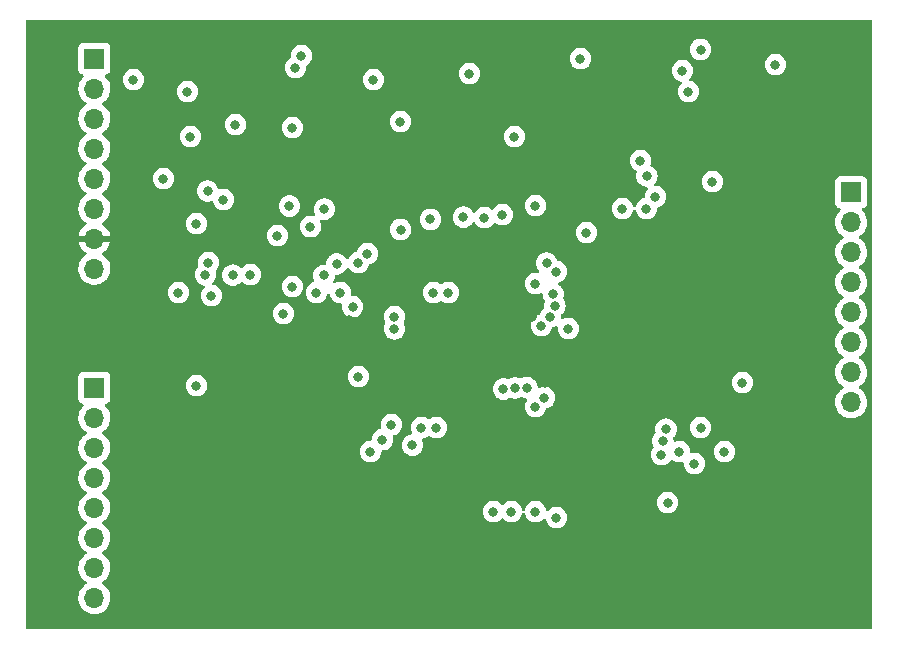
<source format=gbr>
%TF.GenerationSoftware,KiCad,Pcbnew,(6.0.0-0)*%
%TF.CreationDate,2022-10-19T23:32:26-04:00*%
%TF.ProjectId,new-interrupt-handler,6e65772d-696e-4746-9572-727570742d68,rev?*%
%TF.SameCoordinates,Original*%
%TF.FileFunction,Copper,L2,Inr*%
%TF.FilePolarity,Positive*%
%FSLAX46Y46*%
G04 Gerber Fmt 4.6, Leading zero omitted, Abs format (unit mm)*
G04 Created by KiCad (PCBNEW (6.0.0-0)) date 2022-10-19 23:32:26*
%MOMM*%
%LPD*%
G01*
G04 APERTURE LIST*
%TA.AperFunction,ComponentPad*%
%ADD10R,1.700000X1.700000*%
%TD*%
%TA.AperFunction,ComponentPad*%
%ADD11O,1.700000X1.700000*%
%TD*%
%TA.AperFunction,ViaPad*%
%ADD12C,0.800000*%
%TD*%
G04 APERTURE END LIST*
D10*
%TO.N,~{IRQ7}*%
%TO.C,J3*%
X152714000Y-91325000D03*
D11*
%TO.N,~{IRQ6}*%
X152714000Y-93865000D03*
%TO.N,~{IRQ5}*%
X152714000Y-96405000D03*
%TO.N,~{IRQ4}*%
X152714000Y-98945000D03*
%TO.N,~{IRQ3}*%
X152714000Y-101485000D03*
%TO.N,~{IRQ2}*%
X152714000Y-104025000D03*
%TO.N,~{IRQ1}*%
X152714000Y-106565000D03*
%TO.N,~{IRQ0}*%
X152714000Y-109105000D03*
%TD*%
D10*
%TO.N,~{IREQ}*%
%TO.C,J1*%
X88636000Y-80010000D03*
D11*
%TO.N,~{WRITE}*%
X88636000Y-82550000D03*
%TO.N,~{READ}*%
X88636000Y-85090000D03*
%TO.N,REG_SEL*%
X88636000Y-87630000D03*
%TO.N,~{EN}*%
X88636000Y-90170000D03*
%TO.N,CLOCK*%
X88636000Y-92710000D03*
%TO.N,GND*%
X88636000Y-95250000D03*
%TO.N,VCC*%
X88636000Y-97790000D03*
%TD*%
D10*
%TO.N,BUS7*%
%TO.C,J2*%
X88636000Y-107885000D03*
D11*
%TO.N,BUS6*%
X88636000Y-110425000D03*
%TO.N,BUS5*%
X88636000Y-112965000D03*
%TO.N,BUS4*%
X88636000Y-115505000D03*
%TO.N,BUS3*%
X88636000Y-118045000D03*
%TO.N,BUS2*%
X88636000Y-120585000D03*
%TO.N,BUS1*%
X88636000Y-123125000D03*
%TO.N,BUS0*%
X88636000Y-125665000D03*
%TD*%
D12*
%TO.N,~{READ}*%
X91948000Y-81788000D03*
%TO.N,CLOCK*%
X143510000Y-107442000D03*
%TO.N,GND*%
X143528020Y-103802955D03*
X125730000Y-101854000D03*
X116840000Y-81026000D03*
X99314000Y-81026000D03*
X108712000Y-114554000D03*
X119888000Y-125984000D03*
X93726000Y-107442000D03*
X130556000Y-116078000D03*
X110998000Y-87884000D03*
X127762000Y-86868000D03*
X126750299Y-107446299D03*
X122682000Y-116586000D03*
X130556000Y-102108000D03*
X95758000Y-117348000D03*
X118618000Y-87630000D03*
X110236000Y-102108000D03*
X120396000Y-99822000D03*
X120396000Y-79502000D03*
X144780000Y-116840000D03*
X101597851Y-101348149D03*
X139192000Y-125984000D03*
X149098000Y-88138000D03*
X106934000Y-87122000D03*
X116332000Y-86614000D03*
X132842000Y-86868000D03*
%TO.N,VCC*%
X97282000Y-93980000D03*
X104140000Y-94996000D03*
X137164299Y-117606299D03*
X120396000Y-81280000D03*
X126746000Y-108712000D03*
X115570000Y-112738500D03*
X97282000Y-107696000D03*
X130302000Y-94742000D03*
X114558299Y-94483701D03*
X94488000Y-90170000D03*
X96520000Y-82804000D03*
X112268000Y-81788000D03*
%TO.N,/~{EN_IRQ0}*%
X123190000Y-93218000D03*
X98217577Y-91227068D03*
%TO.N,/~{EN_IRQ1}*%
X121666000Y-93472000D03*
X99568000Y-91948000D03*
%TO.N,/~{EN_IRQ2}*%
X119888000Y-93434500D03*
X108114358Y-92756660D03*
%TO.N,/~{EN_IRQ3}*%
X105156000Y-92493500D03*
X117094000Y-93630011D03*
%TO.N,/IRQMASK3*%
X98044000Y-98298000D03*
X100367524Y-98344123D03*
%TO.N,BUS2*%
X113030000Y-112268000D03*
X125259500Y-107869667D03*
%TO.N,BUS1*%
X124260145Y-107886800D03*
X113792000Y-110998000D03*
%TO.N,BUS0*%
X123265720Y-107987413D03*
X117602000Y-111252000D03*
%TO.N,BUS3*%
X125984000Y-109474000D03*
X112014000Y-113284000D03*
%TO.N,~{IRQ7}*%
X106934002Y-94234000D03*
X126930364Y-97319500D03*
%TO.N,~{IRQ6}*%
X109157245Y-97404046D03*
X127762000Y-98044000D03*
%TO.N,~{IRQ5}*%
X125984000Y-99060000D03*
X107442001Y-99822001D03*
%TO.N,~{IRQ4}*%
X104648000Y-101600000D03*
X127490766Y-99934758D03*
%TO.N,~{IRQ3}*%
X98298000Y-97282000D03*
X127623694Y-100925382D03*
%TO.N,~{IRQ2}*%
X101854000Y-98298000D03*
X127254000Y-101854000D03*
%TO.N,~{IRQ1}*%
X126492000Y-102616000D03*
X98552000Y-100076000D03*
%TO.N,~{IRQ0}*%
X95758000Y-99822000D03*
X128778000Y-102870000D03*
%TO.N,/IRQMASK6*%
X110500588Y-101017000D03*
X108077000Y-98372999D03*
%TO.N,/~{EN_IRQ4}*%
X114046000Y-101854000D03*
X105410000Y-99314000D03*
%TO.N,/~{EN_IRQ5}*%
X109474000Y-99822000D03*
X114046000Y-102887457D03*
%TO.N,/~{EN_IRQ6}*%
X110998000Y-97282000D03*
X117348000Y-99822000D03*
%TO.N,/~{EN_IRQ7}*%
X111760000Y-96520000D03*
X118618000Y-99822000D03*
%TO.N,/AI2*%
X134874000Y-88646000D03*
X136652000Y-113538000D03*
%TO.N,/AI1*%
X136774700Y-112390700D03*
X135419429Y-89948725D03*
%TO.N,Net-(U2-Pad3)*%
X114554000Y-85344000D03*
X105410000Y-85852000D03*
%TO.N,/P3*%
X138938000Y-82804000D03*
X124206000Y-86614000D03*
%TO.N,/P2*%
X129794000Y-80010000D03*
X138430000Y-81026000D03*
%TO.N,/P0*%
X133350000Y-92710000D03*
X146304000Y-80518000D03*
X135382000Y-92710000D03*
X139958299Y-79243701D03*
%TO.N,/IP7*%
X141986000Y-113284000D03*
X122428000Y-118364000D03*
%TO.N,/IP6*%
X139446000Y-114300000D03*
X123946637Y-118369363D03*
%TO.N,/IP5*%
X139958299Y-111256299D03*
X125984000Y-118364000D03*
%TO.N,/IP4*%
X138176000Y-113284000D03*
X127757701Y-118876299D03*
%TO.N,/AI0*%
X136144000Y-91694000D03*
X125984000Y-92456000D03*
X137037299Y-111383299D03*
%TO.N,REG_SEL*%
X105664000Y-80772000D03*
%TO.N,~{EN}*%
X100584000Y-85598000D03*
X96774000Y-86614000D03*
%TO.N,~{READ_PORT_ADDR}*%
X116332000Y-111252000D03*
X110998000Y-106934000D03*
%TO.N,~{WRITE_PRIORITY}*%
X140970000Y-90424000D03*
X106172000Y-79756000D03*
%TD*%
%TA.AperFunction,Conductor*%
%TO.N,GND*%
G36*
X154458121Y-76734002D02*
G01*
X154504614Y-76787658D01*
X154516000Y-76840000D01*
X154516000Y-128164000D01*
X154495998Y-128232121D01*
X154442342Y-128278614D01*
X154390000Y-128290000D01*
X82986000Y-128290000D01*
X82917879Y-128269998D01*
X82871386Y-128216342D01*
X82860000Y-128164000D01*
X82860000Y-125631695D01*
X87273251Y-125631695D01*
X87273548Y-125636848D01*
X87273548Y-125636851D01*
X87279011Y-125731590D01*
X87286110Y-125854715D01*
X87287247Y-125859761D01*
X87287248Y-125859767D01*
X87307119Y-125947939D01*
X87335222Y-126072639D01*
X87419266Y-126279616D01*
X87535987Y-126470088D01*
X87682250Y-126638938D01*
X87854126Y-126781632D01*
X88047000Y-126894338D01*
X88255692Y-126974030D01*
X88260760Y-126975061D01*
X88260763Y-126975062D01*
X88368017Y-126996883D01*
X88474597Y-127018567D01*
X88479772Y-127018757D01*
X88479774Y-127018757D01*
X88692673Y-127026564D01*
X88692677Y-127026564D01*
X88697837Y-127026753D01*
X88702957Y-127026097D01*
X88702959Y-127026097D01*
X88914288Y-126999025D01*
X88914289Y-126999025D01*
X88919416Y-126998368D01*
X88924366Y-126996883D01*
X89128429Y-126935661D01*
X89128434Y-126935659D01*
X89133384Y-126934174D01*
X89333994Y-126835896D01*
X89515860Y-126706173D01*
X89674096Y-126548489D01*
X89733594Y-126465689D01*
X89801435Y-126371277D01*
X89804453Y-126367077D01*
X89903430Y-126166811D01*
X89968370Y-125953069D01*
X89997529Y-125731590D01*
X89999156Y-125665000D01*
X89980852Y-125442361D01*
X89926431Y-125225702D01*
X89837354Y-125020840D01*
X89716014Y-124833277D01*
X89565670Y-124668051D01*
X89561619Y-124664852D01*
X89561615Y-124664848D01*
X89394414Y-124532800D01*
X89394410Y-124532798D01*
X89390359Y-124529598D01*
X89349053Y-124506796D01*
X89299084Y-124456364D01*
X89284312Y-124386921D01*
X89309428Y-124320516D01*
X89336780Y-124293909D01*
X89380603Y-124262650D01*
X89515860Y-124166173D01*
X89674096Y-124008489D01*
X89733594Y-123925689D01*
X89801435Y-123831277D01*
X89804453Y-123827077D01*
X89903430Y-123626811D01*
X89968370Y-123413069D01*
X89997529Y-123191590D01*
X89999156Y-123125000D01*
X89980852Y-122902361D01*
X89926431Y-122685702D01*
X89837354Y-122480840D01*
X89716014Y-122293277D01*
X89565670Y-122128051D01*
X89561619Y-122124852D01*
X89561615Y-122124848D01*
X89394414Y-121992800D01*
X89394410Y-121992798D01*
X89390359Y-121989598D01*
X89349053Y-121966796D01*
X89299084Y-121916364D01*
X89284312Y-121846921D01*
X89309428Y-121780516D01*
X89336780Y-121753909D01*
X89380603Y-121722650D01*
X89515860Y-121626173D01*
X89674096Y-121468489D01*
X89733594Y-121385689D01*
X89801435Y-121291277D01*
X89804453Y-121287077D01*
X89903430Y-121086811D01*
X89968370Y-120873069D01*
X89997529Y-120651590D01*
X89999156Y-120585000D01*
X89980852Y-120362361D01*
X89926431Y-120145702D01*
X89837354Y-119940840D01*
X89716014Y-119753277D01*
X89565670Y-119588051D01*
X89561619Y-119584852D01*
X89561615Y-119584848D01*
X89394414Y-119452800D01*
X89394410Y-119452798D01*
X89390359Y-119449598D01*
X89349053Y-119426796D01*
X89299084Y-119376364D01*
X89284312Y-119306921D01*
X89309428Y-119240516D01*
X89336780Y-119213909D01*
X89380603Y-119182650D01*
X89515860Y-119086173D01*
X89548950Y-119053199D01*
X89617290Y-118985097D01*
X89674096Y-118928489D01*
X89733594Y-118845689D01*
X89801435Y-118751277D01*
X89804453Y-118747077D01*
X89807497Y-118740919D01*
X89901136Y-118551453D01*
X89901137Y-118551451D01*
X89903430Y-118546811D01*
X89957343Y-118369363D01*
X89958972Y-118364000D01*
X121514496Y-118364000D01*
X121515186Y-118370565D01*
X121529289Y-118504743D01*
X121534458Y-118553928D01*
X121593473Y-118735556D01*
X121596776Y-118741278D01*
X121596777Y-118741279D01*
X121630686Y-118800010D01*
X121688960Y-118900944D01*
X121693378Y-118905851D01*
X121693379Y-118905852D01*
X121767512Y-118988185D01*
X121816747Y-119042866D01*
X121971248Y-119155118D01*
X121977276Y-119157802D01*
X121977278Y-119157803D01*
X122082108Y-119204476D01*
X122145712Y-119232794D01*
X122239112Y-119252647D01*
X122326056Y-119271128D01*
X122326061Y-119271128D01*
X122332513Y-119272500D01*
X122523487Y-119272500D01*
X122529939Y-119271128D01*
X122529944Y-119271128D01*
X122616888Y-119252647D01*
X122710288Y-119232794D01*
X122773892Y-119204476D01*
X122878722Y-119157803D01*
X122878724Y-119157802D01*
X122884752Y-119155118D01*
X123039253Y-119042866D01*
X123091270Y-118985095D01*
X123151713Y-118947857D01*
X123222697Y-118949208D01*
X123278539Y-118985097D01*
X123335384Y-119048229D01*
X123489885Y-119160481D01*
X123495913Y-119163165D01*
X123495915Y-119163166D01*
X123652303Y-119232794D01*
X123664349Y-119238157D01*
X123736899Y-119253578D01*
X123844693Y-119276491D01*
X123844698Y-119276491D01*
X123851150Y-119277863D01*
X124042124Y-119277863D01*
X124048576Y-119276491D01*
X124048581Y-119276491D01*
X124156375Y-119253578D01*
X124228925Y-119238157D01*
X124240971Y-119232794D01*
X124397359Y-119163166D01*
X124397361Y-119163165D01*
X124403389Y-119160481D01*
X124557890Y-119048229D01*
X124614734Y-118985097D01*
X124681258Y-118911215D01*
X124681259Y-118911214D01*
X124685677Y-118906307D01*
X124781164Y-118740919D01*
X124840179Y-118559291D01*
X124840869Y-118552727D01*
X124842243Y-118546263D01*
X124844568Y-118546757D01*
X124867446Y-118491132D01*
X124925662Y-118450494D01*
X124996607Y-118447782D01*
X125057756Y-118483856D01*
X125088999Y-118543746D01*
X125089768Y-118547363D01*
X125090458Y-118553928D01*
X125149473Y-118735556D01*
X125152776Y-118741278D01*
X125152777Y-118741279D01*
X125186686Y-118800010D01*
X125244960Y-118900944D01*
X125249378Y-118905851D01*
X125249379Y-118905852D01*
X125323512Y-118988185D01*
X125372747Y-119042866D01*
X125527248Y-119155118D01*
X125533276Y-119157802D01*
X125533278Y-119157803D01*
X125638108Y-119204476D01*
X125701712Y-119232794D01*
X125795112Y-119252647D01*
X125882056Y-119271128D01*
X125882061Y-119271128D01*
X125888513Y-119272500D01*
X126079487Y-119272500D01*
X126085939Y-119271128D01*
X126085944Y-119271128D01*
X126172888Y-119252647D01*
X126266288Y-119232794D01*
X126329892Y-119204476D01*
X126434722Y-119157803D01*
X126434724Y-119157802D01*
X126440752Y-119155118D01*
X126595253Y-119042866D01*
X126644488Y-118988185D01*
X126704934Y-118950945D01*
X126775918Y-118952297D01*
X126834902Y-118991810D01*
X126860947Y-119053443D01*
X126862095Y-119053199D01*
X126863362Y-119059159D01*
X126863434Y-119059330D01*
X126864159Y-119066227D01*
X126923174Y-119247855D01*
X127018661Y-119413243D01*
X127023079Y-119418150D01*
X127023080Y-119418151D01*
X127051395Y-119449598D01*
X127146448Y-119555165D01*
X127300949Y-119667417D01*
X127306977Y-119670101D01*
X127306979Y-119670102D01*
X127469382Y-119742408D01*
X127475413Y-119745093D01*
X127568814Y-119764946D01*
X127655757Y-119783427D01*
X127655762Y-119783427D01*
X127662214Y-119784799D01*
X127853188Y-119784799D01*
X127859640Y-119783427D01*
X127859645Y-119783427D01*
X127946588Y-119764946D01*
X128039989Y-119745093D01*
X128046020Y-119742408D01*
X128208423Y-119670102D01*
X128208425Y-119670101D01*
X128214453Y-119667417D01*
X128368954Y-119555165D01*
X128464007Y-119449598D01*
X128492322Y-119418151D01*
X128492323Y-119418150D01*
X128496741Y-119413243D01*
X128592228Y-119247855D01*
X128651243Y-119066227D01*
X128653699Y-119042866D01*
X128670515Y-118882864D01*
X128671205Y-118876299D01*
X128658065Y-118751277D01*
X128651933Y-118692934D01*
X128651933Y-118692932D01*
X128651243Y-118686371D01*
X128592228Y-118504743D01*
X128559342Y-118447782D01*
X128510970Y-118364000D01*
X128496741Y-118339355D01*
X128451445Y-118289048D01*
X128373376Y-118202344D01*
X128373375Y-118202343D01*
X128368954Y-118197433D01*
X128214453Y-118085181D01*
X128208425Y-118082497D01*
X128208423Y-118082496D01*
X128046020Y-118010190D01*
X128046019Y-118010190D01*
X128039989Y-118007505D01*
X127927422Y-117983578D01*
X127859645Y-117969171D01*
X127859640Y-117969171D01*
X127853188Y-117967799D01*
X127662214Y-117967799D01*
X127655762Y-117969171D01*
X127655757Y-117969171D01*
X127587980Y-117983578D01*
X127475413Y-118007505D01*
X127469383Y-118010190D01*
X127469382Y-118010190D01*
X127306979Y-118082496D01*
X127306977Y-118082497D01*
X127300949Y-118085181D01*
X127146448Y-118197433D01*
X127142027Y-118202343D01*
X127142026Y-118202344D01*
X127097213Y-118252114D01*
X127036767Y-118289354D01*
X126965783Y-118288002D01*
X126906799Y-118248489D01*
X126880754Y-118186856D01*
X126879606Y-118187100D01*
X126878339Y-118181140D01*
X126878267Y-118180969D01*
X126877542Y-118174072D01*
X126818527Y-117992444D01*
X126806476Y-117971570D01*
X126744867Y-117864861D01*
X126723040Y-117827056D01*
X126714294Y-117817342D01*
X126599675Y-117690045D01*
X126599674Y-117690044D01*
X126595253Y-117685134D01*
X126486747Y-117606299D01*
X136250795Y-117606299D01*
X136270757Y-117796227D01*
X136329772Y-117977855D01*
X136333075Y-117983577D01*
X136333076Y-117983578D01*
X136352286Y-118016851D01*
X136425259Y-118143243D01*
X136429677Y-118148150D01*
X136429678Y-118148151D01*
X136514388Y-118242231D01*
X136553046Y-118285165D01*
X136558812Y-118289354D01*
X136670589Y-118370565D01*
X136707547Y-118397417D01*
X136713575Y-118400101D01*
X136713577Y-118400102D01*
X136875980Y-118472408D01*
X136882011Y-118475093D01*
X136975411Y-118494946D01*
X137062355Y-118513427D01*
X137062360Y-118513427D01*
X137068812Y-118514799D01*
X137259786Y-118514799D01*
X137266238Y-118513427D01*
X137266243Y-118513427D01*
X137353187Y-118494946D01*
X137446587Y-118475093D01*
X137452618Y-118472408D01*
X137615021Y-118400102D01*
X137615023Y-118400101D01*
X137621051Y-118397417D01*
X137658010Y-118370565D01*
X137769786Y-118289354D01*
X137775552Y-118285165D01*
X137814210Y-118242231D01*
X137898920Y-118148151D01*
X137898921Y-118148150D01*
X137903339Y-118143243D01*
X137976312Y-118016851D01*
X137995522Y-117983578D01*
X137995523Y-117983577D01*
X137998826Y-117977855D01*
X138057841Y-117796227D01*
X138077803Y-117606299D01*
X138066973Y-117503254D01*
X138058531Y-117422934D01*
X138058531Y-117422932D01*
X138057841Y-117416371D01*
X137998826Y-117234743D01*
X137903339Y-117069355D01*
X137887596Y-117051870D01*
X137779974Y-116932344D01*
X137779973Y-116932343D01*
X137775552Y-116927433D01*
X137621051Y-116815181D01*
X137615023Y-116812497D01*
X137615021Y-116812496D01*
X137452618Y-116740190D01*
X137452617Y-116740190D01*
X137446587Y-116737505D01*
X137345951Y-116716114D01*
X137266243Y-116699171D01*
X137266238Y-116699171D01*
X137259786Y-116697799D01*
X137068812Y-116697799D01*
X137062360Y-116699171D01*
X137062355Y-116699171D01*
X136982647Y-116716114D01*
X136882011Y-116737505D01*
X136875981Y-116740190D01*
X136875980Y-116740190D01*
X136713577Y-116812496D01*
X136713575Y-116812497D01*
X136707547Y-116815181D01*
X136553046Y-116927433D01*
X136548625Y-116932343D01*
X136548624Y-116932344D01*
X136441003Y-117051870D01*
X136425259Y-117069355D01*
X136329772Y-117234743D01*
X136270757Y-117416371D01*
X136270067Y-117422932D01*
X136270067Y-117422934D01*
X136261625Y-117503254D01*
X136250795Y-117606299D01*
X126486747Y-117606299D01*
X126479390Y-117600954D01*
X126446094Y-117576763D01*
X126446093Y-117576762D01*
X126440752Y-117572882D01*
X126434724Y-117570198D01*
X126434722Y-117570197D01*
X126272319Y-117497891D01*
X126272318Y-117497891D01*
X126266288Y-117495206D01*
X126172887Y-117475353D01*
X126085944Y-117456872D01*
X126085939Y-117456872D01*
X126079487Y-117455500D01*
X125888513Y-117455500D01*
X125882061Y-117456872D01*
X125882056Y-117456872D01*
X125795113Y-117475353D01*
X125701712Y-117495206D01*
X125695682Y-117497891D01*
X125695681Y-117497891D01*
X125533278Y-117570197D01*
X125533276Y-117570198D01*
X125527248Y-117572882D01*
X125521907Y-117576762D01*
X125521906Y-117576763D01*
X125488610Y-117600954D01*
X125372747Y-117685134D01*
X125368326Y-117690044D01*
X125368325Y-117690045D01*
X125253707Y-117817342D01*
X125244960Y-117827056D01*
X125223133Y-117864861D01*
X125161525Y-117971570D01*
X125149473Y-117992444D01*
X125090458Y-118174072D01*
X125089768Y-118180635D01*
X125088394Y-118187100D01*
X125086069Y-118186606D01*
X125063191Y-118242231D01*
X125004975Y-118282869D01*
X124934030Y-118285581D01*
X124872881Y-118249507D01*
X124841638Y-118189617D01*
X124840869Y-118186000D01*
X124840179Y-118179435D01*
X124781164Y-117997807D01*
X124774764Y-117986721D01*
X124688978Y-117838137D01*
X124685677Y-117832419D01*
X124658743Y-117802505D01*
X124562312Y-117695408D01*
X124562311Y-117695407D01*
X124557890Y-117690497D01*
X124403389Y-117578245D01*
X124397361Y-117575561D01*
X124397359Y-117575560D01*
X124234956Y-117503254D01*
X124234955Y-117503254D01*
X124228925Y-117500569D01*
X124135524Y-117480716D01*
X124048581Y-117462235D01*
X124048576Y-117462235D01*
X124042124Y-117460863D01*
X123851150Y-117460863D01*
X123844698Y-117462235D01*
X123844693Y-117462235D01*
X123757750Y-117480716D01*
X123664349Y-117500569D01*
X123658319Y-117503254D01*
X123658318Y-117503254D01*
X123495915Y-117575560D01*
X123495913Y-117575561D01*
X123489885Y-117578245D01*
X123335384Y-117690497D01*
X123283367Y-117748268D01*
X123222924Y-117785506D01*
X123151940Y-117784155D01*
X123096097Y-117748266D01*
X123043675Y-117690045D01*
X123043674Y-117690044D01*
X123039253Y-117685134D01*
X122923390Y-117600954D01*
X122890094Y-117576763D01*
X122890093Y-117576762D01*
X122884752Y-117572882D01*
X122878724Y-117570198D01*
X122878722Y-117570197D01*
X122716319Y-117497891D01*
X122716318Y-117497891D01*
X122710288Y-117495206D01*
X122616887Y-117475353D01*
X122529944Y-117456872D01*
X122529939Y-117456872D01*
X122523487Y-117455500D01*
X122332513Y-117455500D01*
X122326061Y-117456872D01*
X122326056Y-117456872D01*
X122239113Y-117475353D01*
X122145712Y-117495206D01*
X122139682Y-117497891D01*
X122139681Y-117497891D01*
X121977278Y-117570197D01*
X121977276Y-117570198D01*
X121971248Y-117572882D01*
X121965907Y-117576762D01*
X121965906Y-117576763D01*
X121932610Y-117600954D01*
X121816747Y-117685134D01*
X121812326Y-117690044D01*
X121812325Y-117690045D01*
X121697707Y-117817342D01*
X121688960Y-117827056D01*
X121667133Y-117864861D01*
X121605525Y-117971570D01*
X121593473Y-117992444D01*
X121534458Y-118174072D01*
X121533769Y-118180629D01*
X121533768Y-118180635D01*
X121518286Y-118327939D01*
X121514496Y-118364000D01*
X89958972Y-118364000D01*
X89966865Y-118338023D01*
X89966865Y-118338021D01*
X89968370Y-118333069D01*
X89997529Y-118111590D01*
X89997611Y-118108240D01*
X89999074Y-118048365D01*
X89999074Y-118048361D01*
X89999156Y-118045000D01*
X89980852Y-117822361D01*
X89926431Y-117605702D01*
X89837354Y-117400840D01*
X89716014Y-117213277D01*
X89565670Y-117048051D01*
X89561619Y-117044852D01*
X89561615Y-117044848D01*
X89394414Y-116912800D01*
X89394410Y-116912798D01*
X89390359Y-116909598D01*
X89349053Y-116886796D01*
X89299084Y-116836364D01*
X89284312Y-116766921D01*
X89309428Y-116700516D01*
X89336780Y-116673909D01*
X89380603Y-116642650D01*
X89515860Y-116546173D01*
X89674096Y-116388489D01*
X89733594Y-116305689D01*
X89801435Y-116211277D01*
X89804453Y-116207077D01*
X89903430Y-116006811D01*
X89968370Y-115793069D01*
X89997529Y-115571590D01*
X89999156Y-115505000D01*
X89980852Y-115282361D01*
X89926431Y-115065702D01*
X89837354Y-114860840D01*
X89716014Y-114673277D01*
X89565670Y-114508051D01*
X89561619Y-114504852D01*
X89561615Y-114504848D01*
X89394414Y-114372800D01*
X89394410Y-114372798D01*
X89390359Y-114369598D01*
X89349053Y-114346796D01*
X89299084Y-114296364D01*
X89284312Y-114226921D01*
X89309428Y-114160516D01*
X89336780Y-114133909D01*
X89380603Y-114102650D01*
X89515860Y-114006173D01*
X89674096Y-113848489D01*
X89733594Y-113765689D01*
X89801435Y-113671277D01*
X89804453Y-113667077D01*
X89827160Y-113621134D01*
X89901136Y-113471453D01*
X89901137Y-113471451D01*
X89903430Y-113466811D01*
X89957353Y-113289329D01*
X89958972Y-113284000D01*
X111100496Y-113284000D01*
X111101186Y-113290565D01*
X111115824Y-113429834D01*
X111120458Y-113473928D01*
X111179473Y-113655556D01*
X111182776Y-113661278D01*
X111182777Y-113661279D01*
X111216686Y-113720010D01*
X111274960Y-113820944D01*
X111279378Y-113825851D01*
X111279379Y-113825852D01*
X111366600Y-113922721D01*
X111402747Y-113962866D01*
X111557248Y-114075118D01*
X111563276Y-114077802D01*
X111563278Y-114077803D01*
X111650497Y-114116635D01*
X111731712Y-114152794D01*
X111825112Y-114172647D01*
X111912056Y-114191128D01*
X111912061Y-114191128D01*
X111918513Y-114192500D01*
X112109487Y-114192500D01*
X112115939Y-114191128D01*
X112115944Y-114191128D01*
X112202888Y-114172647D01*
X112296288Y-114152794D01*
X112377503Y-114116635D01*
X112464722Y-114077803D01*
X112464724Y-114077802D01*
X112470752Y-114075118D01*
X112625253Y-113962866D01*
X112661400Y-113922721D01*
X112748621Y-113825852D01*
X112748622Y-113825851D01*
X112753040Y-113820944D01*
X112811314Y-113720010D01*
X112845223Y-113661279D01*
X112845224Y-113661278D01*
X112848527Y-113655556D01*
X112907542Y-113473928D01*
X112912177Y-113429834D01*
X112926944Y-113289329D01*
X112953957Y-113223673D01*
X113012179Y-113183043D01*
X113052254Y-113176500D01*
X113125487Y-113176500D01*
X113131939Y-113175128D01*
X113131944Y-113175128D01*
X113227977Y-113154715D01*
X113312288Y-113136794D01*
X113372343Y-113110056D01*
X113480722Y-113061803D01*
X113480724Y-113061802D01*
X113486752Y-113059118D01*
X113641253Y-112946866D01*
X113693047Y-112889343D01*
X113764621Y-112809852D01*
X113764622Y-112809851D01*
X113769040Y-112804944D01*
X113807402Y-112738500D01*
X114656496Y-112738500D01*
X114657186Y-112745065D01*
X114675439Y-112918729D01*
X114676458Y-112928428D01*
X114735473Y-113110056D01*
X114738776Y-113115778D01*
X114738777Y-113115779D01*
X114768029Y-113166444D01*
X114830960Y-113275444D01*
X114835378Y-113280351D01*
X114835379Y-113280352D01*
X114936693Y-113392873D01*
X114958747Y-113417366D01*
X115113248Y-113529618D01*
X115119276Y-113532302D01*
X115119278Y-113532303D01*
X115235437Y-113584020D01*
X115287712Y-113607294D01*
X115352824Y-113621134D01*
X115468056Y-113645628D01*
X115468061Y-113645628D01*
X115474513Y-113647000D01*
X115665487Y-113647000D01*
X115671939Y-113645628D01*
X115671944Y-113645628D01*
X115787176Y-113621134D01*
X115852288Y-113607294D01*
X115904563Y-113584020D01*
X116007926Y-113538000D01*
X135738496Y-113538000D01*
X135739186Y-113544565D01*
X135746826Y-113617251D01*
X135758458Y-113727928D01*
X135817473Y-113909556D01*
X135912960Y-114074944D01*
X135917378Y-114079851D01*
X135917379Y-114079852D01*
X136017572Y-114191128D01*
X136040747Y-114216866D01*
X136102370Y-114261638D01*
X136171232Y-114311669D01*
X136195248Y-114329118D01*
X136201276Y-114331802D01*
X136201278Y-114331803D01*
X136363681Y-114404109D01*
X136369712Y-114406794D01*
X136463112Y-114426647D01*
X136550056Y-114445128D01*
X136550061Y-114445128D01*
X136556513Y-114446500D01*
X136747487Y-114446500D01*
X136753939Y-114445128D01*
X136753944Y-114445128D01*
X136840888Y-114426647D01*
X136934288Y-114406794D01*
X136940319Y-114404109D01*
X137102722Y-114331803D01*
X137102724Y-114331802D01*
X137108752Y-114329118D01*
X137132769Y-114311669D01*
X137201630Y-114261638D01*
X137263253Y-114216866D01*
X137286428Y-114191128D01*
X137386621Y-114079852D01*
X137386622Y-114079851D01*
X137391040Y-114074944D01*
X137417990Y-114028265D01*
X137469372Y-113979272D01*
X137539086Y-113965836D01*
X137601170Y-113989329D01*
X137654761Y-114028265D01*
X137719248Y-114075118D01*
X137725276Y-114077802D01*
X137725278Y-114077803D01*
X137812497Y-114116635D01*
X137893712Y-114152794D01*
X137987112Y-114172647D01*
X138074056Y-114191128D01*
X138074061Y-114191128D01*
X138080513Y-114192500D01*
X138271487Y-114192500D01*
X138289465Y-114188679D01*
X138380990Y-114169225D01*
X138451780Y-114174627D01*
X138508413Y-114217444D01*
X138532906Y-114284082D01*
X138533186Y-114292472D01*
X138533186Y-114293435D01*
X138532496Y-114300000D01*
X138533186Y-114306565D01*
X138547894Y-114446500D01*
X138552458Y-114489928D01*
X138611473Y-114671556D01*
X138706960Y-114836944D01*
X138834747Y-114978866D01*
X138989248Y-115091118D01*
X138995276Y-115093802D01*
X138995278Y-115093803D01*
X139157681Y-115166109D01*
X139163712Y-115168794D01*
X139257112Y-115188647D01*
X139344056Y-115207128D01*
X139344061Y-115207128D01*
X139350513Y-115208500D01*
X139541487Y-115208500D01*
X139547939Y-115207128D01*
X139547944Y-115207128D01*
X139634888Y-115188647D01*
X139728288Y-115168794D01*
X139734319Y-115166109D01*
X139896722Y-115093803D01*
X139896724Y-115093802D01*
X139902752Y-115091118D01*
X140057253Y-114978866D01*
X140185040Y-114836944D01*
X140280527Y-114671556D01*
X140339542Y-114489928D01*
X140344107Y-114446500D01*
X140358814Y-114306565D01*
X140359504Y-114300000D01*
X140352861Y-114236797D01*
X140340232Y-114116635D01*
X140340232Y-114116633D01*
X140339542Y-114110072D01*
X140280527Y-113928444D01*
X140185040Y-113763056D01*
X140159064Y-113734206D01*
X140061675Y-113626045D01*
X140061674Y-113626044D01*
X140057253Y-113621134D01*
X139934988Y-113532303D01*
X139908094Y-113512763D01*
X139908093Y-113512762D01*
X139902752Y-113508882D01*
X139896724Y-113506198D01*
X139896722Y-113506197D01*
X139734319Y-113433891D01*
X139734318Y-113433891D01*
X139728288Y-113431206D01*
X139634887Y-113411353D01*
X139547944Y-113392872D01*
X139547939Y-113392872D01*
X139541487Y-113391500D01*
X139350513Y-113391500D01*
X139344053Y-113392873D01*
X139344054Y-113392873D01*
X139241010Y-113414775D01*
X139170220Y-113409373D01*
X139113587Y-113366556D01*
X139089094Y-113299918D01*
X139088814Y-113291528D01*
X139088814Y-113290565D01*
X139089504Y-113284000D01*
X141072496Y-113284000D01*
X141073186Y-113290565D01*
X141087824Y-113429834D01*
X141092458Y-113473928D01*
X141151473Y-113655556D01*
X141154776Y-113661278D01*
X141154777Y-113661279D01*
X141188686Y-113720010D01*
X141246960Y-113820944D01*
X141251378Y-113825851D01*
X141251379Y-113825852D01*
X141338600Y-113922721D01*
X141374747Y-113962866D01*
X141529248Y-114075118D01*
X141535276Y-114077802D01*
X141535278Y-114077803D01*
X141622497Y-114116635D01*
X141703712Y-114152794D01*
X141797112Y-114172647D01*
X141884056Y-114191128D01*
X141884061Y-114191128D01*
X141890513Y-114192500D01*
X142081487Y-114192500D01*
X142087939Y-114191128D01*
X142087944Y-114191128D01*
X142174888Y-114172647D01*
X142268288Y-114152794D01*
X142349503Y-114116635D01*
X142436722Y-114077803D01*
X142436724Y-114077802D01*
X142442752Y-114075118D01*
X142597253Y-113962866D01*
X142633400Y-113922721D01*
X142720621Y-113825852D01*
X142720622Y-113825851D01*
X142725040Y-113820944D01*
X142783314Y-113720010D01*
X142817223Y-113661279D01*
X142817224Y-113661278D01*
X142820527Y-113655556D01*
X142879542Y-113473928D01*
X142884177Y-113429834D01*
X142898814Y-113290565D01*
X142899504Y-113284000D01*
X142895714Y-113247939D01*
X142880232Y-113100635D01*
X142880232Y-113100633D01*
X142879542Y-113094072D01*
X142820527Y-112912444D01*
X142725040Y-112747056D01*
X142716294Y-112737342D01*
X142601675Y-112610045D01*
X142601674Y-112610044D01*
X142597253Y-112605134D01*
X142481390Y-112520954D01*
X142448094Y-112496763D01*
X142448093Y-112496762D01*
X142442752Y-112492882D01*
X142436724Y-112490198D01*
X142436722Y-112490197D01*
X142274319Y-112417891D01*
X142274318Y-112417891D01*
X142268288Y-112415206D01*
X142174887Y-112395353D01*
X142087944Y-112376872D01*
X142087939Y-112376872D01*
X142081487Y-112375500D01*
X141890513Y-112375500D01*
X141884061Y-112376872D01*
X141884056Y-112376872D01*
X141797113Y-112395353D01*
X141703712Y-112415206D01*
X141697682Y-112417891D01*
X141697681Y-112417891D01*
X141535278Y-112490197D01*
X141535276Y-112490198D01*
X141529248Y-112492882D01*
X141523907Y-112496762D01*
X141523906Y-112496763D01*
X141490610Y-112520954D01*
X141374747Y-112605134D01*
X141370326Y-112610044D01*
X141370325Y-112610045D01*
X141255707Y-112737342D01*
X141246960Y-112747056D01*
X141151473Y-112912444D01*
X141092458Y-113094072D01*
X141091768Y-113100633D01*
X141091768Y-113100635D01*
X141076286Y-113247939D01*
X141072496Y-113284000D01*
X139089504Y-113284000D01*
X139085714Y-113247939D01*
X139070232Y-113100635D01*
X139070232Y-113100633D01*
X139069542Y-113094072D01*
X139010527Y-112912444D01*
X138915040Y-112747056D01*
X138906294Y-112737342D01*
X138791675Y-112610045D01*
X138791674Y-112610044D01*
X138787253Y-112605134D01*
X138671390Y-112520954D01*
X138638094Y-112496763D01*
X138638093Y-112496762D01*
X138632752Y-112492882D01*
X138626724Y-112490198D01*
X138626722Y-112490197D01*
X138464319Y-112417891D01*
X138464318Y-112417891D01*
X138458288Y-112415206D01*
X138364887Y-112395353D01*
X138277944Y-112376872D01*
X138277939Y-112376872D01*
X138271487Y-112375500D01*
X138080513Y-112375500D01*
X138074061Y-112376872D01*
X138074056Y-112376872D01*
X137987113Y-112395353D01*
X137893712Y-112415206D01*
X137887682Y-112417891D01*
X137887681Y-112417891D01*
X137858283Y-112430980D01*
X137787916Y-112440414D01*
X137723619Y-112410308D01*
X137685805Y-112350219D01*
X137681724Y-112329044D01*
X137668932Y-112207341D01*
X137668242Y-112200772D01*
X137666202Y-112194492D01*
X137666200Y-112194485D01*
X137652407Y-112152035D01*
X137650380Y-112081067D01*
X137678604Y-112028789D01*
X137771920Y-111925151D01*
X137771921Y-111925150D01*
X137776339Y-111920243D01*
X137855446Y-111783226D01*
X137868522Y-111760578D01*
X137868523Y-111760577D01*
X137871826Y-111754855D01*
X137930841Y-111573227D01*
X137933888Y-111544242D01*
X137950113Y-111389864D01*
X137950803Y-111383299D01*
X137937455Y-111256299D01*
X139044795Y-111256299D01*
X139064757Y-111446227D01*
X139123772Y-111627855D01*
X139219259Y-111793243D01*
X139223677Y-111798150D01*
X139223678Y-111798151D01*
X139319428Y-111904492D01*
X139347046Y-111935165D01*
X139501547Y-112047417D01*
X139507575Y-112050101D01*
X139507577Y-112050102D01*
X139669980Y-112122408D01*
X139676011Y-112125093D01*
X139769412Y-112144946D01*
X139856355Y-112163427D01*
X139856360Y-112163427D01*
X139862812Y-112164799D01*
X140053786Y-112164799D01*
X140060238Y-112163427D01*
X140060243Y-112163427D01*
X140147186Y-112144946D01*
X140240587Y-112125093D01*
X140246618Y-112122408D01*
X140409021Y-112050102D01*
X140409023Y-112050101D01*
X140415051Y-112047417D01*
X140569552Y-111935165D01*
X140597170Y-111904492D01*
X140692920Y-111798151D01*
X140692921Y-111798150D01*
X140697339Y-111793243D01*
X140792826Y-111627855D01*
X140851841Y-111446227D01*
X140871803Y-111256299D01*
X140863927Y-111181365D01*
X140852531Y-111072934D01*
X140852531Y-111072932D01*
X140851841Y-111066371D01*
X140792826Y-110884743D01*
X140697339Y-110719355D01*
X140589429Y-110599508D01*
X140573974Y-110582344D01*
X140573973Y-110582343D01*
X140569552Y-110577433D01*
X140446789Y-110488240D01*
X140420393Y-110469062D01*
X140420392Y-110469061D01*
X140415051Y-110465181D01*
X140409023Y-110462497D01*
X140409021Y-110462496D01*
X140246618Y-110390190D01*
X140246617Y-110390190D01*
X140240587Y-110387505D01*
X140147186Y-110367652D01*
X140060243Y-110349171D01*
X140060238Y-110349171D01*
X140053786Y-110347799D01*
X139862812Y-110347799D01*
X139856360Y-110349171D01*
X139856355Y-110349171D01*
X139769411Y-110367652D01*
X139676011Y-110387505D01*
X139669981Y-110390190D01*
X139669980Y-110390190D01*
X139507577Y-110462496D01*
X139507575Y-110462497D01*
X139501547Y-110465181D01*
X139496206Y-110469061D01*
X139496205Y-110469062D01*
X139469809Y-110488240D01*
X139347046Y-110577433D01*
X139342625Y-110582343D01*
X139342624Y-110582344D01*
X139327170Y-110599508D01*
X139219259Y-110719355D01*
X139123772Y-110884743D01*
X139064757Y-111066371D01*
X139064067Y-111072932D01*
X139064067Y-111072934D01*
X139052671Y-111181365D01*
X139044795Y-111256299D01*
X137937455Y-111256299D01*
X137930841Y-111193371D01*
X137871826Y-111011743D01*
X137863892Y-110998000D01*
X137779640Y-110852073D01*
X137776339Y-110846355D01*
X137768299Y-110837425D01*
X137652974Y-110709344D01*
X137652973Y-110709343D01*
X137648552Y-110704433D01*
X137494051Y-110592181D01*
X137488023Y-110589497D01*
X137488021Y-110589496D01*
X137325618Y-110517190D01*
X137325617Y-110517190D01*
X137319587Y-110514505D01*
X137196021Y-110488240D01*
X137139243Y-110476171D01*
X137139238Y-110476171D01*
X137132786Y-110474799D01*
X136941812Y-110474799D01*
X136935360Y-110476171D01*
X136935355Y-110476171D01*
X136878577Y-110488240D01*
X136755011Y-110514505D01*
X136748981Y-110517190D01*
X136748980Y-110517190D01*
X136586577Y-110589496D01*
X136586575Y-110589497D01*
X136580547Y-110592181D01*
X136426046Y-110704433D01*
X136421625Y-110709343D01*
X136421624Y-110709344D01*
X136306300Y-110837425D01*
X136298259Y-110846355D01*
X136294958Y-110852073D01*
X136210707Y-110998000D01*
X136202772Y-111011743D01*
X136143757Y-111193371D01*
X136123795Y-111383299D01*
X136124485Y-111389864D01*
X136140711Y-111544242D01*
X136143757Y-111573227D01*
X136145797Y-111579505D01*
X136145799Y-111579514D01*
X136159592Y-111621964D01*
X136161619Y-111692932D01*
X136133395Y-111745210D01*
X136059658Y-111827104D01*
X136035660Y-111853756D01*
X135940173Y-112019144D01*
X135881158Y-112200772D01*
X135880468Y-112207333D01*
X135880468Y-112207335D01*
X135873402Y-112274565D01*
X135861196Y-112390700D01*
X135861886Y-112397265D01*
X135878479Y-112555135D01*
X135881158Y-112580628D01*
X135940173Y-112762256D01*
X135967776Y-112810065D01*
X135984513Y-112879057D01*
X135961293Y-112946149D01*
X135952296Y-112957369D01*
X135912960Y-113001056D01*
X135909657Y-113006777D01*
X135827229Y-113149547D01*
X135817473Y-113166444D01*
X135758458Y-113348072D01*
X135757768Y-113354633D01*
X135757768Y-113354635D01*
X135749720Y-113431206D01*
X135738496Y-113538000D01*
X116007926Y-113538000D01*
X116020722Y-113532303D01*
X116020724Y-113532302D01*
X116026752Y-113529618D01*
X116181253Y-113417366D01*
X116203307Y-113392873D01*
X116304621Y-113280352D01*
X116304622Y-113280351D01*
X116309040Y-113275444D01*
X116371971Y-113166444D01*
X116401223Y-113115779D01*
X116401224Y-113115778D01*
X116404527Y-113110056D01*
X116463542Y-112928428D01*
X116464562Y-112918729D01*
X116482814Y-112745065D01*
X116483504Y-112738500D01*
X116466911Y-112580628D01*
X116464232Y-112555135D01*
X116464232Y-112555133D01*
X116463542Y-112548572D01*
X116404527Y-112366944D01*
X116394871Y-112350219D01*
X116387586Y-112337600D01*
X116370849Y-112268605D01*
X116394071Y-112201513D01*
X116449878Y-112157627D01*
X116470505Y-112151356D01*
X116614288Y-112120794D01*
X116653354Y-112103401D01*
X116782722Y-112045803D01*
X116782724Y-112045802D01*
X116788752Y-112043118D01*
X116892940Y-111967421D01*
X116959806Y-111943563D01*
X117028958Y-111959643D01*
X117041056Y-111967418D01*
X117145248Y-112043118D01*
X117151276Y-112045802D01*
X117151278Y-112045803D01*
X117280646Y-112103401D01*
X117319712Y-112120794D01*
X117378440Y-112133277D01*
X117500056Y-112159128D01*
X117500061Y-112159128D01*
X117506513Y-112160500D01*
X117697487Y-112160500D01*
X117703939Y-112159128D01*
X117703944Y-112159128D01*
X117825560Y-112133277D01*
X117884288Y-112120794D01*
X117923354Y-112103401D01*
X118052722Y-112045803D01*
X118052724Y-112045802D01*
X118058752Y-112043118D01*
X118213253Y-111930866D01*
X118222818Y-111920243D01*
X118336621Y-111793852D01*
X118336622Y-111793851D01*
X118341040Y-111788944D01*
X118436527Y-111623556D01*
X118495542Y-111441928D01*
X118500061Y-111398938D01*
X118514814Y-111258565D01*
X118515504Y-111252000D01*
X118495542Y-111062072D01*
X118436527Y-110880444D01*
X118341040Y-110715056D01*
X118261254Y-110626444D01*
X118217675Y-110578045D01*
X118217674Y-110578044D01*
X118213253Y-110573134D01*
X118096407Y-110488240D01*
X118064094Y-110464763D01*
X118064093Y-110464762D01*
X118058752Y-110460882D01*
X118052724Y-110458198D01*
X118052722Y-110458197D01*
X117890319Y-110385891D01*
X117890318Y-110385891D01*
X117884288Y-110383206D01*
X117790887Y-110363353D01*
X117703944Y-110344872D01*
X117703939Y-110344872D01*
X117697487Y-110343500D01*
X117506513Y-110343500D01*
X117500061Y-110344872D01*
X117500056Y-110344872D01*
X117413113Y-110363353D01*
X117319712Y-110383206D01*
X117313682Y-110385891D01*
X117313681Y-110385891D01*
X117151278Y-110458197D01*
X117151276Y-110458198D01*
X117145248Y-110460882D01*
X117139907Y-110464762D01*
X117139906Y-110464763D01*
X117107593Y-110488240D01*
X117041060Y-110536579D01*
X116974194Y-110560437D01*
X116905042Y-110544357D01*
X116892944Y-110536582D01*
X116826407Y-110488240D01*
X116794094Y-110464763D01*
X116794093Y-110464762D01*
X116788752Y-110460882D01*
X116782724Y-110458198D01*
X116782722Y-110458197D01*
X116620319Y-110385891D01*
X116620318Y-110385891D01*
X116614288Y-110383206D01*
X116520887Y-110363353D01*
X116433944Y-110344872D01*
X116433939Y-110344872D01*
X116427487Y-110343500D01*
X116236513Y-110343500D01*
X116230061Y-110344872D01*
X116230056Y-110344872D01*
X116143113Y-110363353D01*
X116049712Y-110383206D01*
X116043682Y-110385891D01*
X116043681Y-110385891D01*
X115881278Y-110458197D01*
X115881276Y-110458198D01*
X115875248Y-110460882D01*
X115869907Y-110464762D01*
X115869906Y-110464763D01*
X115837593Y-110488240D01*
X115720747Y-110573134D01*
X115716326Y-110578044D01*
X115716325Y-110578045D01*
X115672747Y-110626444D01*
X115592960Y-110715056D01*
X115497473Y-110880444D01*
X115438458Y-111062072D01*
X115418496Y-111252000D01*
X115419186Y-111258565D01*
X115433940Y-111398938D01*
X115438458Y-111441928D01*
X115497473Y-111623556D01*
X115500777Y-111629278D01*
X115500778Y-111629281D01*
X115514414Y-111652900D01*
X115531151Y-111721895D01*
X115507929Y-111788987D01*
X115452122Y-111832873D01*
X115431495Y-111839144D01*
X115287712Y-111869706D01*
X115281682Y-111872391D01*
X115281681Y-111872391D01*
X115119278Y-111944697D01*
X115119276Y-111944698D01*
X115113248Y-111947382D01*
X114958747Y-112059634D01*
X114954326Y-112064544D01*
X114954325Y-112064545D01*
X114837319Y-112194494D01*
X114830960Y-112201556D01*
X114792249Y-112268605D01*
X114764602Y-112316492D01*
X114735473Y-112366944D01*
X114676458Y-112548572D01*
X114675768Y-112555133D01*
X114675768Y-112555135D01*
X114673089Y-112580628D01*
X114656496Y-112738500D01*
X113807402Y-112738500D01*
X113864527Y-112639556D01*
X113923542Y-112457928D01*
X113926375Y-112430980D01*
X113942814Y-112274565D01*
X113943504Y-112268000D01*
X113935778Y-112194494D01*
X113924233Y-112084642D01*
X113924232Y-112084638D01*
X113923542Y-112078072D01*
X113912310Y-112043504D01*
X113910282Y-111972538D01*
X113946944Y-111911740D01*
X114005945Y-111881322D01*
X114067824Y-111868169D01*
X114067833Y-111868166D01*
X114074288Y-111866794D01*
X114136389Y-111839145D01*
X114242722Y-111791803D01*
X114242724Y-111791802D01*
X114248752Y-111789118D01*
X114272769Y-111771669D01*
X114355124Y-111711834D01*
X114403253Y-111676866D01*
X114446099Y-111629281D01*
X114526621Y-111539852D01*
X114526622Y-111539851D01*
X114531040Y-111534944D01*
X114609563Y-111398938D01*
X114623223Y-111375279D01*
X114623224Y-111375278D01*
X114626527Y-111369556D01*
X114685542Y-111187928D01*
X114705504Y-110998000D01*
X114685542Y-110808072D01*
X114626527Y-110626444D01*
X114616772Y-110609547D01*
X114561107Y-110513133D01*
X114531040Y-110461056D01*
X114487037Y-110412185D01*
X114407675Y-110324045D01*
X114407674Y-110324044D01*
X114403253Y-110319134D01*
X114248752Y-110206882D01*
X114242724Y-110204198D01*
X114242722Y-110204197D01*
X114080319Y-110131891D01*
X114080318Y-110131891D01*
X114074288Y-110129206D01*
X113980888Y-110109353D01*
X113893944Y-110090872D01*
X113893939Y-110090872D01*
X113887487Y-110089500D01*
X113696513Y-110089500D01*
X113690061Y-110090872D01*
X113690056Y-110090872D01*
X113603112Y-110109353D01*
X113509712Y-110129206D01*
X113503682Y-110131891D01*
X113503681Y-110131891D01*
X113341278Y-110204197D01*
X113341276Y-110204198D01*
X113335248Y-110206882D01*
X113180747Y-110319134D01*
X113176326Y-110324044D01*
X113176325Y-110324045D01*
X113096964Y-110412185D01*
X113052960Y-110461056D01*
X113022893Y-110513133D01*
X112967229Y-110609547D01*
X112957473Y-110626444D01*
X112898458Y-110808072D01*
X112878496Y-110998000D01*
X112879186Y-111004565D01*
X112892504Y-111131277D01*
X112898458Y-111187928D01*
X112909690Y-111222496D01*
X112911718Y-111293462D01*
X112875056Y-111354260D01*
X112816055Y-111384678D01*
X112754176Y-111397831D01*
X112754167Y-111397834D01*
X112747712Y-111399206D01*
X112741682Y-111401891D01*
X112741681Y-111401891D01*
X112579278Y-111474197D01*
X112579276Y-111474198D01*
X112573248Y-111476882D01*
X112418747Y-111589134D01*
X112414326Y-111594044D01*
X112414325Y-111594045D01*
X112299209Y-111721895D01*
X112290960Y-111731056D01*
X112242719Y-111814612D01*
X112211798Y-111868169D01*
X112195473Y-111896444D01*
X112136458Y-112078072D01*
X112135769Y-112084631D01*
X112135768Y-112084634D01*
X112117056Y-112262671D01*
X112090043Y-112328327D01*
X112031821Y-112368957D01*
X111991746Y-112375500D01*
X111918513Y-112375500D01*
X111912061Y-112376872D01*
X111912056Y-112376872D01*
X111825113Y-112395353D01*
X111731712Y-112415206D01*
X111725682Y-112417891D01*
X111725681Y-112417891D01*
X111563278Y-112490197D01*
X111563276Y-112490198D01*
X111557248Y-112492882D01*
X111551907Y-112496762D01*
X111551906Y-112496763D01*
X111518610Y-112520954D01*
X111402747Y-112605134D01*
X111398326Y-112610044D01*
X111398325Y-112610045D01*
X111283707Y-112737342D01*
X111274960Y-112747056D01*
X111179473Y-112912444D01*
X111120458Y-113094072D01*
X111119768Y-113100633D01*
X111119768Y-113100635D01*
X111104286Y-113247939D01*
X111100496Y-113284000D01*
X89958972Y-113284000D01*
X89966865Y-113258023D01*
X89966865Y-113258021D01*
X89968370Y-113253069D01*
X89997529Y-113031590D01*
X89999156Y-112965000D01*
X89980852Y-112742361D01*
X89926431Y-112525702D01*
X89837354Y-112320840D01*
X89760158Y-112201513D01*
X89718822Y-112137617D01*
X89718820Y-112137614D01*
X89716014Y-112133277D01*
X89565670Y-111968051D01*
X89561619Y-111964852D01*
X89561615Y-111964848D01*
X89394414Y-111832800D01*
X89394410Y-111832798D01*
X89390359Y-111829598D01*
X89349053Y-111806796D01*
X89299084Y-111756364D01*
X89284312Y-111686921D01*
X89309428Y-111620516D01*
X89336780Y-111593909D01*
X89380603Y-111562650D01*
X89515860Y-111466173D01*
X89674096Y-111308489D01*
X89733594Y-111225689D01*
X89801435Y-111131277D01*
X89804453Y-111127077D01*
X89836581Y-111062072D01*
X89901136Y-110931453D01*
X89901137Y-110931451D01*
X89903430Y-110926811D01*
X89968370Y-110713069D01*
X89997529Y-110491590D01*
X89997939Y-110474799D01*
X89999074Y-110428365D01*
X89999074Y-110428361D01*
X89999156Y-110425000D01*
X89980852Y-110202361D01*
X89926431Y-109985702D01*
X89837354Y-109780840D01*
X89761720Y-109663928D01*
X89718822Y-109597617D01*
X89718820Y-109597614D01*
X89716014Y-109593277D01*
X89705904Y-109582166D01*
X89568798Y-109431488D01*
X89537746Y-109367642D01*
X89546141Y-109297143D01*
X89591317Y-109242375D01*
X89617761Y-109228706D01*
X89724297Y-109188767D01*
X89732705Y-109185615D01*
X89849261Y-109098261D01*
X89936615Y-108981705D01*
X89987745Y-108845316D01*
X89994500Y-108783134D01*
X89994500Y-107696000D01*
X96368496Y-107696000D01*
X96369186Y-107702565D01*
X96384251Y-107845897D01*
X96388458Y-107885928D01*
X96447473Y-108067556D01*
X96542960Y-108232944D01*
X96547378Y-108237851D01*
X96547379Y-108237852D01*
X96555740Y-108247138D01*
X96670747Y-108374866D01*
X96755407Y-108436375D01*
X96789080Y-108460840D01*
X96825248Y-108487118D01*
X96831276Y-108489802D01*
X96831278Y-108489803D01*
X96918497Y-108528635D01*
X96999712Y-108564794D01*
X97093113Y-108584647D01*
X97180056Y-108603128D01*
X97180061Y-108603128D01*
X97186513Y-108604500D01*
X97377487Y-108604500D01*
X97383939Y-108603128D01*
X97383944Y-108603128D01*
X97470888Y-108584647D01*
X97564288Y-108564794D01*
X97645503Y-108528635D01*
X97732722Y-108489803D01*
X97732724Y-108489802D01*
X97738752Y-108487118D01*
X97774921Y-108460840D01*
X97808593Y-108436375D01*
X97893253Y-108374866D01*
X98008260Y-108247138D01*
X98016621Y-108237852D01*
X98016622Y-108237851D01*
X98021040Y-108232944D01*
X98116527Y-108067556D01*
X98142567Y-107987413D01*
X122352216Y-107987413D01*
X122372178Y-108177341D01*
X122431193Y-108358969D01*
X122526680Y-108524357D01*
X122531098Y-108529264D01*
X122531099Y-108529265D01*
X122629152Y-108638164D01*
X122654467Y-108666279D01*
X122718372Y-108712709D01*
X122791465Y-108765814D01*
X122808968Y-108778531D01*
X122814996Y-108781215D01*
X122814998Y-108781216D01*
X122977401Y-108853522D01*
X122983432Y-108856207D01*
X123076833Y-108876060D01*
X123163776Y-108894541D01*
X123163781Y-108894541D01*
X123170233Y-108895913D01*
X123361207Y-108895913D01*
X123367659Y-108894541D01*
X123367664Y-108894541D01*
X123454607Y-108876060D01*
X123548008Y-108856207D01*
X123554039Y-108853522D01*
X123716442Y-108781216D01*
X123716444Y-108781215D01*
X123722472Y-108778531D01*
X123739976Y-108765814D01*
X123754042Y-108755594D01*
X123780231Y-108736567D01*
X123847097Y-108712709D01*
X123905540Y-108723397D01*
X123971818Y-108752906D01*
X123971824Y-108752908D01*
X123977857Y-108755594D01*
X124067508Y-108774650D01*
X124158201Y-108793928D01*
X124158206Y-108793928D01*
X124164658Y-108795300D01*
X124355632Y-108795300D01*
X124362084Y-108793928D01*
X124362089Y-108793928D01*
X124452782Y-108774650D01*
X124542433Y-108755594D01*
X124548471Y-108752906D01*
X124710864Y-108680604D01*
X124716897Y-108677918D01*
X124716991Y-108677849D01*
X124783647Y-108661679D01*
X124828900Y-108672428D01*
X124903034Y-108705435D01*
X124943378Y-108723397D01*
X124977212Y-108738461D01*
X125057816Y-108755594D01*
X125148185Y-108774803D01*
X125210659Y-108808532D01*
X125244980Y-108870681D01*
X125240252Y-108941520D01*
X125231107Y-108961050D01*
X125170190Y-109066562D01*
X125149473Y-109102444D01*
X125090458Y-109284072D01*
X125089768Y-109290633D01*
X125089768Y-109290635D01*
X125078481Y-109398023D01*
X125070496Y-109474000D01*
X125071186Y-109480565D01*
X125083489Y-109597617D01*
X125090458Y-109663928D01*
X125149473Y-109845556D01*
X125244960Y-110010944D01*
X125249378Y-110015851D01*
X125249379Y-110015852D01*
X125368325Y-110147955D01*
X125372747Y-110152866D01*
X125527248Y-110265118D01*
X125533276Y-110267802D01*
X125533278Y-110267803D01*
X125676864Y-110331731D01*
X125701712Y-110342794D01*
X125795113Y-110362647D01*
X125882056Y-110381128D01*
X125882061Y-110381128D01*
X125888513Y-110382500D01*
X126079487Y-110382500D01*
X126085939Y-110381128D01*
X126085944Y-110381128D01*
X126172887Y-110362647D01*
X126266288Y-110342794D01*
X126291136Y-110331731D01*
X126434722Y-110267803D01*
X126434724Y-110267802D01*
X126440752Y-110265118D01*
X126595253Y-110152866D01*
X126599675Y-110147955D01*
X126718621Y-110015852D01*
X126718622Y-110015851D01*
X126723040Y-110010944D01*
X126818527Y-109845556D01*
X126872895Y-109678231D01*
X126912968Y-109619626D01*
X126966529Y-109593922D01*
X127028288Y-109580794D01*
X127170618Y-109517425D01*
X127196722Y-109505803D01*
X127196724Y-109505802D01*
X127202752Y-109503118D01*
X127233794Y-109480565D01*
X127258157Y-109462864D01*
X127357253Y-109390866D01*
X127439279Y-109299767D01*
X127480621Y-109253852D01*
X127480622Y-109253851D01*
X127485040Y-109248944D01*
X127565993Y-109108729D01*
X127577223Y-109089279D01*
X127577224Y-109089278D01*
X127580527Y-109083556D01*
X127584381Y-109071695D01*
X151351251Y-109071695D01*
X151351548Y-109076848D01*
X151351548Y-109076851D01*
X151361092Y-109242375D01*
X151364110Y-109294715D01*
X151365247Y-109299761D01*
X151365248Y-109299767D01*
X151374031Y-109338738D01*
X151413222Y-109512639D01*
X151497266Y-109719616D01*
X151613987Y-109910088D01*
X151760250Y-110078938D01*
X151902869Y-110197342D01*
X151914360Y-110206882D01*
X151932126Y-110221632D01*
X152125000Y-110334338D01*
X152129825Y-110336180D01*
X152129826Y-110336181D01*
X152202612Y-110363975D01*
X152333692Y-110414030D01*
X152338760Y-110415061D01*
X152338763Y-110415062D01*
X152404150Y-110428365D01*
X152552597Y-110458567D01*
X152557772Y-110458757D01*
X152557774Y-110458757D01*
X152770673Y-110466564D01*
X152770677Y-110466564D01*
X152775837Y-110466753D01*
X152780957Y-110466097D01*
X152780959Y-110466097D01*
X152992288Y-110439025D01*
X152992289Y-110439025D01*
X152997416Y-110438368D01*
X153002366Y-110436883D01*
X153206429Y-110375661D01*
X153206434Y-110375659D01*
X153211384Y-110374174D01*
X153411994Y-110275896D01*
X153593860Y-110146173D01*
X153610887Y-110129206D01*
X153748435Y-109992137D01*
X153752096Y-109988489D01*
X153757511Y-109980954D01*
X153879435Y-109811277D01*
X153882453Y-109807077D01*
X153893073Y-109785590D01*
X153979136Y-109611453D01*
X153979137Y-109611451D01*
X153981430Y-109606811D01*
X154046370Y-109393069D01*
X154075529Y-109171590D01*
X154077156Y-109105000D01*
X154058852Y-108882361D01*
X154004431Y-108665702D01*
X153915354Y-108460840D01*
X153833764Y-108334721D01*
X153796822Y-108277617D01*
X153796820Y-108277614D01*
X153794014Y-108273277D01*
X153643670Y-108108051D01*
X153639619Y-108104852D01*
X153639615Y-108104848D01*
X153472414Y-107972800D01*
X153472410Y-107972798D01*
X153468359Y-107969598D01*
X153427053Y-107946796D01*
X153377084Y-107896364D01*
X153362312Y-107826921D01*
X153387428Y-107760516D01*
X153414780Y-107733909D01*
X153477130Y-107689435D01*
X153593860Y-107606173D01*
X153752096Y-107448489D01*
X153811594Y-107365689D01*
X153879435Y-107271277D01*
X153882453Y-107267077D01*
X153886626Y-107258635D01*
X153979136Y-107071453D01*
X153979137Y-107071451D01*
X153981430Y-107066811D01*
X154046370Y-106853069D01*
X154075529Y-106631590D01*
X154076551Y-106589771D01*
X154077074Y-106568365D01*
X154077074Y-106568361D01*
X154077156Y-106565000D01*
X154058852Y-106342361D01*
X154004431Y-106125702D01*
X153915354Y-105920840D01*
X153794014Y-105733277D01*
X153643670Y-105568051D01*
X153639619Y-105564852D01*
X153639615Y-105564848D01*
X153472414Y-105432800D01*
X153472410Y-105432798D01*
X153468359Y-105429598D01*
X153427053Y-105406796D01*
X153377084Y-105356364D01*
X153362312Y-105286921D01*
X153387428Y-105220516D01*
X153414780Y-105193909D01*
X153458603Y-105162650D01*
X153593860Y-105066173D01*
X153752096Y-104908489D01*
X153811594Y-104825689D01*
X153879435Y-104731277D01*
X153882453Y-104727077D01*
X153981430Y-104526811D01*
X154046370Y-104313069D01*
X154075529Y-104091590D01*
X154077156Y-104025000D01*
X154058852Y-103802361D01*
X154004431Y-103585702D01*
X153915354Y-103380840D01*
X153832475Y-103252728D01*
X153796822Y-103197617D01*
X153796820Y-103197614D01*
X153794014Y-103193277D01*
X153643670Y-103028051D01*
X153639619Y-103024852D01*
X153639615Y-103024848D01*
X153472414Y-102892800D01*
X153472410Y-102892798D01*
X153468359Y-102889598D01*
X153427053Y-102866796D01*
X153377084Y-102816364D01*
X153362312Y-102746921D01*
X153387428Y-102680516D01*
X153414780Y-102653909D01*
X153477130Y-102609435D01*
X153593860Y-102526173D01*
X153752096Y-102368489D01*
X153811594Y-102285689D01*
X153879435Y-102191277D01*
X153882453Y-102187077D01*
X153904805Y-102141852D01*
X153979136Y-101991453D01*
X153979137Y-101991451D01*
X153981430Y-101986811D01*
X154031444Y-101822197D01*
X154044865Y-101778023D01*
X154044865Y-101778021D01*
X154046370Y-101773069D01*
X154075529Y-101551590D01*
X154077156Y-101485000D01*
X154058852Y-101262361D01*
X154004431Y-101045702D01*
X153915354Y-100840840D01*
X153844429Y-100731206D01*
X153796822Y-100657617D01*
X153796820Y-100657614D01*
X153794014Y-100653277D01*
X153643670Y-100488051D01*
X153639619Y-100484852D01*
X153639615Y-100484848D01*
X153472414Y-100352800D01*
X153472410Y-100352798D01*
X153468359Y-100349598D01*
X153427053Y-100326796D01*
X153377084Y-100276364D01*
X153362312Y-100206921D01*
X153387428Y-100140516D01*
X153414780Y-100113909D01*
X153477130Y-100069435D01*
X153593860Y-99986173D01*
X153752096Y-99828489D01*
X153761476Y-99815436D01*
X153879435Y-99651277D01*
X153882453Y-99647077D01*
X153886626Y-99638635D01*
X153979136Y-99451453D01*
X153979137Y-99451451D01*
X153981430Y-99446811D01*
X154037944Y-99260803D01*
X154044865Y-99238023D01*
X154044865Y-99238021D01*
X154046370Y-99233069D01*
X154075529Y-99011590D01*
X154076283Y-98980749D01*
X154077074Y-98948365D01*
X154077074Y-98948361D01*
X154077156Y-98945000D01*
X154058852Y-98722361D01*
X154004431Y-98505702D01*
X153915354Y-98300840D01*
X153856194Y-98209393D01*
X153796822Y-98117617D01*
X153796820Y-98117614D01*
X153794014Y-98113277D01*
X153643670Y-97948051D01*
X153639619Y-97944852D01*
X153639615Y-97944848D01*
X153472414Y-97812800D01*
X153472410Y-97812798D01*
X153468359Y-97809598D01*
X153427053Y-97786796D01*
X153377084Y-97736364D01*
X153362312Y-97666921D01*
X153387428Y-97600516D01*
X153414780Y-97573909D01*
X153476916Y-97529588D01*
X153593860Y-97446173D01*
X153610887Y-97429206D01*
X153721172Y-97319305D01*
X153752096Y-97288489D01*
X153779612Y-97250197D01*
X153879435Y-97111277D01*
X153882453Y-97107077D01*
X153886626Y-97098635D01*
X153979136Y-96911453D01*
X153979137Y-96911451D01*
X153981430Y-96906811D01*
X154037794Y-96721297D01*
X154044865Y-96698023D01*
X154044865Y-96698021D01*
X154046370Y-96693069D01*
X154075529Y-96471590D01*
X154076173Y-96445248D01*
X154077074Y-96408365D01*
X154077074Y-96408361D01*
X154077156Y-96405000D01*
X154058852Y-96182361D01*
X154004431Y-95965702D01*
X153915354Y-95760840D01*
X153856558Y-95669955D01*
X153796822Y-95577617D01*
X153796820Y-95577614D01*
X153794014Y-95573277D01*
X153643670Y-95408051D01*
X153639619Y-95404852D01*
X153639615Y-95404848D01*
X153472414Y-95272800D01*
X153472410Y-95272798D01*
X153468359Y-95269598D01*
X153427053Y-95246796D01*
X153377084Y-95196364D01*
X153362312Y-95126921D01*
X153387428Y-95060516D01*
X153414780Y-95033909D01*
X153477130Y-94989435D01*
X153593860Y-94906173D01*
X153752096Y-94748489D01*
X153811594Y-94665689D01*
X153879435Y-94571277D01*
X153882453Y-94567077D01*
X153886626Y-94558635D01*
X153979136Y-94371453D01*
X153979137Y-94371451D01*
X153981430Y-94366811D01*
X154032066Y-94200148D01*
X154044865Y-94158023D01*
X154044865Y-94158021D01*
X154046370Y-94153069D01*
X154075529Y-93931590D01*
X154075778Y-93921412D01*
X154077074Y-93868365D01*
X154077074Y-93868361D01*
X154077156Y-93865000D01*
X154058852Y-93642361D01*
X154004431Y-93425702D01*
X153915354Y-93220840D01*
X153855433Y-93128216D01*
X153796822Y-93037617D01*
X153796820Y-93037614D01*
X153794014Y-93033277D01*
X153789278Y-93028072D01*
X153646798Y-92871488D01*
X153615746Y-92807642D01*
X153624141Y-92737143D01*
X153669317Y-92682375D01*
X153695761Y-92668706D01*
X153802297Y-92628767D01*
X153810705Y-92625615D01*
X153927261Y-92538261D01*
X154014615Y-92421705D01*
X154065745Y-92285316D01*
X154072500Y-92223134D01*
X154072500Y-90426866D01*
X154065745Y-90364684D01*
X154014615Y-90228295D01*
X153927261Y-90111739D01*
X153810705Y-90024385D01*
X153674316Y-89973255D01*
X153612134Y-89966500D01*
X151815866Y-89966500D01*
X151753684Y-89973255D01*
X151617295Y-90024385D01*
X151500739Y-90111739D01*
X151413385Y-90228295D01*
X151362255Y-90364684D01*
X151355500Y-90426866D01*
X151355500Y-92223134D01*
X151362255Y-92285316D01*
X151413385Y-92421705D01*
X151500739Y-92538261D01*
X151617295Y-92625615D01*
X151625704Y-92628767D01*
X151625705Y-92628768D01*
X151734451Y-92669535D01*
X151791216Y-92712176D01*
X151815916Y-92778738D01*
X151800709Y-92848087D01*
X151781316Y-92874568D01*
X151663296Y-92998069D01*
X151654629Y-93007138D01*
X151651715Y-93011410D01*
X151651714Y-93011411D01*
X151599360Y-93088159D01*
X151528743Y-93191680D01*
X151503010Y-93247118D01*
X151437213Y-93388866D01*
X151434688Y-93394305D01*
X151374989Y-93609570D01*
X151351251Y-93831695D01*
X151351548Y-93836848D01*
X151351548Y-93836851D01*
X151361471Y-94008944D01*
X151364110Y-94054715D01*
X151365247Y-94059761D01*
X151365248Y-94059767D01*
X151380447Y-94127206D01*
X151413222Y-94272639D01*
X151460356Y-94388717D01*
X151488918Y-94459056D01*
X151497266Y-94479616D01*
X151507380Y-94496120D01*
X151609490Y-94662749D01*
X151613987Y-94670088D01*
X151617367Y-94673990D01*
X151628352Y-94686671D01*
X151760250Y-94838938D01*
X151932126Y-94981632D01*
X151949915Y-94992027D01*
X152005445Y-95024476D01*
X152054169Y-95076114D01*
X152067240Y-95145897D01*
X152040509Y-95211669D01*
X152000055Y-95245027D01*
X151987607Y-95251507D01*
X151983474Y-95254610D01*
X151983471Y-95254612D01*
X151813100Y-95382530D01*
X151808965Y-95385635D01*
X151771587Y-95424749D01*
X151671736Y-95529237D01*
X151654629Y-95547138D01*
X151528743Y-95731680D01*
X151434688Y-95934305D01*
X151374989Y-96149570D01*
X151351251Y-96371695D01*
X151351548Y-96376848D01*
X151351548Y-96376851D01*
X151360285Y-96528382D01*
X151364110Y-96594715D01*
X151365247Y-96599761D01*
X151365248Y-96599767D01*
X151377605Y-96654598D01*
X151413222Y-96812639D01*
X151497266Y-97019616D01*
X151499965Y-97024020D01*
X151609490Y-97202749D01*
X151613987Y-97210088D01*
X151760250Y-97378938D01*
X151907610Y-97501279D01*
X151914360Y-97506882D01*
X151932126Y-97521632D01*
X151954267Y-97534570D01*
X152005445Y-97564476D01*
X152054169Y-97616114D01*
X152067240Y-97685897D01*
X152040509Y-97751669D01*
X152000055Y-97785027D01*
X151987607Y-97791507D01*
X151983474Y-97794610D01*
X151983471Y-97794612D01*
X151813100Y-97922530D01*
X151808965Y-97925635D01*
X151773687Y-97962551D01*
X151663296Y-98078069D01*
X151654629Y-98087138D01*
X151651715Y-98091410D01*
X151651714Y-98091411D01*
X151589188Y-98183071D01*
X151528743Y-98271680D01*
X151434688Y-98474305D01*
X151374989Y-98689570D01*
X151351251Y-98911695D01*
X151351548Y-98916848D01*
X151351548Y-98916851D01*
X151361481Y-99089118D01*
X151364110Y-99134715D01*
X151365247Y-99139761D01*
X151365248Y-99139767D01*
X151380447Y-99207206D01*
X151413222Y-99352639D01*
X151450613Y-99444722D01*
X151488918Y-99539056D01*
X151497266Y-99559616D01*
X151499965Y-99564020D01*
X151609490Y-99742749D01*
X151613987Y-99750088D01*
X151760250Y-99918938D01*
X151932126Y-100061632D01*
X151956714Y-100076000D01*
X152005445Y-100104476D01*
X152054169Y-100156114D01*
X152067240Y-100225897D01*
X152040509Y-100291669D01*
X152000055Y-100325027D01*
X151987607Y-100331507D01*
X151983474Y-100334610D01*
X151983471Y-100334612D01*
X151813100Y-100462530D01*
X151808965Y-100465635D01*
X151771587Y-100504749D01*
X151671736Y-100609237D01*
X151654629Y-100627138D01*
X151528743Y-100811680D01*
X151513003Y-100845590D01*
X151475965Y-100925382D01*
X151434688Y-101014305D01*
X151374989Y-101229570D01*
X151351251Y-101451695D01*
X151351548Y-101456848D01*
X151351548Y-101456851D01*
X151360271Y-101608129D01*
X151364110Y-101674715D01*
X151365247Y-101679761D01*
X151365248Y-101679767D01*
X151380447Y-101747206D01*
X151413222Y-101892639D01*
X151471989Y-102037365D01*
X151488918Y-102079056D01*
X151497266Y-102099616D01*
X151499965Y-102104020D01*
X151609490Y-102282749D01*
X151613987Y-102290088D01*
X151760250Y-102458938D01*
X151932126Y-102601632D01*
X151956714Y-102616000D01*
X152005445Y-102644476D01*
X152054169Y-102696114D01*
X152067240Y-102765897D01*
X152040509Y-102831669D01*
X152000055Y-102865027D01*
X151987607Y-102871507D01*
X151983474Y-102874610D01*
X151983471Y-102874612D01*
X151813100Y-103002530D01*
X151808965Y-103005635D01*
X151654629Y-103167138D01*
X151651715Y-103171410D01*
X151651714Y-103171411D01*
X151596243Y-103252728D01*
X151528743Y-103351680D01*
X151503010Y-103407118D01*
X151437213Y-103548866D01*
X151434688Y-103554305D01*
X151374989Y-103769570D01*
X151351251Y-103991695D01*
X151351548Y-103996848D01*
X151351548Y-103996851D01*
X151357011Y-104091590D01*
X151364110Y-104214715D01*
X151365247Y-104219761D01*
X151365248Y-104219767D01*
X151385119Y-104307939D01*
X151413222Y-104432639D01*
X151497266Y-104639616D01*
X151613987Y-104830088D01*
X151760250Y-104998938D01*
X151932126Y-105141632D01*
X152002595Y-105182811D01*
X152005445Y-105184476D01*
X152054169Y-105236114D01*
X152067240Y-105305897D01*
X152040509Y-105371669D01*
X152000055Y-105405027D01*
X151987607Y-105411507D01*
X151983474Y-105414610D01*
X151983471Y-105414612D01*
X151959247Y-105432800D01*
X151808965Y-105545635D01*
X151654629Y-105707138D01*
X151528743Y-105891680D01*
X151434688Y-106094305D01*
X151374989Y-106309570D01*
X151351251Y-106531695D01*
X151351548Y-106536848D01*
X151351548Y-106536851D01*
X151357011Y-106631590D01*
X151364110Y-106754715D01*
X151365247Y-106759761D01*
X151365248Y-106759767D01*
X151380447Y-106827206D01*
X151413222Y-106972639D01*
X151451461Y-107066811D01*
X151489912Y-107161504D01*
X151497266Y-107179616D01*
X151613987Y-107370088D01*
X151760250Y-107538938D01*
X151932126Y-107681632D01*
X151956714Y-107696000D01*
X152005445Y-107724476D01*
X152054169Y-107776114D01*
X152067240Y-107845897D01*
X152040509Y-107911669D01*
X152000055Y-107945027D01*
X151987607Y-107951507D01*
X151983474Y-107954610D01*
X151983471Y-107954612D01*
X151813100Y-108082530D01*
X151808965Y-108085635D01*
X151771587Y-108124749D01*
X151671736Y-108229237D01*
X151654629Y-108247138D01*
X151528743Y-108431680D01*
X151434688Y-108634305D01*
X151374989Y-108849570D01*
X151351251Y-109071695D01*
X127584381Y-109071695D01*
X127639542Y-108901928D01*
X127640319Y-108894541D01*
X127658814Y-108718565D01*
X127659504Y-108712000D01*
X127650845Y-108629610D01*
X127640232Y-108528635D01*
X127640232Y-108528633D01*
X127639542Y-108522072D01*
X127580527Y-108340444D01*
X127485040Y-108175056D01*
X127439744Y-108124749D01*
X127361675Y-108038045D01*
X127361674Y-108038044D01*
X127357253Y-108033134D01*
X127202752Y-107920882D01*
X127196724Y-107918198D01*
X127196722Y-107918197D01*
X127034319Y-107845891D01*
X127034318Y-107845891D01*
X127028288Y-107843206D01*
X126915721Y-107819279D01*
X126847944Y-107804872D01*
X126847939Y-107804872D01*
X126841487Y-107803500D01*
X126650513Y-107803500D01*
X126644061Y-107804872D01*
X126644056Y-107804872D01*
X126576279Y-107819279D01*
X126463712Y-107843206D01*
X126457682Y-107845891D01*
X126457681Y-107845891D01*
X126341774Y-107897496D01*
X126271407Y-107906930D01*
X126207110Y-107876823D01*
X126169296Y-107816735D01*
X126165215Y-107795559D01*
X126153732Y-107686302D01*
X126153732Y-107686300D01*
X126153042Y-107679739D01*
X126094027Y-107498111D01*
X126061631Y-107442000D01*
X142596496Y-107442000D01*
X142597186Y-107448565D01*
X142614863Y-107616749D01*
X142616458Y-107631928D01*
X142675473Y-107813556D01*
X142678776Y-107819278D01*
X142678777Y-107819279D01*
X142687377Y-107834174D01*
X142770960Y-107978944D01*
X142775378Y-107983851D01*
X142775379Y-107983852D01*
X142884324Y-108104848D01*
X142898747Y-108120866D01*
X143053248Y-108233118D01*
X143059276Y-108235802D01*
X143059278Y-108235803D01*
X143221681Y-108308109D01*
X143227712Y-108310794D01*
X143321113Y-108330647D01*
X143408056Y-108349128D01*
X143408061Y-108349128D01*
X143414513Y-108350500D01*
X143605487Y-108350500D01*
X143611939Y-108349128D01*
X143611944Y-108349128D01*
X143698887Y-108330647D01*
X143792288Y-108310794D01*
X143798319Y-108308109D01*
X143960722Y-108235803D01*
X143960724Y-108235802D01*
X143966752Y-108233118D01*
X144121253Y-108120866D01*
X144135676Y-108104848D01*
X144244621Y-107983852D01*
X144244622Y-107983851D01*
X144249040Y-107978944D01*
X144332623Y-107834174D01*
X144341223Y-107819279D01*
X144341224Y-107819278D01*
X144344527Y-107813556D01*
X144403542Y-107631928D01*
X144405138Y-107616749D01*
X144422814Y-107448565D01*
X144423504Y-107442000D01*
X144415946Y-107370088D01*
X144404232Y-107258635D01*
X144404232Y-107258633D01*
X144403542Y-107252072D01*
X144344527Y-107070444D01*
X144249040Y-106905056D01*
X144206692Y-106858023D01*
X144125675Y-106768045D01*
X144125674Y-106768044D01*
X144121253Y-106763134D01*
X144022157Y-106691136D01*
X143972094Y-106654763D01*
X143972093Y-106654762D01*
X143966752Y-106650882D01*
X143960724Y-106648198D01*
X143960722Y-106648197D01*
X143798319Y-106575891D01*
X143798318Y-106575891D01*
X143792288Y-106573206D01*
X143698887Y-106553353D01*
X143611944Y-106534872D01*
X143611939Y-106534872D01*
X143605487Y-106533500D01*
X143414513Y-106533500D01*
X143408061Y-106534872D01*
X143408056Y-106534872D01*
X143321112Y-106553353D01*
X143227712Y-106573206D01*
X143221682Y-106575891D01*
X143221681Y-106575891D01*
X143059278Y-106648197D01*
X143059276Y-106648198D01*
X143053248Y-106650882D01*
X143047907Y-106654762D01*
X143047906Y-106654763D01*
X142997843Y-106691136D01*
X142898747Y-106763134D01*
X142894326Y-106768044D01*
X142894325Y-106768045D01*
X142813309Y-106858023D01*
X142770960Y-106905056D01*
X142675473Y-107070444D01*
X142616458Y-107252072D01*
X142615768Y-107258633D01*
X142615768Y-107258635D01*
X142604054Y-107370088D01*
X142596496Y-107442000D01*
X126061631Y-107442000D01*
X125998540Y-107332723D01*
X125870753Y-107190801D01*
X125745175Y-107099563D01*
X125721594Y-107082430D01*
X125721593Y-107082429D01*
X125716252Y-107078549D01*
X125710224Y-107075865D01*
X125710222Y-107075864D01*
X125547819Y-107003558D01*
X125547818Y-107003558D01*
X125541788Y-107000873D01*
X125435591Y-106978300D01*
X125361444Y-106962539D01*
X125361439Y-106962539D01*
X125354987Y-106961167D01*
X125164013Y-106961167D01*
X125157561Y-106962539D01*
X125157556Y-106962539D01*
X125083409Y-106978300D01*
X124977212Y-107000873D01*
X124971182Y-107003558D01*
X124971181Y-107003558D01*
X124848173Y-107058324D01*
X124802748Y-107078549D01*
X124802654Y-107078618D01*
X124735998Y-107094788D01*
X124690745Y-107084039D01*
X124542433Y-107018006D01*
X124449033Y-106998153D01*
X124362089Y-106979672D01*
X124362084Y-106979672D01*
X124355632Y-106978300D01*
X124164658Y-106978300D01*
X124158206Y-106979672D01*
X124158201Y-106979672D01*
X124071258Y-106998153D01*
X123977857Y-107018006D01*
X123971827Y-107020691D01*
X123971826Y-107020691D01*
X123809423Y-107092997D01*
X123809421Y-107092998D01*
X123803393Y-107095682D01*
X123768128Y-107121304D01*
X123745635Y-107137646D01*
X123678768Y-107161504D01*
X123620325Y-107150816D01*
X123554047Y-107121307D01*
X123554041Y-107121305D01*
X123548008Y-107118619D01*
X123427467Y-107092997D01*
X123367664Y-107080285D01*
X123367659Y-107080285D01*
X123361207Y-107078913D01*
X123170233Y-107078913D01*
X123163781Y-107080285D01*
X123163776Y-107080285D01*
X123103973Y-107092997D01*
X122983432Y-107118619D01*
X122977402Y-107121304D01*
X122977401Y-107121304D01*
X122814998Y-107193610D01*
X122814996Y-107193611D01*
X122808968Y-107196295D01*
X122654467Y-107308547D01*
X122650046Y-107313457D01*
X122650045Y-107313458D01*
X122534306Y-107442000D01*
X122526680Y-107450469D01*
X122431193Y-107615857D01*
X122372178Y-107797485D01*
X122371488Y-107804046D01*
X122371488Y-107804048D01*
X122360675Y-107906930D01*
X122352216Y-107987413D01*
X98142567Y-107987413D01*
X98175542Y-107885928D01*
X98179750Y-107845897D01*
X98194814Y-107702565D01*
X98195504Y-107696000D01*
X98187741Y-107622142D01*
X98176232Y-107512635D01*
X98176232Y-107512633D01*
X98175542Y-107506072D01*
X98116527Y-107324444D01*
X98021040Y-107159056D01*
X98001763Y-107137646D01*
X97897675Y-107022045D01*
X97897674Y-107022044D01*
X97893253Y-107017134D01*
X97778830Y-106934000D01*
X110084496Y-106934000D01*
X110085186Y-106940565D01*
X110099689Y-107078549D01*
X110104458Y-107123928D01*
X110163473Y-107305556D01*
X110258960Y-107470944D01*
X110263378Y-107475851D01*
X110263379Y-107475852D01*
X110382325Y-107607955D01*
X110386747Y-107612866D01*
X110470149Y-107673461D01*
X110510207Y-107702565D01*
X110541248Y-107725118D01*
X110547276Y-107727802D01*
X110547278Y-107727803D01*
X110709681Y-107800109D01*
X110715712Y-107802794D01*
X110809113Y-107822647D01*
X110896056Y-107841128D01*
X110896061Y-107841128D01*
X110902513Y-107842500D01*
X111093487Y-107842500D01*
X111099939Y-107841128D01*
X111099944Y-107841128D01*
X111186887Y-107822647D01*
X111280288Y-107802794D01*
X111286319Y-107800109D01*
X111448722Y-107727803D01*
X111448724Y-107727802D01*
X111454752Y-107725118D01*
X111485794Y-107702565D01*
X111525851Y-107673461D01*
X111609253Y-107612866D01*
X111613675Y-107607955D01*
X111732621Y-107475852D01*
X111732622Y-107475851D01*
X111737040Y-107470944D01*
X111832527Y-107305556D01*
X111891542Y-107123928D01*
X111896312Y-107078549D01*
X111910814Y-106940565D01*
X111911504Y-106934000D01*
X111900280Y-106827206D01*
X111892232Y-106750635D01*
X111892232Y-106750633D01*
X111891542Y-106744072D01*
X111832527Y-106562444D01*
X111811811Y-106526562D01*
X111740341Y-106402774D01*
X111737040Y-106397056D01*
X111692440Y-106347522D01*
X111613675Y-106260045D01*
X111613674Y-106260044D01*
X111609253Y-106255134D01*
X111454752Y-106142882D01*
X111448724Y-106140198D01*
X111448722Y-106140197D01*
X111286319Y-106067891D01*
X111286318Y-106067891D01*
X111280288Y-106065206D01*
X111186887Y-106045353D01*
X111099944Y-106026872D01*
X111099939Y-106026872D01*
X111093487Y-106025500D01*
X110902513Y-106025500D01*
X110896061Y-106026872D01*
X110896056Y-106026872D01*
X110809112Y-106045353D01*
X110715712Y-106065206D01*
X110709682Y-106067891D01*
X110709681Y-106067891D01*
X110547278Y-106140197D01*
X110547276Y-106140198D01*
X110541248Y-106142882D01*
X110386747Y-106255134D01*
X110382326Y-106260044D01*
X110382325Y-106260045D01*
X110303561Y-106347522D01*
X110258960Y-106397056D01*
X110255659Y-106402774D01*
X110184190Y-106526562D01*
X110163473Y-106562444D01*
X110104458Y-106744072D01*
X110103768Y-106750633D01*
X110103768Y-106750635D01*
X110095720Y-106827206D01*
X110084496Y-106934000D01*
X97778830Y-106934000D01*
X97776820Y-106932540D01*
X97744094Y-106908763D01*
X97744093Y-106908762D01*
X97738752Y-106904882D01*
X97732724Y-106902198D01*
X97732722Y-106902197D01*
X97570319Y-106829891D01*
X97570318Y-106829891D01*
X97564288Y-106827206D01*
X97470888Y-106807353D01*
X97383944Y-106788872D01*
X97383939Y-106788872D01*
X97377487Y-106787500D01*
X97186513Y-106787500D01*
X97180061Y-106788872D01*
X97180056Y-106788872D01*
X97093113Y-106807353D01*
X96999712Y-106827206D01*
X96993682Y-106829891D01*
X96993681Y-106829891D01*
X96831278Y-106902197D01*
X96831276Y-106902198D01*
X96825248Y-106904882D01*
X96819907Y-106908762D01*
X96819906Y-106908763D01*
X96787180Y-106932540D01*
X96670747Y-107017134D01*
X96666326Y-107022044D01*
X96666325Y-107022045D01*
X96562238Y-107137646D01*
X96542960Y-107159056D01*
X96447473Y-107324444D01*
X96388458Y-107506072D01*
X96387768Y-107512633D01*
X96387768Y-107512635D01*
X96376259Y-107622142D01*
X96368496Y-107696000D01*
X89994500Y-107696000D01*
X89994500Y-106986866D01*
X89987745Y-106924684D01*
X89936615Y-106788295D01*
X89849261Y-106671739D01*
X89732705Y-106584385D01*
X89596316Y-106533255D01*
X89534134Y-106526500D01*
X87737866Y-106526500D01*
X87675684Y-106533255D01*
X87539295Y-106584385D01*
X87422739Y-106671739D01*
X87335385Y-106788295D01*
X87284255Y-106924684D01*
X87277500Y-106986866D01*
X87277500Y-108783134D01*
X87284255Y-108845316D01*
X87335385Y-108981705D01*
X87422739Y-109098261D01*
X87539295Y-109185615D01*
X87547704Y-109188767D01*
X87547705Y-109188768D01*
X87656451Y-109229535D01*
X87713216Y-109272176D01*
X87737916Y-109338738D01*
X87722709Y-109408087D01*
X87703316Y-109434568D01*
X87628710Y-109512639D01*
X87576629Y-109567138D01*
X87573715Y-109571410D01*
X87573714Y-109571411D01*
X87561409Y-109589450D01*
X87450743Y-109751680D01*
X87435003Y-109785590D01*
X87375402Y-109913990D01*
X87356688Y-109954305D01*
X87296989Y-110169570D01*
X87273251Y-110391695D01*
X87273548Y-110396848D01*
X87273548Y-110396851D01*
X87284656Y-110589496D01*
X87286110Y-110614715D01*
X87287247Y-110619761D01*
X87287248Y-110619767D01*
X87305454Y-110700550D01*
X87335222Y-110832639D01*
X87419266Y-111039616D01*
X87437049Y-111068635D01*
X87517509Y-111199934D01*
X87535987Y-111230088D01*
X87682250Y-111398938D01*
X87854126Y-111541632D01*
X87908195Y-111573227D01*
X87927445Y-111584476D01*
X87976169Y-111636114D01*
X87989240Y-111705897D01*
X87962509Y-111771669D01*
X87922055Y-111805027D01*
X87909607Y-111811507D01*
X87905474Y-111814610D01*
X87905471Y-111814612D01*
X87739738Y-111939048D01*
X87730965Y-111945635D01*
X87727393Y-111949373D01*
X87610405Y-112071794D01*
X87576629Y-112107138D01*
X87573715Y-112111410D01*
X87573714Y-112111411D01*
X87564381Y-112125093D01*
X87450743Y-112291680D01*
X87429428Y-112337600D01*
X87373574Y-112457928D01*
X87356688Y-112494305D01*
X87296989Y-112709570D01*
X87273251Y-112931695D01*
X87273548Y-112936848D01*
X87273548Y-112936851D01*
X87279011Y-113031590D01*
X87286110Y-113154715D01*
X87287247Y-113159761D01*
X87287248Y-113159767D01*
X87307119Y-113247939D01*
X87335222Y-113372639D01*
X87419266Y-113579616D01*
X87465802Y-113655556D01*
X87513999Y-113734206D01*
X87535987Y-113770088D01*
X87682250Y-113938938D01*
X87854126Y-114081632D01*
X87904223Y-114110906D01*
X87927445Y-114124476D01*
X87976169Y-114176114D01*
X87989240Y-114245897D01*
X87962509Y-114311669D01*
X87922055Y-114345027D01*
X87909607Y-114351507D01*
X87905474Y-114354610D01*
X87905471Y-114354612D01*
X87834144Y-114408166D01*
X87730965Y-114485635D01*
X87576629Y-114647138D01*
X87573715Y-114651410D01*
X87573714Y-114651411D01*
X87561404Y-114669457D01*
X87450743Y-114831680D01*
X87356688Y-115034305D01*
X87296989Y-115249570D01*
X87273251Y-115471695D01*
X87273548Y-115476848D01*
X87273548Y-115476851D01*
X87279011Y-115571590D01*
X87286110Y-115694715D01*
X87287247Y-115699761D01*
X87287248Y-115699767D01*
X87307119Y-115787939D01*
X87335222Y-115912639D01*
X87419266Y-116119616D01*
X87535987Y-116310088D01*
X87682250Y-116478938D01*
X87854126Y-116621632D01*
X87924595Y-116662811D01*
X87927445Y-116664476D01*
X87976169Y-116716114D01*
X87989240Y-116785897D01*
X87962509Y-116851669D01*
X87922055Y-116885027D01*
X87909607Y-116891507D01*
X87905474Y-116894610D01*
X87905471Y-116894612D01*
X87855217Y-116932344D01*
X87730965Y-117025635D01*
X87576629Y-117187138D01*
X87450743Y-117371680D01*
X87356688Y-117574305D01*
X87296989Y-117789570D01*
X87273251Y-118011695D01*
X87273548Y-118016848D01*
X87273548Y-118016851D01*
X87285812Y-118229547D01*
X87286110Y-118234715D01*
X87287247Y-118239761D01*
X87287248Y-118239767D01*
X87307119Y-118327939D01*
X87335222Y-118452639D01*
X87419266Y-118659616D01*
X87535987Y-118850088D01*
X87682250Y-119018938D01*
X87854126Y-119161632D01*
X87924595Y-119202811D01*
X87927445Y-119204476D01*
X87976169Y-119256114D01*
X87989240Y-119325897D01*
X87962509Y-119391669D01*
X87922055Y-119425027D01*
X87909607Y-119431507D01*
X87905474Y-119434610D01*
X87905471Y-119434612D01*
X87739738Y-119559048D01*
X87730965Y-119565635D01*
X87727393Y-119569373D01*
X87637409Y-119663536D01*
X87576629Y-119727138D01*
X87573715Y-119731410D01*
X87573714Y-119731411D01*
X87564381Y-119745093D01*
X87450743Y-119911680D01*
X87356688Y-120114305D01*
X87296989Y-120329570D01*
X87273251Y-120551695D01*
X87273548Y-120556848D01*
X87273548Y-120556851D01*
X87279011Y-120651590D01*
X87286110Y-120774715D01*
X87287247Y-120779761D01*
X87287248Y-120779767D01*
X87307119Y-120867939D01*
X87335222Y-120992639D01*
X87419266Y-121199616D01*
X87535987Y-121390088D01*
X87682250Y-121558938D01*
X87854126Y-121701632D01*
X87924595Y-121742811D01*
X87927445Y-121744476D01*
X87976169Y-121796114D01*
X87989240Y-121865897D01*
X87962509Y-121931669D01*
X87922055Y-121965027D01*
X87909607Y-121971507D01*
X87905474Y-121974610D01*
X87905471Y-121974612D01*
X87881247Y-121992800D01*
X87730965Y-122105635D01*
X87576629Y-122267138D01*
X87450743Y-122451680D01*
X87356688Y-122654305D01*
X87296989Y-122869570D01*
X87273251Y-123091695D01*
X87273548Y-123096848D01*
X87273548Y-123096851D01*
X87279011Y-123191590D01*
X87286110Y-123314715D01*
X87287247Y-123319761D01*
X87287248Y-123319767D01*
X87307119Y-123407939D01*
X87335222Y-123532639D01*
X87419266Y-123739616D01*
X87535987Y-123930088D01*
X87682250Y-124098938D01*
X87854126Y-124241632D01*
X87924595Y-124282811D01*
X87927445Y-124284476D01*
X87976169Y-124336114D01*
X87989240Y-124405897D01*
X87962509Y-124471669D01*
X87922055Y-124505027D01*
X87909607Y-124511507D01*
X87905474Y-124514610D01*
X87905471Y-124514612D01*
X87881247Y-124532800D01*
X87730965Y-124645635D01*
X87576629Y-124807138D01*
X87450743Y-124991680D01*
X87356688Y-125194305D01*
X87296989Y-125409570D01*
X87273251Y-125631695D01*
X82860000Y-125631695D01*
X82860000Y-102887457D01*
X113132496Y-102887457D01*
X113133186Y-102894022D01*
X113144591Y-103002530D01*
X113152458Y-103077385D01*
X113211473Y-103259013D01*
X113306960Y-103424401D01*
X113311378Y-103429308D01*
X113311379Y-103429309D01*
X113422525Y-103552749D01*
X113434747Y-103566323D01*
X113533843Y-103638321D01*
X113565221Y-103661118D01*
X113589248Y-103678575D01*
X113595276Y-103681259D01*
X113595278Y-103681260D01*
X113727584Y-103740166D01*
X113763712Y-103756251D01*
X113826373Y-103769570D01*
X113944056Y-103794585D01*
X113944061Y-103794585D01*
X113950513Y-103795957D01*
X114141487Y-103795957D01*
X114147939Y-103794585D01*
X114147944Y-103794585D01*
X114265627Y-103769570D01*
X114328288Y-103756251D01*
X114364416Y-103740166D01*
X114496722Y-103681260D01*
X114496724Y-103681259D01*
X114502752Y-103678575D01*
X114526780Y-103661118D01*
X114558157Y-103638321D01*
X114657253Y-103566323D01*
X114669475Y-103552749D01*
X114780621Y-103429309D01*
X114780622Y-103429308D01*
X114785040Y-103424401D01*
X114880527Y-103259013D01*
X114939542Y-103077385D01*
X114947410Y-103002530D01*
X114958814Y-102894022D01*
X114959504Y-102887457D01*
X114953641Y-102831669D01*
X114940232Y-102704092D01*
X114940232Y-102704090D01*
X114939542Y-102697529D01*
X114880527Y-102515901D01*
X114874077Y-102504729D01*
X114833085Y-102433728D01*
X114816347Y-102364733D01*
X114833085Y-102307728D01*
X114877223Y-102231279D01*
X114877224Y-102231278D01*
X114880527Y-102225556D01*
X114939542Y-102043928D01*
X114944177Y-101999834D01*
X114958814Y-101860565D01*
X114958814Y-101860564D01*
X114959504Y-101854000D01*
X114948280Y-101747206D01*
X114940232Y-101670635D01*
X114940232Y-101670633D01*
X114939542Y-101664072D01*
X114880527Y-101482444D01*
X114871746Y-101467234D01*
X114788341Y-101322774D01*
X114785040Y-101317056D01*
X114740440Y-101267522D01*
X114661675Y-101180045D01*
X114661674Y-101180044D01*
X114657253Y-101175134D01*
X114502752Y-101062882D01*
X114496724Y-101060198D01*
X114496722Y-101060197D01*
X114334319Y-100987891D01*
X114334318Y-100987891D01*
X114328288Y-100985206D01*
X114234888Y-100965353D01*
X114147944Y-100946872D01*
X114147939Y-100946872D01*
X114141487Y-100945500D01*
X113950513Y-100945500D01*
X113944061Y-100946872D01*
X113944056Y-100946872D01*
X113857113Y-100965353D01*
X113763712Y-100985206D01*
X113757682Y-100987891D01*
X113757681Y-100987891D01*
X113595278Y-101060197D01*
X113595276Y-101060198D01*
X113589248Y-101062882D01*
X113434747Y-101175134D01*
X113430326Y-101180044D01*
X113430325Y-101180045D01*
X113351561Y-101267522D01*
X113306960Y-101317056D01*
X113303659Y-101322774D01*
X113220255Y-101467234D01*
X113211473Y-101482444D01*
X113152458Y-101664072D01*
X113151768Y-101670633D01*
X113151768Y-101670635D01*
X113143720Y-101747206D01*
X113132496Y-101854000D01*
X113133186Y-101860564D01*
X113133186Y-101860565D01*
X113147824Y-101999834D01*
X113152458Y-102043928D01*
X113211473Y-102225556D01*
X113214776Y-102231278D01*
X113214777Y-102231279D01*
X113258915Y-102307728D01*
X113275653Y-102376723D01*
X113258915Y-102433728D01*
X113217923Y-102504729D01*
X113211473Y-102515901D01*
X113152458Y-102697529D01*
X113151768Y-102704090D01*
X113151768Y-102704092D01*
X113138359Y-102831669D01*
X113132496Y-102887457D01*
X82860000Y-102887457D01*
X82860000Y-101600000D01*
X103734496Y-101600000D01*
X103735186Y-101606565D01*
X103749824Y-101745834D01*
X103754458Y-101789928D01*
X103813473Y-101971556D01*
X103816776Y-101977278D01*
X103816777Y-101977279D01*
X103825396Y-101992207D01*
X103908960Y-102136944D01*
X103913378Y-102141851D01*
X103913379Y-102141852D01*
X104000600Y-102238721D01*
X104036747Y-102278866D01*
X104191248Y-102391118D01*
X104197276Y-102393802D01*
X104197278Y-102393803D01*
X104343575Y-102458938D01*
X104365712Y-102468794D01*
X104459113Y-102488647D01*
X104546056Y-102507128D01*
X104546061Y-102507128D01*
X104552513Y-102508500D01*
X104743487Y-102508500D01*
X104749939Y-102507128D01*
X104749944Y-102507128D01*
X104836888Y-102488647D01*
X104930288Y-102468794D01*
X104952425Y-102458938D01*
X105098722Y-102393803D01*
X105098724Y-102393802D01*
X105104752Y-102391118D01*
X105259253Y-102278866D01*
X105295400Y-102238721D01*
X105382621Y-102141852D01*
X105382622Y-102141851D01*
X105387040Y-102136944D01*
X105470604Y-101992207D01*
X105479223Y-101977279D01*
X105479224Y-101977278D01*
X105482527Y-101971556D01*
X105541542Y-101789928D01*
X105546177Y-101745834D01*
X105560814Y-101606565D01*
X105561504Y-101600000D01*
X105541542Y-101410072D01*
X105482527Y-101228444D01*
X105387040Y-101063056D01*
X105371415Y-101045702D01*
X105263675Y-100926045D01*
X105263674Y-100926044D01*
X105259253Y-100921134D01*
X105142754Y-100836492D01*
X105110094Y-100812763D01*
X105110093Y-100812762D01*
X105104752Y-100808882D01*
X105098724Y-100806198D01*
X105098722Y-100806197D01*
X104936319Y-100733891D01*
X104936318Y-100733891D01*
X104930288Y-100731206D01*
X104836888Y-100711353D01*
X104749944Y-100692872D01*
X104749939Y-100692872D01*
X104743487Y-100691500D01*
X104552513Y-100691500D01*
X104546061Y-100692872D01*
X104546056Y-100692872D01*
X104459112Y-100711353D01*
X104365712Y-100731206D01*
X104359682Y-100733891D01*
X104359681Y-100733891D01*
X104197278Y-100806197D01*
X104197276Y-100806198D01*
X104191248Y-100808882D01*
X104185907Y-100812762D01*
X104185906Y-100812763D01*
X104153246Y-100836492D01*
X104036747Y-100921134D01*
X104032326Y-100926044D01*
X104032325Y-100926045D01*
X103924586Y-101045702D01*
X103908960Y-101063056D01*
X103813473Y-101228444D01*
X103754458Y-101410072D01*
X103734496Y-101600000D01*
X82860000Y-101600000D01*
X82860000Y-99822000D01*
X94844496Y-99822000D01*
X94845186Y-99828564D01*
X94845186Y-99828565D01*
X94862863Y-99996749D01*
X94864458Y-100011928D01*
X94923473Y-100193556D01*
X94926776Y-100199278D01*
X94926777Y-100199279D01*
X94935377Y-100214174D01*
X95018960Y-100358944D01*
X95023378Y-100363851D01*
X95023379Y-100363852D01*
X95132324Y-100484848D01*
X95146747Y-100500866D01*
X95301248Y-100613118D01*
X95307276Y-100615802D01*
X95307278Y-100615803D01*
X95469681Y-100688109D01*
X95475712Y-100690794D01*
X95569112Y-100710647D01*
X95656056Y-100729128D01*
X95656061Y-100729128D01*
X95662513Y-100730500D01*
X95853487Y-100730500D01*
X95859939Y-100729128D01*
X95859944Y-100729128D01*
X95946888Y-100710647D01*
X96040288Y-100690794D01*
X96046319Y-100688109D01*
X96208722Y-100615803D01*
X96208724Y-100615802D01*
X96214752Y-100613118D01*
X96369253Y-100500866D01*
X96383676Y-100484848D01*
X96492621Y-100363852D01*
X96492622Y-100363851D01*
X96497040Y-100358944D01*
X96580623Y-100214174D01*
X96589223Y-100199279D01*
X96589224Y-100199278D01*
X96592527Y-100193556D01*
X96651542Y-100011928D01*
X96653138Y-99996749D01*
X96670814Y-99828565D01*
X96670814Y-99828564D01*
X96671504Y-99822000D01*
X96663946Y-99750088D01*
X96652232Y-99638635D01*
X96652232Y-99638633D01*
X96651542Y-99632072D01*
X96592527Y-99450444D01*
X96497040Y-99285056D01*
X96471064Y-99256206D01*
X96373675Y-99148045D01*
X96373674Y-99148044D01*
X96369253Y-99143134D01*
X96254829Y-99060000D01*
X96220094Y-99034763D01*
X96220093Y-99034762D01*
X96214752Y-99030882D01*
X96208724Y-99028198D01*
X96208722Y-99028197D01*
X96046319Y-98955891D01*
X96046318Y-98955891D01*
X96040288Y-98953206D01*
X95946887Y-98933353D01*
X95859944Y-98914872D01*
X95859939Y-98914872D01*
X95853487Y-98913500D01*
X95662513Y-98913500D01*
X95656061Y-98914872D01*
X95656056Y-98914872D01*
X95569113Y-98933353D01*
X95475712Y-98953206D01*
X95469682Y-98955891D01*
X95469681Y-98955891D01*
X95307278Y-99028197D01*
X95307276Y-99028198D01*
X95301248Y-99030882D01*
X95295907Y-99034762D01*
X95295906Y-99034763D01*
X95261171Y-99060000D01*
X95146747Y-99143134D01*
X95142326Y-99148044D01*
X95142325Y-99148045D01*
X95044937Y-99256206D01*
X95018960Y-99285056D01*
X94923473Y-99450444D01*
X94864458Y-99632072D01*
X94863768Y-99638633D01*
X94863768Y-99638635D01*
X94852054Y-99750088D01*
X94844496Y-99822000D01*
X82860000Y-99822000D01*
X82860000Y-97756695D01*
X87273251Y-97756695D01*
X87273548Y-97761848D01*
X87273548Y-97761851D01*
X87279002Y-97856444D01*
X87286110Y-97979715D01*
X87287247Y-97984761D01*
X87287248Y-97984767D01*
X87307765Y-98075803D01*
X87335222Y-98197639D01*
X87381881Y-98312546D01*
X87409094Y-98379564D01*
X87419266Y-98404616D01*
X87445785Y-98447891D01*
X87527320Y-98580944D01*
X87535987Y-98595088D01*
X87682250Y-98763938D01*
X87854126Y-98906632D01*
X88047000Y-99019338D01*
X88051825Y-99021180D01*
X88051826Y-99021181D01*
X88118557Y-99046663D01*
X88255692Y-99099030D01*
X88260760Y-99100061D01*
X88260763Y-99100062D01*
X88331026Y-99114357D01*
X88474597Y-99143567D01*
X88479772Y-99143757D01*
X88479774Y-99143757D01*
X88692673Y-99151564D01*
X88692677Y-99151564D01*
X88697837Y-99151753D01*
X88702957Y-99151097D01*
X88702959Y-99151097D01*
X88914288Y-99124025D01*
X88914289Y-99124025D01*
X88919416Y-99123368D01*
X88974803Y-99106751D01*
X89128429Y-99060661D01*
X89128434Y-99060659D01*
X89133384Y-99059174D01*
X89333994Y-98960896D01*
X89515860Y-98831173D01*
X89564429Y-98782774D01*
X89619874Y-98727522D01*
X89674096Y-98673489D01*
X89733594Y-98590689D01*
X89793742Y-98506983D01*
X89804453Y-98492077D01*
X89810770Y-98479297D01*
X89900371Y-98298000D01*
X97130496Y-98298000D01*
X97131186Y-98304565D01*
X97145824Y-98443834D01*
X97150458Y-98487928D01*
X97209473Y-98669556D01*
X97212776Y-98675278D01*
X97212777Y-98675279D01*
X97236102Y-98715679D01*
X97304960Y-98834944D01*
X97309378Y-98839851D01*
X97309379Y-98839852D01*
X97420418Y-98963173D01*
X97432747Y-98976866D01*
X97528814Y-99046663D01*
X97556207Y-99066565D01*
X97587248Y-99089118D01*
X97593276Y-99091802D01*
X97593278Y-99091803D01*
X97755681Y-99164109D01*
X97761712Y-99166794D01*
X97840947Y-99183636D01*
X97872599Y-99190364D01*
X97935073Y-99224093D01*
X97969394Y-99286242D01*
X97964666Y-99357081D01*
X97940038Y-99397921D01*
X97817379Y-99534148D01*
X97812960Y-99539056D01*
X97717473Y-99704444D01*
X97658458Y-99886072D01*
X97657768Y-99892633D01*
X97657768Y-99892635D01*
X97645920Y-100005365D01*
X97638496Y-100076000D01*
X97639186Y-100082565D01*
X97654251Y-100225897D01*
X97658458Y-100265928D01*
X97717473Y-100447556D01*
X97720776Y-100453278D01*
X97720777Y-100453279D01*
X97733403Y-100475148D01*
X97812960Y-100612944D01*
X97817378Y-100617851D01*
X97817379Y-100617852D01*
X97884927Y-100692872D01*
X97940747Y-100754866D01*
X98020435Y-100812763D01*
X98059080Y-100840840D01*
X98095248Y-100867118D01*
X98101276Y-100869802D01*
X98101278Y-100869803D01*
X98240857Y-100931947D01*
X98269712Y-100944794D01*
X98363112Y-100964647D01*
X98450056Y-100983128D01*
X98450061Y-100983128D01*
X98456513Y-100984500D01*
X98647487Y-100984500D01*
X98653939Y-100983128D01*
X98653944Y-100983128D01*
X98740888Y-100964647D01*
X98834288Y-100944794D01*
X98863143Y-100931947D01*
X99002722Y-100869803D01*
X99002724Y-100869802D01*
X99008752Y-100867118D01*
X99044921Y-100840840D01*
X99083565Y-100812763D01*
X99163253Y-100754866D01*
X99219073Y-100692872D01*
X99286621Y-100617852D01*
X99286622Y-100617851D01*
X99291040Y-100612944D01*
X99370597Y-100475148D01*
X99383223Y-100453279D01*
X99383224Y-100453278D01*
X99386527Y-100447556D01*
X99445542Y-100265928D01*
X99449750Y-100225897D01*
X99464814Y-100082565D01*
X99465504Y-100076000D01*
X99458080Y-100005365D01*
X99446232Y-99892635D01*
X99446232Y-99892633D01*
X99445542Y-99886072D01*
X99386527Y-99704444D01*
X99291040Y-99539056D01*
X99265064Y-99510206D01*
X99167675Y-99402045D01*
X99167674Y-99402044D01*
X99163253Y-99397134D01*
X99048829Y-99314000D01*
X104496496Y-99314000D01*
X104497186Y-99320565D01*
X104504826Y-99393251D01*
X104516458Y-99503928D01*
X104575473Y-99685556D01*
X104670960Y-99850944D01*
X104675378Y-99855851D01*
X104675379Y-99855852D01*
X104794325Y-99987955D01*
X104798747Y-99992866D01*
X104833626Y-100018207D01*
X104930373Y-100088498D01*
X104953248Y-100105118D01*
X104959276Y-100107802D01*
X104959278Y-100107803D01*
X105056056Y-100150891D01*
X105127712Y-100182794D01*
X105221112Y-100202647D01*
X105308056Y-100221128D01*
X105308061Y-100221128D01*
X105314513Y-100222500D01*
X105505487Y-100222500D01*
X105511939Y-100221128D01*
X105511944Y-100221128D01*
X105598887Y-100202647D01*
X105692288Y-100182794D01*
X105763944Y-100150891D01*
X105860722Y-100107803D01*
X105860724Y-100107802D01*
X105866752Y-100105118D01*
X105889628Y-100088498D01*
X105986374Y-100018207D01*
X106021253Y-99992866D01*
X106025675Y-99987955D01*
X106144621Y-99855852D01*
X106144622Y-99855851D01*
X106149040Y-99850944D01*
X106165750Y-99822001D01*
X106528497Y-99822001D01*
X106529187Y-99828564D01*
X106529187Y-99828566D01*
X106546864Y-99996749D01*
X106548459Y-100011929D01*
X106607474Y-100193557D01*
X106610777Y-100199279D01*
X106610778Y-100199280D01*
X106635234Y-100241638D01*
X106702961Y-100358945D01*
X106707379Y-100363852D01*
X106707380Y-100363853D01*
X106811901Y-100479935D01*
X106830748Y-100500867D01*
X106985249Y-100613119D01*
X106991277Y-100615803D01*
X106991279Y-100615804D01*
X107153680Y-100688109D01*
X107159713Y-100690795D01*
X107253113Y-100710648D01*
X107340057Y-100729129D01*
X107340062Y-100729129D01*
X107346514Y-100730501D01*
X107537488Y-100730501D01*
X107543940Y-100729129D01*
X107543945Y-100729129D01*
X107630889Y-100710648D01*
X107724289Y-100690795D01*
X107730322Y-100688109D01*
X107892723Y-100615804D01*
X107892725Y-100615803D01*
X107898753Y-100613119D01*
X108053254Y-100500867D01*
X108072101Y-100479935D01*
X108176622Y-100363853D01*
X108176623Y-100363852D01*
X108181041Y-100358945D01*
X108248768Y-100241638D01*
X108273224Y-100199280D01*
X108273225Y-100199279D01*
X108276528Y-100193557D01*
X108335543Y-100011929D01*
X108335683Y-100010600D01*
X108368486Y-99949844D01*
X108430637Y-99915525D01*
X108501476Y-99920256D01*
X108558512Y-99962534D01*
X108580276Y-100010194D01*
X108580458Y-100011928D01*
X108582498Y-100018206D01*
X108582499Y-100018210D01*
X108605337Y-100088498D01*
X108639473Y-100193556D01*
X108642776Y-100199278D01*
X108642777Y-100199279D01*
X108651377Y-100214174D01*
X108734960Y-100358944D01*
X108739378Y-100363851D01*
X108739379Y-100363852D01*
X108848324Y-100484848D01*
X108862747Y-100500866D01*
X109017248Y-100613118D01*
X109023276Y-100615802D01*
X109023278Y-100615803D01*
X109185681Y-100688109D01*
X109191712Y-100690794D01*
X109285112Y-100710647D01*
X109372056Y-100729128D01*
X109372061Y-100729128D01*
X109378513Y-100730500D01*
X109477259Y-100730500D01*
X109545380Y-100750502D01*
X109591873Y-100804158D01*
X109602569Y-100869670D01*
X109587084Y-101017000D01*
X109587774Y-101023565D01*
X109604221Y-101180045D01*
X109607046Y-101206928D01*
X109666061Y-101388556D01*
X109761548Y-101553944D01*
X109765966Y-101558851D01*
X109765967Y-101558852D01*
X109874839Y-101679767D01*
X109889335Y-101695866D01*
X109949857Y-101739838D01*
X110027441Y-101796206D01*
X110043836Y-101808118D01*
X110049864Y-101810802D01*
X110049866Y-101810803D01*
X110146889Y-101854000D01*
X110218300Y-101885794D01*
X110311701Y-101905647D01*
X110398644Y-101924128D01*
X110398649Y-101924128D01*
X110405101Y-101925500D01*
X110596075Y-101925500D01*
X110602527Y-101924128D01*
X110602532Y-101924128D01*
X110689475Y-101905647D01*
X110782876Y-101885794D01*
X110854287Y-101854000D01*
X110951310Y-101810803D01*
X110951312Y-101810802D01*
X110957340Y-101808118D01*
X110973736Y-101796206D01*
X111051319Y-101739838D01*
X111111841Y-101695866D01*
X111126337Y-101679767D01*
X111235209Y-101558852D01*
X111235210Y-101558851D01*
X111239628Y-101553944D01*
X111335115Y-101388556D01*
X111394130Y-101206928D01*
X111396956Y-101180045D01*
X111413402Y-101023565D01*
X111414092Y-101017000D01*
X111394130Y-100827072D01*
X111335115Y-100645444D01*
X111322389Y-100623401D01*
X111253885Y-100504750D01*
X111239628Y-100480056D01*
X111134999Y-100363853D01*
X111116263Y-100343045D01*
X111116262Y-100343044D01*
X111111841Y-100338134D01*
X110957340Y-100225882D01*
X110951312Y-100223198D01*
X110951310Y-100223197D01*
X110788907Y-100150891D01*
X110788906Y-100150891D01*
X110782876Y-100148206D01*
X110672224Y-100124686D01*
X110602532Y-100109872D01*
X110602527Y-100109872D01*
X110596075Y-100108500D01*
X110497329Y-100108500D01*
X110429208Y-100088498D01*
X110382715Y-100034842D01*
X110372019Y-99969329D01*
X110372251Y-99967128D01*
X110387504Y-99822000D01*
X116434496Y-99822000D01*
X116435186Y-99828564D01*
X116435186Y-99828565D01*
X116452863Y-99996749D01*
X116454458Y-100011928D01*
X116513473Y-100193556D01*
X116516776Y-100199278D01*
X116516777Y-100199279D01*
X116525377Y-100214174D01*
X116608960Y-100358944D01*
X116613378Y-100363851D01*
X116613379Y-100363852D01*
X116722324Y-100484848D01*
X116736747Y-100500866D01*
X116891248Y-100613118D01*
X116897276Y-100615802D01*
X116897278Y-100615803D01*
X117059681Y-100688109D01*
X117065712Y-100690794D01*
X117159112Y-100710647D01*
X117246056Y-100729128D01*
X117246061Y-100729128D01*
X117252513Y-100730500D01*
X117443487Y-100730500D01*
X117449939Y-100729128D01*
X117449944Y-100729128D01*
X117536888Y-100710647D01*
X117630288Y-100690794D01*
X117636319Y-100688109D01*
X117798722Y-100615803D01*
X117798724Y-100615802D01*
X117804752Y-100613118D01*
X117908940Y-100537421D01*
X117975806Y-100513563D01*
X118044958Y-100529643D01*
X118057056Y-100537418D01*
X118161248Y-100613118D01*
X118167276Y-100615802D01*
X118167278Y-100615803D01*
X118329681Y-100688109D01*
X118335712Y-100690794D01*
X118429112Y-100710647D01*
X118516056Y-100729128D01*
X118516061Y-100729128D01*
X118522513Y-100730500D01*
X118713487Y-100730500D01*
X118719939Y-100729128D01*
X118719944Y-100729128D01*
X118806888Y-100710647D01*
X118900288Y-100690794D01*
X118906319Y-100688109D01*
X119068722Y-100615803D01*
X119068724Y-100615802D01*
X119074752Y-100613118D01*
X119229253Y-100500866D01*
X119243676Y-100484848D01*
X119352621Y-100363852D01*
X119352622Y-100363851D01*
X119357040Y-100358944D01*
X119440623Y-100214174D01*
X119449223Y-100199279D01*
X119449224Y-100199278D01*
X119452527Y-100193556D01*
X119511542Y-100011928D01*
X119513138Y-99996749D01*
X119530814Y-99828565D01*
X119530814Y-99828564D01*
X119531504Y-99822000D01*
X119523946Y-99750088D01*
X119512232Y-99638635D01*
X119512232Y-99638633D01*
X119511542Y-99632072D01*
X119452527Y-99450444D01*
X119357040Y-99285056D01*
X119331064Y-99256206D01*
X119233675Y-99148045D01*
X119233674Y-99148044D01*
X119229253Y-99143134D01*
X119114829Y-99060000D01*
X125070496Y-99060000D01*
X125071186Y-99066565D01*
X125087902Y-99225605D01*
X125090458Y-99249928D01*
X125149473Y-99431556D01*
X125152776Y-99437278D01*
X125152777Y-99437279D01*
X125164007Y-99456729D01*
X125244960Y-99596944D01*
X125249378Y-99601851D01*
X125249379Y-99601852D01*
X125332491Y-99694157D01*
X125372747Y-99738866D01*
X125471843Y-99810864D01*
X125496207Y-99828565D01*
X125527248Y-99851118D01*
X125533276Y-99853802D01*
X125533278Y-99853803D01*
X125671909Y-99915525D01*
X125701712Y-99928794D01*
X125792516Y-99948095D01*
X125882056Y-99967128D01*
X125882061Y-99967128D01*
X125888513Y-99968500D01*
X126079487Y-99968500D01*
X126085939Y-99967128D01*
X126085944Y-99967128D01*
X126175484Y-99948095D01*
X126266288Y-99928794D01*
X126297201Y-99915031D01*
X126404330Y-99867334D01*
X126474697Y-99857900D01*
X126538994Y-99888007D01*
X126576808Y-99948095D01*
X126580889Y-99969270D01*
X126595523Y-100108500D01*
X126597224Y-100124686D01*
X126656239Y-100306314D01*
X126659542Y-100312036D01*
X126659543Y-100312037D01*
X126746431Y-100462530D01*
X126751726Y-100471702D01*
X126756150Y-100476615D01*
X126758562Y-100479935D01*
X126782421Y-100546802D01*
X126776460Y-100592934D01*
X126730152Y-100735454D01*
X126729462Y-100742015D01*
X126729462Y-100742017D01*
X126711045Y-100917251D01*
X126710190Y-100925382D01*
X126719820Y-101017000D01*
X126722189Y-101039544D01*
X126709417Y-101109383D01*
X126670941Y-101154650D01*
X126642747Y-101175134D01*
X126638326Y-101180044D01*
X126638325Y-101180045D01*
X126559561Y-101267522D01*
X126514960Y-101317056D01*
X126511659Y-101322774D01*
X126428255Y-101467234D01*
X126419473Y-101482444D01*
X126379144Y-101606565D01*
X126365106Y-101649768D01*
X126325032Y-101708374D01*
X126271471Y-101734078D01*
X126209712Y-101747206D01*
X126203682Y-101749891D01*
X126203681Y-101749891D01*
X126041278Y-101822197D01*
X126041276Y-101822198D01*
X126035248Y-101824882D01*
X126029907Y-101828762D01*
X126029906Y-101828763D01*
X125995171Y-101854000D01*
X125880747Y-101937134D01*
X125876326Y-101942044D01*
X125876325Y-101942045D01*
X125758442Y-102072968D01*
X125752960Y-102079056D01*
X125657473Y-102244444D01*
X125598458Y-102426072D01*
X125597768Y-102432633D01*
X125597768Y-102432635D01*
X125589618Y-102510183D01*
X125578496Y-102616000D01*
X125579186Y-102622565D01*
X125594251Y-102765897D01*
X125598458Y-102805928D01*
X125657473Y-102987556D01*
X125752960Y-103152944D01*
X125757378Y-103157851D01*
X125757379Y-103157852D01*
X125842806Y-103252728D01*
X125880747Y-103294866D01*
X125965407Y-103356375D01*
X125999080Y-103380840D01*
X126035248Y-103407118D01*
X126041276Y-103409802D01*
X126041278Y-103409803D01*
X126203681Y-103482109D01*
X126209712Y-103484794D01*
X126303113Y-103504647D01*
X126390056Y-103523128D01*
X126390061Y-103523128D01*
X126396513Y-103524500D01*
X126587487Y-103524500D01*
X126593939Y-103523128D01*
X126593944Y-103523128D01*
X126680888Y-103504647D01*
X126774288Y-103484794D01*
X126780319Y-103482109D01*
X126942722Y-103409803D01*
X126942724Y-103409802D01*
X126948752Y-103407118D01*
X126984921Y-103380840D01*
X127018593Y-103356375D01*
X127103253Y-103294866D01*
X127141194Y-103252728D01*
X127226621Y-103157852D01*
X127226622Y-103157851D01*
X127231040Y-103152944D01*
X127326527Y-102987556D01*
X127380895Y-102820231D01*
X127420968Y-102761626D01*
X127474529Y-102735922D01*
X127536288Y-102722794D01*
X127593035Y-102697529D01*
X127697469Y-102651032D01*
X127767836Y-102641598D01*
X127832133Y-102671705D01*
X127869947Y-102731793D01*
X127874028Y-102779309D01*
X127864496Y-102870000D01*
X127865186Y-102876565D01*
X127881108Y-103028051D01*
X127884458Y-103059928D01*
X127943473Y-103241556D01*
X128038960Y-103406944D01*
X128043378Y-103411851D01*
X128043379Y-103411852D01*
X128106639Y-103482109D01*
X128166747Y-103548866D01*
X128321248Y-103661118D01*
X128327276Y-103663802D01*
X128327278Y-103663803D01*
X128489681Y-103736109D01*
X128495712Y-103738794D01*
X128584295Y-103757623D01*
X128676056Y-103777128D01*
X128676061Y-103777128D01*
X128682513Y-103778500D01*
X128873487Y-103778500D01*
X128879939Y-103777128D01*
X128879944Y-103777128D01*
X128971705Y-103757623D01*
X129060288Y-103738794D01*
X129066319Y-103736109D01*
X129228722Y-103663803D01*
X129228724Y-103663802D01*
X129234752Y-103661118D01*
X129389253Y-103548866D01*
X129449361Y-103482109D01*
X129512621Y-103411852D01*
X129512622Y-103411851D01*
X129517040Y-103406944D01*
X129612527Y-103241556D01*
X129671542Y-103059928D01*
X129674893Y-103028051D01*
X129690814Y-102876565D01*
X129691504Y-102870000D01*
X129680821Y-102768357D01*
X129672232Y-102686635D01*
X129672232Y-102686633D01*
X129671542Y-102680072D01*
X129612527Y-102498444D01*
X129587463Y-102455031D01*
X129539603Y-102372137D01*
X129517040Y-102333056D01*
X129478352Y-102290088D01*
X129393675Y-102196045D01*
X129393674Y-102196044D01*
X129389253Y-102191134D01*
X129234752Y-102078882D01*
X129228724Y-102076198D01*
X129228722Y-102076197D01*
X129066319Y-102003891D01*
X129066318Y-102003891D01*
X129060288Y-102001206D01*
X128947721Y-101977279D01*
X128879944Y-101962872D01*
X128879939Y-101962872D01*
X128873487Y-101961500D01*
X128682513Y-101961500D01*
X128676061Y-101962872D01*
X128676056Y-101962872D01*
X128608279Y-101977279D01*
X128495712Y-102001206D01*
X128489682Y-102003891D01*
X128489681Y-102003891D01*
X128334531Y-102072968D01*
X128264164Y-102082402D01*
X128199867Y-102052295D01*
X128162053Y-101992207D01*
X128157972Y-101944690D01*
X128164445Y-101883109D01*
X128167504Y-101854000D01*
X128155505Y-101739838D01*
X128168277Y-101669999D01*
X128206753Y-101624732D01*
X128234947Y-101604248D01*
X128280241Y-101553944D01*
X128358315Y-101467234D01*
X128358316Y-101467233D01*
X128362734Y-101462326D01*
X128446606Y-101317056D01*
X128454917Y-101302661D01*
X128454918Y-101302660D01*
X128458221Y-101296938D01*
X128517236Y-101115310D01*
X128522339Y-101066763D01*
X128536508Y-100931947D01*
X128537198Y-100925382D01*
X128536343Y-100917251D01*
X128517926Y-100742017D01*
X128517926Y-100742015D01*
X128517236Y-100735454D01*
X128458221Y-100553826D01*
X128429887Y-100504750D01*
X128366039Y-100394162D01*
X128366038Y-100394160D01*
X128362734Y-100388438D01*
X128358310Y-100383525D01*
X128355898Y-100380205D01*
X128332039Y-100313338D01*
X128338000Y-100267206D01*
X128351427Y-100225882D01*
X128384308Y-100124686D01*
X128386083Y-100107803D01*
X128403580Y-99941323D01*
X128404270Y-99934758D01*
X128384308Y-99744830D01*
X128325293Y-99563202D01*
X128229806Y-99397814D01*
X128173644Y-99335439D01*
X128106441Y-99260803D01*
X128106440Y-99260802D01*
X128102019Y-99255892D01*
X127952557Y-99147301D01*
X127909203Y-99091079D01*
X127903128Y-99020342D01*
X127936260Y-98957551D01*
X128000422Y-98922118D01*
X128037830Y-98914167D01*
X128037833Y-98914166D01*
X128044288Y-98912794D01*
X128050319Y-98910109D01*
X128212722Y-98837803D01*
X128212724Y-98837802D01*
X128218752Y-98835118D01*
X128229198Y-98827529D01*
X128305422Y-98772148D01*
X128373253Y-98722866D01*
X128398588Y-98694729D01*
X128496621Y-98585852D01*
X128496622Y-98585851D01*
X128501040Y-98580944D01*
X128580201Y-98443834D01*
X128593223Y-98421279D01*
X128593224Y-98421278D01*
X128596527Y-98415556D01*
X128655542Y-98233928D01*
X128660107Y-98190500D01*
X128674814Y-98050565D01*
X128675504Y-98044000D01*
X128669278Y-97984767D01*
X128656232Y-97860635D01*
X128656232Y-97860633D01*
X128655542Y-97854072D01*
X128596527Y-97672444D01*
X128574527Y-97634338D01*
X128535857Y-97567361D01*
X128501040Y-97507056D01*
X128475064Y-97478206D01*
X128377675Y-97370045D01*
X128377674Y-97370044D01*
X128373253Y-97365134D01*
X128258829Y-97282000D01*
X128224094Y-97256763D01*
X128224093Y-97256762D01*
X128218752Y-97252882D01*
X128212724Y-97250198D01*
X128212722Y-97250197D01*
X128050319Y-97177891D01*
X128050318Y-97177891D01*
X128044288Y-97175206D01*
X127929810Y-97150873D01*
X127894640Y-97143397D01*
X127832166Y-97109668D01*
X127801004Y-97059087D01*
X127780777Y-96996836D01*
X127764891Y-96947944D01*
X127758233Y-96936411D01*
X127715383Y-96862194D01*
X127669404Y-96782556D01*
X127640788Y-96750774D01*
X127546039Y-96645545D01*
X127546038Y-96645544D01*
X127541617Y-96640634D01*
X127412243Y-96546638D01*
X127392458Y-96532263D01*
X127392457Y-96532262D01*
X127387116Y-96528382D01*
X127381088Y-96525698D01*
X127381086Y-96525697D01*
X127218683Y-96453391D01*
X127218682Y-96453391D01*
X127212652Y-96450706D01*
X127116015Y-96430165D01*
X127032308Y-96412372D01*
X127032303Y-96412372D01*
X127025851Y-96411000D01*
X126834877Y-96411000D01*
X126828425Y-96412372D01*
X126828420Y-96412372D01*
X126744713Y-96430165D01*
X126648076Y-96450706D01*
X126642046Y-96453391D01*
X126642045Y-96453391D01*
X126479642Y-96525697D01*
X126479640Y-96525698D01*
X126473612Y-96528382D01*
X126468271Y-96532262D01*
X126468270Y-96532263D01*
X126448485Y-96546638D01*
X126319111Y-96640634D01*
X126314690Y-96645544D01*
X126314689Y-96645545D01*
X126219941Y-96750774D01*
X126191324Y-96782556D01*
X126145345Y-96862194D01*
X126102496Y-96936411D01*
X126095837Y-96947944D01*
X126036822Y-97129572D01*
X126036132Y-97136133D01*
X126036132Y-97136135D01*
X126027949Y-97213990D01*
X126016860Y-97319500D01*
X126017550Y-97326065D01*
X126032881Y-97471928D01*
X126036822Y-97509428D01*
X126095837Y-97691056D01*
X126099140Y-97696778D01*
X126099141Y-97696779D01*
X126121996Y-97736364D01*
X126191324Y-97856444D01*
X126195742Y-97861351D01*
X126195743Y-97861352D01*
X126286863Y-97962551D01*
X126317581Y-98026558D01*
X126308816Y-98097012D01*
X126263353Y-98151543D01*
X126195626Y-98172838D01*
X126167030Y-98170108D01*
X126085944Y-98152872D01*
X126085939Y-98152872D01*
X126079487Y-98151500D01*
X125888513Y-98151500D01*
X125882061Y-98152872D01*
X125882056Y-98152872D01*
X125800970Y-98170108D01*
X125701712Y-98191206D01*
X125695682Y-98193891D01*
X125695681Y-98193891D01*
X125533278Y-98266197D01*
X125533276Y-98266198D01*
X125527248Y-98268882D01*
X125521907Y-98272762D01*
X125521906Y-98272763D01*
X125489300Y-98296453D01*
X125372747Y-98381134D01*
X125368326Y-98386044D01*
X125368325Y-98386045D01*
X125260586Y-98505702D01*
X125244960Y-98523056D01*
X125149473Y-98688444D01*
X125090458Y-98870072D01*
X125089768Y-98876633D01*
X125089768Y-98876635D01*
X125075936Y-99008240D01*
X125070496Y-99060000D01*
X119114829Y-99060000D01*
X119080094Y-99034763D01*
X119080093Y-99034762D01*
X119074752Y-99030882D01*
X119068724Y-99028198D01*
X119068722Y-99028197D01*
X118906319Y-98955891D01*
X118906318Y-98955891D01*
X118900288Y-98953206D01*
X118806887Y-98933353D01*
X118719944Y-98914872D01*
X118719939Y-98914872D01*
X118713487Y-98913500D01*
X118522513Y-98913500D01*
X118516061Y-98914872D01*
X118516056Y-98914872D01*
X118429113Y-98933353D01*
X118335712Y-98953206D01*
X118329682Y-98955891D01*
X118329681Y-98955891D01*
X118167278Y-99028197D01*
X118167276Y-99028198D01*
X118161248Y-99030882D01*
X118057060Y-99106579D01*
X117990194Y-99130437D01*
X117921042Y-99114357D01*
X117908944Y-99106582D01*
X117804752Y-99030882D01*
X117798724Y-99028198D01*
X117798722Y-99028197D01*
X117636319Y-98955891D01*
X117636318Y-98955891D01*
X117630288Y-98953206D01*
X117536887Y-98933353D01*
X117449944Y-98914872D01*
X117449939Y-98914872D01*
X117443487Y-98913500D01*
X117252513Y-98913500D01*
X117246061Y-98914872D01*
X117246056Y-98914872D01*
X117159113Y-98933353D01*
X117065712Y-98953206D01*
X117059682Y-98955891D01*
X117059681Y-98955891D01*
X116897278Y-99028197D01*
X116897276Y-99028198D01*
X116891248Y-99030882D01*
X116885907Y-99034762D01*
X116885906Y-99034763D01*
X116851171Y-99060000D01*
X116736747Y-99143134D01*
X116732326Y-99148044D01*
X116732325Y-99148045D01*
X116634937Y-99256206D01*
X116608960Y-99285056D01*
X116513473Y-99450444D01*
X116454458Y-99632072D01*
X116453768Y-99638633D01*
X116453768Y-99638635D01*
X116442054Y-99750088D01*
X116434496Y-99822000D01*
X110387504Y-99822000D01*
X110379946Y-99750088D01*
X110368232Y-99638635D01*
X110368232Y-99638633D01*
X110367542Y-99632072D01*
X110308527Y-99450444D01*
X110213040Y-99285056D01*
X110187064Y-99256206D01*
X110089675Y-99148045D01*
X110089674Y-99148044D01*
X110085253Y-99143134D01*
X109970829Y-99060000D01*
X109936094Y-99034763D01*
X109936093Y-99034762D01*
X109930752Y-99030882D01*
X109924724Y-99028198D01*
X109924722Y-99028197D01*
X109762319Y-98955891D01*
X109762318Y-98955891D01*
X109756288Y-98953206D01*
X109662887Y-98933353D01*
X109575944Y-98914872D01*
X109575939Y-98914872D01*
X109569487Y-98913500D01*
X109378513Y-98913500D01*
X109372061Y-98914872D01*
X109372056Y-98914872D01*
X109285113Y-98933353D01*
X109191712Y-98953206D01*
X109185682Y-98955891D01*
X109185681Y-98955891D01*
X109023280Y-99028196D01*
X109023277Y-99028198D01*
X109017248Y-99030882D01*
X109015603Y-99032077D01*
X108948257Y-99048417D01*
X108881164Y-99025199D01*
X108837275Y-98969394D01*
X108830524Y-98898719D01*
X108845129Y-98859560D01*
X108908223Y-98750278D01*
X108908224Y-98750277D01*
X108911527Y-98744555D01*
X108970542Y-98562927D01*
X108975249Y-98518148D01*
X108984999Y-98425376D01*
X109012012Y-98359719D01*
X109070234Y-98319089D01*
X109110309Y-98312546D01*
X109252732Y-98312546D01*
X109259184Y-98311174D01*
X109259189Y-98311174D01*
X109352051Y-98291435D01*
X109439533Y-98272840D01*
X109448423Y-98268882D01*
X109607967Y-98197849D01*
X109607969Y-98197848D01*
X109613997Y-98195164D01*
X109620417Y-98190500D01*
X109762681Y-98087138D01*
X109768498Y-98082912D01*
X109801734Y-98046000D01*
X109891866Y-97945898D01*
X109891867Y-97945897D01*
X109896285Y-97940990D01*
X109991772Y-97775602D01*
X109993813Y-97769321D01*
X109996203Y-97763953D01*
X110042184Y-97709858D01*
X110110112Y-97689210D01*
X110178420Y-97708564D01*
X110220427Y-97752203D01*
X110258960Y-97818944D01*
X110263378Y-97823851D01*
X110263379Y-97823852D01*
X110372324Y-97944848D01*
X110386747Y-97960866D01*
X110438361Y-97998366D01*
X110510207Y-98050565D01*
X110541248Y-98073118D01*
X110547276Y-98075802D01*
X110547278Y-98075803D01*
X110709250Y-98147917D01*
X110715712Y-98150794D01*
X110806577Y-98170108D01*
X110896056Y-98189128D01*
X110896061Y-98189128D01*
X110902513Y-98190500D01*
X111093487Y-98190500D01*
X111099939Y-98189128D01*
X111099944Y-98189128D01*
X111189423Y-98170108D01*
X111280288Y-98150794D01*
X111286750Y-98147917D01*
X111448722Y-98075803D01*
X111448724Y-98075802D01*
X111454752Y-98073118D01*
X111485794Y-98050565D01*
X111557639Y-97998366D01*
X111609253Y-97960866D01*
X111623676Y-97944848D01*
X111732621Y-97823852D01*
X111732622Y-97823851D01*
X111737040Y-97818944D01*
X111820623Y-97674174D01*
X111829223Y-97659279D01*
X111829224Y-97659278D01*
X111832527Y-97653556D01*
X111886895Y-97486231D01*
X111926968Y-97427626D01*
X111980529Y-97401922D01*
X112042288Y-97388794D01*
X112064425Y-97378938D01*
X112210722Y-97313803D01*
X112210724Y-97313802D01*
X112216752Y-97311118D01*
X112247794Y-97288565D01*
X112341227Y-97220681D01*
X112371253Y-97198866D01*
X112418998Y-97145840D01*
X112494621Y-97061852D01*
X112494622Y-97061851D01*
X112499040Y-97056944D01*
X112561971Y-96947944D01*
X112591223Y-96897279D01*
X112591224Y-96897278D01*
X112594527Y-96891556D01*
X112653542Y-96709928D01*
X112660933Y-96639612D01*
X112672814Y-96526565D01*
X112673504Y-96520000D01*
X112662192Y-96412372D01*
X112654232Y-96336635D01*
X112654232Y-96336633D01*
X112653542Y-96330072D01*
X112594527Y-96148444D01*
X112499040Y-95983056D01*
X112483415Y-95965702D01*
X112375675Y-95846045D01*
X112375674Y-95846044D01*
X112371253Y-95841134D01*
X112216752Y-95728882D01*
X112210724Y-95726198D01*
X112210722Y-95726197D01*
X112048319Y-95653891D01*
X112048318Y-95653891D01*
X112042288Y-95651206D01*
X111948888Y-95631353D01*
X111861944Y-95612872D01*
X111861939Y-95612872D01*
X111855487Y-95611500D01*
X111664513Y-95611500D01*
X111658061Y-95612872D01*
X111658056Y-95612872D01*
X111571112Y-95631353D01*
X111477712Y-95651206D01*
X111471682Y-95653891D01*
X111471681Y-95653891D01*
X111309278Y-95726197D01*
X111309276Y-95726198D01*
X111303248Y-95728882D01*
X111148747Y-95841134D01*
X111144326Y-95846044D01*
X111144325Y-95846045D01*
X111036586Y-95965702D01*
X111020960Y-95983056D01*
X110925473Y-96148444D01*
X110899987Y-96226883D01*
X110871106Y-96315768D01*
X110831032Y-96374374D01*
X110777471Y-96400078D01*
X110715712Y-96413206D01*
X110709682Y-96415891D01*
X110709681Y-96415891D01*
X110547278Y-96488197D01*
X110547276Y-96488198D01*
X110541248Y-96490882D01*
X110535907Y-96494762D01*
X110535906Y-96494763D01*
X110501171Y-96520000D01*
X110386747Y-96603134D01*
X110382326Y-96608044D01*
X110382325Y-96608045D01*
X110272435Y-96730091D01*
X110258960Y-96745056D01*
X110163473Y-96910444D01*
X110161432Y-96916725D01*
X110159042Y-96922093D01*
X110113061Y-96976188D01*
X110045133Y-96996836D01*
X109976825Y-96977482D01*
X109934817Y-96933842D01*
X109933834Y-96932138D01*
X109896285Y-96867102D01*
X109847247Y-96812639D01*
X109772920Y-96730091D01*
X109772919Y-96730090D01*
X109768498Y-96725180D01*
X109650724Y-96639612D01*
X109619339Y-96616809D01*
X109619338Y-96616808D01*
X109613997Y-96612928D01*
X109607969Y-96610244D01*
X109607967Y-96610243D01*
X109445564Y-96537937D01*
X109445563Y-96537937D01*
X109439533Y-96535252D01*
X109328514Y-96511654D01*
X109259189Y-96496918D01*
X109259184Y-96496918D01*
X109252732Y-96495546D01*
X109061758Y-96495546D01*
X109055306Y-96496918D01*
X109055301Y-96496918D01*
X108985976Y-96511654D01*
X108874957Y-96535252D01*
X108868927Y-96537937D01*
X108868926Y-96537937D01*
X108706523Y-96610243D01*
X108706521Y-96610244D01*
X108700493Y-96612928D01*
X108695152Y-96616808D01*
X108695151Y-96616809D01*
X108663766Y-96639612D01*
X108545992Y-96725180D01*
X108541571Y-96730090D01*
X108541570Y-96730091D01*
X108467244Y-96812639D01*
X108418205Y-96867102D01*
X108365565Y-96958277D01*
X108332915Y-97014829D01*
X108322718Y-97032490D01*
X108263703Y-97214118D01*
X108263013Y-97220679D01*
X108263013Y-97220681D01*
X108249246Y-97351669D01*
X108222233Y-97417326D01*
X108164011Y-97457956D01*
X108123936Y-97464499D01*
X107981513Y-97464499D01*
X107975061Y-97465871D01*
X107975056Y-97465871D01*
X107902132Y-97481372D01*
X107794712Y-97504205D01*
X107788682Y-97506890D01*
X107788681Y-97506890D01*
X107626278Y-97579196D01*
X107626276Y-97579197D01*
X107620248Y-97581881D01*
X107614907Y-97585761D01*
X107614906Y-97585762D01*
X107568974Y-97619134D01*
X107465747Y-97694133D01*
X107461326Y-97699043D01*
X107461325Y-97699044D01*
X107348948Y-97823852D01*
X107337960Y-97836055D01*
X107323769Y-97860635D01*
X107259145Y-97972567D01*
X107242473Y-98001443D01*
X107183458Y-98183071D01*
X107182768Y-98189632D01*
X107182768Y-98189634D01*
X107178740Y-98227957D01*
X107163496Y-98372999D01*
X107164186Y-98379564D01*
X107178752Y-98518148D01*
X107183458Y-98562927D01*
X107242473Y-98744555D01*
X107245777Y-98750277D01*
X107245778Y-98750280D01*
X107254013Y-98764544D01*
X107270750Y-98833540D01*
X107247528Y-98900631D01*
X107191720Y-98944517D01*
X107171087Y-98950789D01*
X107166174Y-98951833D01*
X107166168Y-98951835D01*
X107159713Y-98953207D01*
X107153685Y-98955891D01*
X107153682Y-98955892D01*
X106991279Y-99028198D01*
X106991277Y-99028199D01*
X106985249Y-99030883D01*
X106979908Y-99034763D01*
X106979907Y-99034764D01*
X106956370Y-99051865D01*
X106830748Y-99143135D01*
X106826327Y-99148045D01*
X106826326Y-99148046D01*
X106728939Y-99256206D01*
X106702961Y-99285057D01*
X106661378Y-99357081D01*
X106618380Y-99431556D01*
X106607474Y-99450445D01*
X106548459Y-99632073D01*
X106547769Y-99638634D01*
X106547769Y-99638636D01*
X106537751Y-99733955D01*
X106528497Y-99822001D01*
X106165750Y-99822001D01*
X106244527Y-99685556D01*
X106303542Y-99503928D01*
X106315175Y-99393251D01*
X106322814Y-99320565D01*
X106323504Y-99314000D01*
X106314459Y-99227939D01*
X106304232Y-99130635D01*
X106304232Y-99130633D01*
X106303542Y-99124072D01*
X106244527Y-98942444D01*
X106223811Y-98906562D01*
X106180321Y-98831237D01*
X106149040Y-98777056D01*
X106104440Y-98727522D01*
X106025675Y-98640045D01*
X106025674Y-98640044D01*
X106021253Y-98635134D01*
X105882125Y-98534051D01*
X105872094Y-98526763D01*
X105872093Y-98526762D01*
X105866752Y-98522882D01*
X105860724Y-98520198D01*
X105860722Y-98520197D01*
X105698319Y-98447891D01*
X105698318Y-98447891D01*
X105692288Y-98445206D01*
X105579721Y-98421279D01*
X105511944Y-98406872D01*
X105511939Y-98406872D01*
X105505487Y-98405500D01*
X105314513Y-98405500D01*
X105308061Y-98406872D01*
X105308056Y-98406872D01*
X105240279Y-98421279D01*
X105127712Y-98445206D01*
X105121682Y-98447891D01*
X105121681Y-98447891D01*
X104959278Y-98520197D01*
X104959276Y-98520198D01*
X104953248Y-98522882D01*
X104947907Y-98526762D01*
X104947906Y-98526763D01*
X104937875Y-98534051D01*
X104798747Y-98635134D01*
X104794326Y-98640044D01*
X104794325Y-98640045D01*
X104715561Y-98727522D01*
X104670960Y-98777056D01*
X104639679Y-98831237D01*
X104596190Y-98906562D01*
X104575473Y-98942444D01*
X104516458Y-99124072D01*
X104515768Y-99130633D01*
X104515768Y-99130635D01*
X104505541Y-99227939D01*
X104496496Y-99314000D01*
X99048829Y-99314000D01*
X99014094Y-99288763D01*
X99014093Y-99288762D01*
X99008752Y-99284882D01*
X99002724Y-99282198D01*
X99002722Y-99282197D01*
X98840319Y-99209891D01*
X98840318Y-99209891D01*
X98834288Y-99207206D01*
X98742542Y-99187705D01*
X98723401Y-99183636D01*
X98660927Y-99149907D01*
X98626606Y-99087758D01*
X98631334Y-99016919D01*
X98655962Y-98976079D01*
X98778621Y-98839852D01*
X98778622Y-98839851D01*
X98783040Y-98834944D01*
X98851898Y-98715679D01*
X98875223Y-98675279D01*
X98875224Y-98675278D01*
X98878527Y-98669556D01*
X98937542Y-98487928D01*
X98942177Y-98443834D01*
X98952657Y-98344123D01*
X99454020Y-98344123D01*
X99454710Y-98350688D01*
X99472311Y-98518148D01*
X99473982Y-98534051D01*
X99532997Y-98715679D01*
X99536300Y-98721401D01*
X99536301Y-98721402D01*
X99552973Y-98750278D01*
X99628484Y-98881067D01*
X99632902Y-98885974D01*
X99632903Y-98885975D01*
X99751849Y-99018078D01*
X99756271Y-99022989D01*
X99841948Y-99085237D01*
X99895335Y-99124025D01*
X99910772Y-99135241D01*
X99916800Y-99137925D01*
X99916802Y-99137926D01*
X100078439Y-99209891D01*
X100085236Y-99212917D01*
X100155909Y-99227939D01*
X100265580Y-99251251D01*
X100265585Y-99251251D01*
X100272037Y-99252623D01*
X100463011Y-99252623D01*
X100469463Y-99251251D01*
X100469468Y-99251251D01*
X100579139Y-99227939D01*
X100649812Y-99212917D01*
X100656609Y-99209891D01*
X100818246Y-99137926D01*
X100818248Y-99137925D01*
X100824276Y-99135241D01*
X100839714Y-99124025D01*
X100893100Y-99085237D01*
X100978777Y-99022989D01*
X100984243Y-99016919D01*
X101027034Y-98969394D01*
X101037891Y-98957337D01*
X101098336Y-98920097D01*
X101169319Y-98921449D01*
X101225162Y-98957337D01*
X101238322Y-98971953D01*
X101238329Y-98971959D01*
X101242747Y-98976866D01*
X101248089Y-98980747D01*
X101248091Y-98980749D01*
X101369075Y-99068649D01*
X101397248Y-99089118D01*
X101403276Y-99091802D01*
X101403278Y-99091803D01*
X101565681Y-99164109D01*
X101571712Y-99166794D01*
X101650947Y-99183636D01*
X101752056Y-99205128D01*
X101752061Y-99205128D01*
X101758513Y-99206500D01*
X101949487Y-99206500D01*
X101955939Y-99205128D01*
X101955944Y-99205128D01*
X102057053Y-99183636D01*
X102136288Y-99166794D01*
X102142319Y-99164109D01*
X102304722Y-99091803D01*
X102304724Y-99091802D01*
X102310752Y-99089118D01*
X102341794Y-99066565D01*
X102369186Y-99046663D01*
X102465253Y-98976866D01*
X102477582Y-98963173D01*
X102588621Y-98839852D01*
X102588622Y-98839851D01*
X102593040Y-98834944D01*
X102661898Y-98715679D01*
X102685223Y-98675279D01*
X102685224Y-98675278D01*
X102688527Y-98669556D01*
X102747542Y-98487928D01*
X102752177Y-98443834D01*
X102766814Y-98304565D01*
X102767504Y-98298000D01*
X102756280Y-98191206D01*
X102748232Y-98114635D01*
X102748232Y-98114633D01*
X102747542Y-98108072D01*
X102688527Y-97926444D01*
X102593040Y-97761056D01*
X102513254Y-97672444D01*
X102469675Y-97624045D01*
X102469674Y-97624044D01*
X102465253Y-97619134D01*
X102310752Y-97506882D01*
X102304724Y-97504198D01*
X102304722Y-97504197D01*
X102142319Y-97431891D01*
X102142318Y-97431891D01*
X102136288Y-97429206D01*
X102042887Y-97409353D01*
X101955944Y-97390872D01*
X101955939Y-97390872D01*
X101949487Y-97389500D01*
X101758513Y-97389500D01*
X101752061Y-97390872D01*
X101752056Y-97390872D01*
X101665113Y-97409353D01*
X101571712Y-97429206D01*
X101565682Y-97431891D01*
X101565681Y-97431891D01*
X101403278Y-97504197D01*
X101403276Y-97504198D01*
X101397248Y-97506882D01*
X101242747Y-97619134D01*
X101183648Y-97684771D01*
X101183634Y-97684786D01*
X101123188Y-97722026D01*
X101052205Y-97720674D01*
X100996362Y-97684786D01*
X100983202Y-97670170D01*
X100983195Y-97670164D01*
X100978777Y-97665257D01*
X100967753Y-97657247D01*
X100829618Y-97556886D01*
X100829617Y-97556885D01*
X100824276Y-97553005D01*
X100818248Y-97550321D01*
X100818246Y-97550320D01*
X100655843Y-97478014D01*
X100655842Y-97478014D01*
X100649812Y-97475329D01*
X100556412Y-97455476D01*
X100469468Y-97436995D01*
X100469463Y-97436995D01*
X100463011Y-97435623D01*
X100272037Y-97435623D01*
X100265585Y-97436995D01*
X100265580Y-97436995D01*
X100178637Y-97455476D01*
X100085236Y-97475329D01*
X100079206Y-97478014D01*
X100079205Y-97478014D01*
X99916802Y-97550320D01*
X99916800Y-97550321D01*
X99910772Y-97553005D01*
X99905431Y-97556885D01*
X99905430Y-97556886D01*
X99891013Y-97567361D01*
X99756271Y-97665257D01*
X99751850Y-97670167D01*
X99751849Y-97670168D01*
X99733042Y-97691056D01*
X99628484Y-97807179D01*
X99598041Y-97859908D01*
X99539753Y-97960866D01*
X99532997Y-97972567D01*
X99473982Y-98154195D01*
X99473292Y-98160756D01*
X99473292Y-98160758D01*
X99460498Y-98282488D01*
X99454020Y-98344123D01*
X98952657Y-98344123D01*
X98956814Y-98304565D01*
X98957504Y-98298000D01*
X98946280Y-98191206D01*
X98938232Y-98114635D01*
X98938232Y-98114633D01*
X98937542Y-98108072D01*
X98917373Y-98045998D01*
X98915345Y-97975032D01*
X98943570Y-97922753D01*
X99032621Y-97823852D01*
X99032622Y-97823851D01*
X99037040Y-97818944D01*
X99120623Y-97674174D01*
X99129223Y-97659279D01*
X99129224Y-97659278D01*
X99132527Y-97653556D01*
X99191542Y-97471928D01*
X99193011Y-97457956D01*
X99210814Y-97288565D01*
X99211504Y-97282000D01*
X99203710Y-97207840D01*
X99192232Y-97098635D01*
X99192232Y-97098633D01*
X99191542Y-97092072D01*
X99132527Y-96910444D01*
X99037040Y-96745056D01*
X99023566Y-96730091D01*
X98913675Y-96608045D01*
X98913674Y-96608044D01*
X98909253Y-96603134D01*
X98794829Y-96520000D01*
X98760094Y-96494763D01*
X98760093Y-96494762D01*
X98754752Y-96490882D01*
X98748724Y-96488198D01*
X98748722Y-96488197D01*
X98586319Y-96415891D01*
X98586318Y-96415891D01*
X98580288Y-96413206D01*
X98486888Y-96393353D01*
X98399944Y-96374872D01*
X98399939Y-96374872D01*
X98393487Y-96373500D01*
X98202513Y-96373500D01*
X98196061Y-96374872D01*
X98196056Y-96374872D01*
X98109112Y-96393353D01*
X98015712Y-96413206D01*
X98009682Y-96415891D01*
X98009681Y-96415891D01*
X97847278Y-96488197D01*
X97847276Y-96488198D01*
X97841248Y-96490882D01*
X97835907Y-96494762D01*
X97835906Y-96494763D01*
X97801171Y-96520000D01*
X97686747Y-96603134D01*
X97682326Y-96608044D01*
X97682325Y-96608045D01*
X97572435Y-96730091D01*
X97558960Y-96745056D01*
X97463473Y-96910444D01*
X97404458Y-97092072D01*
X97403768Y-97098633D01*
X97403768Y-97098635D01*
X97392290Y-97207840D01*
X97384496Y-97282000D01*
X97385186Y-97288565D01*
X97402990Y-97457956D01*
X97404458Y-97471928D01*
X97424627Y-97534002D01*
X97426655Y-97604968D01*
X97398430Y-97657247D01*
X97304960Y-97761056D01*
X97209473Y-97926444D01*
X97150458Y-98108072D01*
X97149768Y-98114633D01*
X97149768Y-98114635D01*
X97141720Y-98191206D01*
X97130496Y-98298000D01*
X89900371Y-98298000D01*
X89901136Y-98296453D01*
X89901137Y-98296451D01*
X89903430Y-98291811D01*
X89947090Y-98148109D01*
X89966865Y-98083023D01*
X89966865Y-98083021D01*
X89968370Y-98078069D01*
X89997529Y-97856590D01*
X89999038Y-97794841D01*
X89999074Y-97793365D01*
X89999074Y-97793361D01*
X89999156Y-97790000D01*
X89980852Y-97567361D01*
X89926431Y-97350702D01*
X89837354Y-97145840D01*
X89779845Y-97056944D01*
X89718822Y-96962617D01*
X89718820Y-96962614D01*
X89716014Y-96958277D01*
X89565670Y-96793051D01*
X89561619Y-96789852D01*
X89561615Y-96789848D01*
X89394414Y-96657800D01*
X89394410Y-96657798D01*
X89390359Y-96654598D01*
X89373960Y-96645545D01*
X89348569Y-96631529D01*
X89298598Y-96581097D01*
X89283826Y-96511654D01*
X89308942Y-96445248D01*
X89336294Y-96418641D01*
X89511328Y-96293792D01*
X89519200Y-96287139D01*
X89670052Y-96136812D01*
X89676730Y-96128965D01*
X89801003Y-95956020D01*
X89806313Y-95947183D01*
X89900670Y-95756267D01*
X89904469Y-95746672D01*
X89966377Y-95542910D01*
X89968555Y-95532837D01*
X89969986Y-95521962D01*
X89967775Y-95507778D01*
X89954617Y-95504000D01*
X87319225Y-95504000D01*
X87305694Y-95507973D01*
X87304257Y-95517966D01*
X87334565Y-95652446D01*
X87337645Y-95662275D01*
X87417770Y-95859603D01*
X87422413Y-95868794D01*
X87533694Y-96050388D01*
X87539777Y-96058699D01*
X87679213Y-96219667D01*
X87686580Y-96226883D01*
X87850434Y-96362916D01*
X87858881Y-96368831D01*
X87927969Y-96409203D01*
X87976693Y-96460842D01*
X87989764Y-96530625D01*
X87963033Y-96596396D01*
X87922584Y-96629752D01*
X87909607Y-96636507D01*
X87905474Y-96639610D01*
X87905471Y-96639612D01*
X87765033Y-96745056D01*
X87730965Y-96770635D01*
X87576629Y-96932138D01*
X87573715Y-96936410D01*
X87573714Y-96936411D01*
X87503886Y-97038775D01*
X87450743Y-97116680D01*
X87435003Y-97150590D01*
X87362290Y-97307237D01*
X87356688Y-97319305D01*
X87296989Y-97534570D01*
X87273251Y-97756695D01*
X82860000Y-97756695D01*
X82860000Y-92676695D01*
X87273251Y-92676695D01*
X87273548Y-92681848D01*
X87273548Y-92681851D01*
X87279202Y-92779908D01*
X87286110Y-92899715D01*
X87287247Y-92904761D01*
X87287248Y-92904767D01*
X87295194Y-92940025D01*
X87335222Y-93117639D01*
X87419266Y-93324616D01*
X87421965Y-93329020D01*
X87529072Y-93503803D01*
X87535987Y-93515088D01*
X87682250Y-93683938D01*
X87773689Y-93759852D01*
X87844806Y-93818894D01*
X87854126Y-93826632D01*
X87906139Y-93857026D01*
X87927955Y-93869774D01*
X87976679Y-93921412D01*
X87989750Y-93991195D01*
X87963019Y-94056967D01*
X87922562Y-94090327D01*
X87914457Y-94094546D01*
X87905738Y-94100036D01*
X87735433Y-94227905D01*
X87727726Y-94234748D01*
X87580590Y-94388717D01*
X87574104Y-94396727D01*
X87454098Y-94572649D01*
X87449000Y-94581623D01*
X87359338Y-94774783D01*
X87355775Y-94784470D01*
X87300389Y-94984183D01*
X87301912Y-94992607D01*
X87314292Y-94996000D01*
X89954344Y-94996000D01*
X103226496Y-94996000D01*
X103227186Y-95002565D01*
X103244003Y-95162567D01*
X103246458Y-95185928D01*
X103305473Y-95367556D01*
X103400960Y-95532944D01*
X103405378Y-95537851D01*
X103405379Y-95537852D01*
X103413740Y-95547138D01*
X103528747Y-95674866D01*
X103608435Y-95732763D01*
X103647080Y-95760840D01*
X103683248Y-95787118D01*
X103689276Y-95789802D01*
X103689278Y-95789803D01*
X103851681Y-95862109D01*
X103857712Y-95864794D01*
X103951112Y-95884647D01*
X104038056Y-95903128D01*
X104038061Y-95903128D01*
X104044513Y-95904500D01*
X104235487Y-95904500D01*
X104241939Y-95903128D01*
X104241944Y-95903128D01*
X104328888Y-95884647D01*
X104422288Y-95864794D01*
X104428319Y-95862109D01*
X104590722Y-95789803D01*
X104590724Y-95789802D01*
X104596752Y-95787118D01*
X104632921Y-95760840D01*
X104671565Y-95732763D01*
X104751253Y-95674866D01*
X104866260Y-95547138D01*
X104874621Y-95537852D01*
X104874622Y-95537851D01*
X104879040Y-95532944D01*
X104974527Y-95367556D01*
X105033542Y-95185928D01*
X105035998Y-95162567D01*
X105052814Y-95002565D01*
X105053504Y-94996000D01*
X105046080Y-94925365D01*
X105034232Y-94812635D01*
X105034232Y-94812633D01*
X105033542Y-94806072D01*
X104974527Y-94624444D01*
X104879040Y-94459056D01*
X104853064Y-94430206D01*
X104755675Y-94322045D01*
X104755674Y-94322044D01*
X104751253Y-94317134D01*
X104636829Y-94234000D01*
X106020498Y-94234000D01*
X106021188Y-94240565D01*
X106035896Y-94380500D01*
X106040460Y-94423928D01*
X106099475Y-94605556D01*
X106194962Y-94770944D01*
X106199380Y-94775851D01*
X106199381Y-94775852D01*
X106318327Y-94907955D01*
X106322749Y-94912866D01*
X106412848Y-94978327D01*
X106446209Y-95002565D01*
X106477250Y-95025118D01*
X106483278Y-95027802D01*
X106483280Y-95027803D01*
X106591789Y-95076114D01*
X106651714Y-95102794D01*
X106745115Y-95122647D01*
X106832058Y-95141128D01*
X106832063Y-95141128D01*
X106838515Y-95142500D01*
X107029489Y-95142500D01*
X107035941Y-95141128D01*
X107035946Y-95141128D01*
X107122890Y-95122647D01*
X107216290Y-95102794D01*
X107276215Y-95076114D01*
X107384724Y-95027803D01*
X107384726Y-95027802D01*
X107390754Y-95025118D01*
X107421796Y-95002565D01*
X107455156Y-94978327D01*
X107545255Y-94912866D01*
X107549677Y-94907955D01*
X107668623Y-94775852D01*
X107668624Y-94775851D01*
X107673042Y-94770944D01*
X107768529Y-94605556D01*
X107808122Y-94483701D01*
X113644795Y-94483701D01*
X113645485Y-94490266D01*
X113659588Y-94624444D01*
X113664757Y-94673629D01*
X113723772Y-94855257D01*
X113819259Y-95020645D01*
X113823677Y-95025552D01*
X113823678Y-95025553D01*
X113932036Y-95145897D01*
X113947046Y-95162567D01*
X114014629Y-95211669D01*
X114073735Y-95254612D01*
X114101547Y-95274819D01*
X114107575Y-95277503D01*
X114107577Y-95277504D01*
X114269980Y-95349810D01*
X114276011Y-95352495D01*
X114369411Y-95372348D01*
X114456355Y-95390829D01*
X114456360Y-95390829D01*
X114462812Y-95392201D01*
X114653786Y-95392201D01*
X114660238Y-95390829D01*
X114660243Y-95390829D01*
X114747186Y-95372348D01*
X114840587Y-95352495D01*
X114846618Y-95349810D01*
X115009021Y-95277504D01*
X115009023Y-95277503D01*
X115015051Y-95274819D01*
X115042864Y-95254612D01*
X115101969Y-95211669D01*
X115169552Y-95162567D01*
X115184562Y-95145897D01*
X115292920Y-95025553D01*
X115292921Y-95025552D01*
X115297339Y-95020645D01*
X115392826Y-94855257D01*
X115429626Y-94742000D01*
X129388496Y-94742000D01*
X129389186Y-94748565D01*
X129406863Y-94916749D01*
X129408458Y-94931928D01*
X129467473Y-95113556D01*
X129470776Y-95119278D01*
X129470777Y-95119279D01*
X129479377Y-95134174D01*
X129562960Y-95278944D01*
X129567378Y-95283851D01*
X129567379Y-95283852D01*
X129664937Y-95392201D01*
X129690747Y-95420866D01*
X129845248Y-95533118D01*
X129851276Y-95535802D01*
X129851278Y-95535803D01*
X130013681Y-95608109D01*
X130019712Y-95610794D01*
X130113112Y-95630647D01*
X130200056Y-95649128D01*
X130200061Y-95649128D01*
X130206513Y-95650500D01*
X130397487Y-95650500D01*
X130403939Y-95649128D01*
X130403944Y-95649128D01*
X130490887Y-95630647D01*
X130584288Y-95610794D01*
X130590319Y-95608109D01*
X130752722Y-95535803D01*
X130752724Y-95535802D01*
X130758752Y-95533118D01*
X130913253Y-95420866D01*
X130939063Y-95392201D01*
X131036621Y-95283852D01*
X131036622Y-95283851D01*
X131041040Y-95278944D01*
X131124623Y-95134174D01*
X131133223Y-95119279D01*
X131133224Y-95119278D01*
X131136527Y-95113556D01*
X131195542Y-94931928D01*
X131197138Y-94916749D01*
X131214814Y-94748565D01*
X131215504Y-94742000D01*
X131207628Y-94667066D01*
X131196232Y-94558635D01*
X131196232Y-94558633D01*
X131195542Y-94552072D01*
X131136527Y-94370444D01*
X131041040Y-94205056D01*
X131015064Y-94176206D01*
X130917675Y-94068045D01*
X130917674Y-94068044D01*
X130913253Y-94063134D01*
X130798829Y-93980000D01*
X130764094Y-93954763D01*
X130764093Y-93954762D01*
X130758752Y-93950882D01*
X130752724Y-93948198D01*
X130752722Y-93948197D01*
X130590319Y-93875891D01*
X130590318Y-93875891D01*
X130584288Y-93873206D01*
X130490888Y-93853353D01*
X130403944Y-93834872D01*
X130403939Y-93834872D01*
X130397487Y-93833500D01*
X130206513Y-93833500D01*
X130200061Y-93834872D01*
X130200056Y-93834872D01*
X130113112Y-93853353D01*
X130019712Y-93873206D01*
X130013682Y-93875891D01*
X130013681Y-93875891D01*
X129851278Y-93948197D01*
X129851276Y-93948198D01*
X129845248Y-93950882D01*
X129839907Y-93954762D01*
X129839906Y-93954763D01*
X129805171Y-93980000D01*
X129690747Y-94063134D01*
X129686326Y-94068044D01*
X129686325Y-94068045D01*
X129588937Y-94176206D01*
X129562960Y-94205056D01*
X129467473Y-94370444D01*
X129408458Y-94552072D01*
X129407768Y-94558633D01*
X129407768Y-94558635D01*
X129396372Y-94667066D01*
X129388496Y-94742000D01*
X115429626Y-94742000D01*
X115451841Y-94673629D01*
X115457011Y-94624444D01*
X115471113Y-94490266D01*
X115471803Y-94483701D01*
X115465415Y-94422926D01*
X115452531Y-94300336D01*
X115452531Y-94300334D01*
X115451841Y-94293773D01*
X115392826Y-94112145D01*
X115362586Y-94059767D01*
X115332288Y-94007290D01*
X115297339Y-93946757D01*
X115276245Y-93923329D01*
X115173974Y-93809746D01*
X115173973Y-93809745D01*
X115169552Y-93804835D01*
X115015051Y-93692583D01*
X115009023Y-93689899D01*
X115009021Y-93689898D01*
X114874512Y-93630011D01*
X116180496Y-93630011D01*
X116181186Y-93636576D01*
X116199387Y-93809746D01*
X116200458Y-93819939D01*
X116259473Y-94001567D01*
X116262776Y-94007289D01*
X116262777Y-94007290D01*
X116265383Y-94011803D01*
X116354960Y-94166955D01*
X116359378Y-94171862D01*
X116359379Y-94171863D01*
X116469147Y-94293773D01*
X116482747Y-94308877D01*
X116559609Y-94364721D01*
X116628478Y-94414757D01*
X116637248Y-94421129D01*
X116643276Y-94423813D01*
X116643278Y-94423814D01*
X116778504Y-94484020D01*
X116811712Y-94498805D01*
X116897049Y-94516944D01*
X116992056Y-94537139D01*
X116992061Y-94537139D01*
X116998513Y-94538511D01*
X117189487Y-94538511D01*
X117195939Y-94537139D01*
X117195944Y-94537139D01*
X117290951Y-94516944D01*
X117376288Y-94498805D01*
X117409496Y-94484020D01*
X117544722Y-94423814D01*
X117544724Y-94423813D01*
X117550752Y-94421129D01*
X117559523Y-94414757D01*
X117628391Y-94364721D01*
X117705253Y-94308877D01*
X117718853Y-94293773D01*
X117828621Y-94171863D01*
X117828622Y-94171862D01*
X117833040Y-94166955D01*
X117922617Y-94011803D01*
X117925223Y-94007290D01*
X117925224Y-94007289D01*
X117928527Y-94001567D01*
X117987542Y-93819939D01*
X117988614Y-93809746D01*
X118006814Y-93636576D01*
X118007504Y-93630011D01*
X118003224Y-93589292D01*
X117988232Y-93446646D01*
X117988232Y-93446644D01*
X117987542Y-93440083D01*
X117985728Y-93434500D01*
X118974496Y-93434500D01*
X118975186Y-93441065D01*
X118993740Y-93617592D01*
X118994458Y-93624428D01*
X119053473Y-93806056D01*
X119056776Y-93811778D01*
X119056777Y-93811779D01*
X119082726Y-93856724D01*
X119148960Y-93971444D01*
X119153378Y-93976351D01*
X119153379Y-93976352D01*
X119272325Y-94108455D01*
X119276747Y-94113366D01*
X119431248Y-94225618D01*
X119437276Y-94228302D01*
X119437278Y-94228303D01*
X119584327Y-94293773D01*
X119605712Y-94303294D01*
X119670824Y-94317134D01*
X119786056Y-94341628D01*
X119786061Y-94341628D01*
X119792513Y-94343000D01*
X119983487Y-94343000D01*
X119989939Y-94341628D01*
X119989944Y-94341628D01*
X120105176Y-94317134D01*
X120170288Y-94303294D01*
X120191673Y-94293773D01*
X120338722Y-94228303D01*
X120338724Y-94228302D01*
X120344752Y-94225618D01*
X120499253Y-94113366D01*
X120503675Y-94108455D01*
X120622621Y-93976352D01*
X120622622Y-93976351D01*
X120627040Y-93971444D01*
X120657056Y-93919455D01*
X120708439Y-93870462D01*
X120778152Y-93857026D01*
X120844063Y-93883412D01*
X120875292Y-93919453D01*
X120926960Y-94008944D01*
X120931378Y-94013851D01*
X120931379Y-94013852D01*
X121031572Y-94125128D01*
X121054747Y-94150866D01*
X121122578Y-94200148D01*
X121201158Y-94257240D01*
X121209248Y-94263118D01*
X121215276Y-94265802D01*
X121215278Y-94265803D01*
X121377681Y-94338109D01*
X121383712Y-94340794D01*
X121477113Y-94360647D01*
X121564056Y-94379128D01*
X121564061Y-94379128D01*
X121570513Y-94380500D01*
X121761487Y-94380500D01*
X121767939Y-94379128D01*
X121767944Y-94379128D01*
X121854887Y-94360647D01*
X121948288Y-94340794D01*
X121954319Y-94338109D01*
X122116722Y-94265803D01*
X122116724Y-94265802D01*
X122122752Y-94263118D01*
X122130843Y-94257240D01*
X122209422Y-94200148D01*
X122277253Y-94150866D01*
X122300428Y-94125128D01*
X122400621Y-94013852D01*
X122400622Y-94013851D01*
X122405040Y-94008944D01*
X122431990Y-93962265D01*
X122483372Y-93913272D01*
X122553086Y-93899836D01*
X122615170Y-93923329D01*
X122702207Y-93986565D01*
X122733248Y-94009118D01*
X122739276Y-94011802D01*
X122739278Y-94011803D01*
X122873929Y-94071753D01*
X122907712Y-94086794D01*
X123000054Y-94106422D01*
X123088056Y-94125128D01*
X123088061Y-94125128D01*
X123094513Y-94126500D01*
X123285487Y-94126500D01*
X123291939Y-94125128D01*
X123291944Y-94125128D01*
X123379946Y-94106422D01*
X123472288Y-94086794D01*
X123506071Y-94071753D01*
X123640722Y-94011803D01*
X123640724Y-94011802D01*
X123646752Y-94009118D01*
X123677794Y-93986565D01*
X123739339Y-93941849D01*
X123801253Y-93896866D01*
X123813367Y-93883412D01*
X123924621Y-93759852D01*
X123924622Y-93759851D01*
X123929040Y-93754944D01*
X124004961Y-93623446D01*
X124021223Y-93595279D01*
X124021224Y-93595278D01*
X124024527Y-93589556D01*
X124083542Y-93407928D01*
X124085138Y-93392749D01*
X124102814Y-93224565D01*
X124103504Y-93218000D01*
X124098192Y-93167455D01*
X124084232Y-93034635D01*
X124084232Y-93034633D01*
X124083542Y-93028072D01*
X124024527Y-92846444D01*
X124020168Y-92838893D01*
X123949541Y-92716565D01*
X123929040Y-92681056D01*
X123918667Y-92669535D01*
X123805675Y-92544045D01*
X123805674Y-92544044D01*
X123801253Y-92539134D01*
X123686829Y-92456000D01*
X125070496Y-92456000D01*
X125071186Y-92462565D01*
X125088863Y-92630749D01*
X125090458Y-92645928D01*
X125149473Y-92827556D01*
X125152776Y-92833278D01*
X125152777Y-92833279D01*
X125162736Y-92850528D01*
X125244960Y-92992944D01*
X125249378Y-92997851D01*
X125249379Y-92997852D01*
X125341753Y-93100444D01*
X125372747Y-93134866D01*
X125452435Y-93192763D01*
X125496207Y-93224565D01*
X125527248Y-93247118D01*
X125533276Y-93249802D01*
X125533278Y-93249803D01*
X125690560Y-93319829D01*
X125701712Y-93324794D01*
X125795113Y-93344647D01*
X125882056Y-93363128D01*
X125882061Y-93363128D01*
X125888513Y-93364500D01*
X126079487Y-93364500D01*
X126085939Y-93363128D01*
X126085944Y-93363128D01*
X126172887Y-93344647D01*
X126266288Y-93324794D01*
X126277440Y-93319829D01*
X126434722Y-93249803D01*
X126434724Y-93249802D01*
X126440752Y-93247118D01*
X126471794Y-93224565D01*
X126515565Y-93192763D01*
X126595253Y-93134866D01*
X126626247Y-93100444D01*
X126718621Y-92997852D01*
X126718622Y-92997851D01*
X126723040Y-92992944D01*
X126805264Y-92850528D01*
X126815223Y-92833279D01*
X126815224Y-92833278D01*
X126818527Y-92827556D01*
X126856724Y-92710000D01*
X132436496Y-92710000D01*
X132437186Y-92716565D01*
X132453793Y-92874568D01*
X132456458Y-92899928D01*
X132515473Y-93081556D01*
X132518776Y-93087278D01*
X132518777Y-93087279D01*
X132539069Y-93122425D01*
X132610960Y-93246944D01*
X132615378Y-93251851D01*
X132615379Y-93251852D01*
X132712404Y-93359609D01*
X132738747Y-93388866D01*
X132893248Y-93501118D01*
X132899276Y-93503802D01*
X132899278Y-93503803D01*
X133059642Y-93575201D01*
X133067712Y-93578794D01*
X133154009Y-93597137D01*
X133248056Y-93617128D01*
X133248061Y-93617128D01*
X133254513Y-93618500D01*
X133445487Y-93618500D01*
X133451939Y-93617128D01*
X133451944Y-93617128D01*
X133545991Y-93597137D01*
X133632288Y-93578794D01*
X133640358Y-93575201D01*
X133800722Y-93503803D01*
X133800724Y-93503802D01*
X133806752Y-93501118D01*
X133961253Y-93388866D01*
X133987596Y-93359609D01*
X134084621Y-93251852D01*
X134084622Y-93251851D01*
X134089040Y-93246944D01*
X134160931Y-93122425D01*
X134181223Y-93087279D01*
X134181224Y-93087278D01*
X134184527Y-93081556D01*
X134243542Y-92899928D01*
X134243682Y-92898599D01*
X134276482Y-92837844D01*
X134338632Y-92803523D01*
X134409471Y-92808252D01*
X134466508Y-92850528D01*
X134488276Y-92898192D01*
X134488458Y-92899928D01*
X134547473Y-93081556D01*
X134550776Y-93087278D01*
X134550777Y-93087279D01*
X134571069Y-93122425D01*
X134642960Y-93246944D01*
X134647378Y-93251851D01*
X134647379Y-93251852D01*
X134744404Y-93359609D01*
X134770747Y-93388866D01*
X134925248Y-93501118D01*
X134931276Y-93503802D01*
X134931278Y-93503803D01*
X135091642Y-93575201D01*
X135099712Y-93578794D01*
X135186009Y-93597137D01*
X135280056Y-93617128D01*
X135280061Y-93617128D01*
X135286513Y-93618500D01*
X135477487Y-93618500D01*
X135483939Y-93617128D01*
X135483944Y-93617128D01*
X135577991Y-93597137D01*
X135664288Y-93578794D01*
X135672358Y-93575201D01*
X135832722Y-93503803D01*
X135832724Y-93503802D01*
X135838752Y-93501118D01*
X135993253Y-93388866D01*
X136019596Y-93359609D01*
X136116621Y-93251852D01*
X136116622Y-93251851D01*
X136121040Y-93246944D01*
X136192931Y-93122425D01*
X136213223Y-93087279D01*
X136213224Y-93087278D01*
X136216527Y-93081556D01*
X136275542Y-92899928D01*
X136278208Y-92874568D01*
X136294814Y-92716565D01*
X136295504Y-92710000D01*
X136294814Y-92703435D01*
X136294814Y-92696829D01*
X136296770Y-92696829D01*
X136307860Y-92636192D01*
X136356363Y-92584346D01*
X136394202Y-92569614D01*
X136412588Y-92565706D01*
X136426288Y-92562794D01*
X136432319Y-92560109D01*
X136594722Y-92487803D01*
X136594724Y-92487802D01*
X136600752Y-92485118D01*
X136631794Y-92462565D01*
X136675565Y-92430763D01*
X136755253Y-92372866D01*
X136791400Y-92332721D01*
X136878621Y-92235852D01*
X136878622Y-92235851D01*
X136883040Y-92230944D01*
X136945971Y-92121944D01*
X136975223Y-92071279D01*
X136975224Y-92071278D01*
X136978527Y-92065556D01*
X137037542Y-91883928D01*
X137038538Y-91874457D01*
X137056814Y-91700565D01*
X137057504Y-91694000D01*
X137046192Y-91586372D01*
X137038232Y-91510635D01*
X137038232Y-91510633D01*
X137037542Y-91504072D01*
X136978527Y-91322444D01*
X136883040Y-91157056D01*
X136837744Y-91106749D01*
X136759675Y-91020045D01*
X136759674Y-91020044D01*
X136755253Y-91015134D01*
X136600752Y-90902882D01*
X136594724Y-90900198D01*
X136594722Y-90900197D01*
X136432319Y-90827891D01*
X136432318Y-90827891D01*
X136426288Y-90825206D01*
X136313721Y-90801279D01*
X136245944Y-90786872D01*
X136245939Y-90786872D01*
X136239487Y-90785500D01*
X136171500Y-90785500D01*
X136103379Y-90765498D01*
X136056886Y-90711842D01*
X136046782Y-90641568D01*
X136077864Y-90575190D01*
X136154050Y-90490577D01*
X136154051Y-90490576D01*
X136158469Y-90485669D01*
X136194074Y-90424000D01*
X140056496Y-90424000D01*
X140057186Y-90430565D01*
X140072387Y-90575190D01*
X140076458Y-90613928D01*
X140135473Y-90795556D01*
X140138776Y-90801278D01*
X140138777Y-90801279D01*
X140168493Y-90852749D01*
X140230960Y-90960944D01*
X140235378Y-90965851D01*
X140235379Y-90965852D01*
X140354325Y-91097955D01*
X140358747Y-91102866D01*
X140425801Y-91151584D01*
X140502803Y-91207529D01*
X140513248Y-91215118D01*
X140519276Y-91217802D01*
X140519278Y-91217803D01*
X140679734Y-91289242D01*
X140687712Y-91292794D01*
X140781112Y-91312647D01*
X140868056Y-91331128D01*
X140868061Y-91331128D01*
X140874513Y-91332500D01*
X141065487Y-91332500D01*
X141071939Y-91331128D01*
X141071944Y-91331128D01*
X141158888Y-91312647D01*
X141252288Y-91292794D01*
X141260266Y-91289242D01*
X141420722Y-91217803D01*
X141420724Y-91217802D01*
X141426752Y-91215118D01*
X141437198Y-91207529D01*
X141514199Y-91151584D01*
X141581253Y-91102866D01*
X141585675Y-91097955D01*
X141704621Y-90965852D01*
X141704622Y-90965851D01*
X141709040Y-90960944D01*
X141771507Y-90852749D01*
X141801223Y-90801279D01*
X141801224Y-90801278D01*
X141804527Y-90795556D01*
X141863542Y-90613928D01*
X141867614Y-90575190D01*
X141882814Y-90430565D01*
X141883504Y-90424000D01*
X141876770Y-90359928D01*
X141864232Y-90240635D01*
X141864232Y-90240633D01*
X141863542Y-90234072D01*
X141804527Y-90052444D01*
X141709040Y-89887056D01*
X141629254Y-89798444D01*
X141585675Y-89750045D01*
X141585674Y-89750044D01*
X141581253Y-89745134D01*
X141426752Y-89632882D01*
X141420724Y-89630198D01*
X141420722Y-89630197D01*
X141258319Y-89557891D01*
X141258318Y-89557891D01*
X141252288Y-89555206D01*
X141158887Y-89535353D01*
X141071944Y-89516872D01*
X141071939Y-89516872D01*
X141065487Y-89515500D01*
X140874513Y-89515500D01*
X140868061Y-89516872D01*
X140868056Y-89516872D01*
X140781113Y-89535353D01*
X140687712Y-89555206D01*
X140681682Y-89557891D01*
X140681681Y-89557891D01*
X140519278Y-89630197D01*
X140519276Y-89630198D01*
X140513248Y-89632882D01*
X140358747Y-89745134D01*
X140354326Y-89750044D01*
X140354325Y-89750045D01*
X140310747Y-89798444D01*
X140230960Y-89887056D01*
X140135473Y-90052444D01*
X140076458Y-90234072D01*
X140075768Y-90240633D01*
X140075768Y-90240635D01*
X140063230Y-90359928D01*
X140056496Y-90424000D01*
X136194074Y-90424000D01*
X136228320Y-90364684D01*
X136250652Y-90326004D01*
X136250653Y-90326003D01*
X136253956Y-90320281D01*
X136312971Y-90138653D01*
X136332933Y-89948725D01*
X136312971Y-89758797D01*
X136253956Y-89577169D01*
X136158469Y-89411781D01*
X136080211Y-89324866D01*
X136035104Y-89274770D01*
X136035103Y-89274769D01*
X136030682Y-89269859D01*
X135876181Y-89157607D01*
X135870153Y-89154923D01*
X135870151Y-89154922D01*
X135793603Y-89120841D01*
X135739507Y-89074861D01*
X135718858Y-89006934D01*
X135725018Y-88966801D01*
X135767542Y-88835928D01*
X135768637Y-88825516D01*
X135786814Y-88652565D01*
X135787504Y-88646000D01*
X135767542Y-88456072D01*
X135708527Y-88274444D01*
X135693849Y-88249020D01*
X135671314Y-88209990D01*
X135613040Y-88109056D01*
X135485253Y-87967134D01*
X135330752Y-87854882D01*
X135324724Y-87852198D01*
X135324722Y-87852197D01*
X135162319Y-87779891D01*
X135162318Y-87779891D01*
X135156288Y-87777206D01*
X135062887Y-87757353D01*
X134975944Y-87738872D01*
X134975939Y-87738872D01*
X134969487Y-87737500D01*
X134778513Y-87737500D01*
X134772061Y-87738872D01*
X134772056Y-87738872D01*
X134685113Y-87757353D01*
X134591712Y-87777206D01*
X134585682Y-87779891D01*
X134585681Y-87779891D01*
X134423278Y-87852197D01*
X134423276Y-87852198D01*
X134417248Y-87854882D01*
X134262747Y-87967134D01*
X134134960Y-88109056D01*
X134076686Y-88209990D01*
X134054152Y-88249020D01*
X134039473Y-88274444D01*
X133980458Y-88456072D01*
X133960496Y-88646000D01*
X133961186Y-88652565D01*
X133979364Y-88825516D01*
X133980458Y-88835928D01*
X134039473Y-89017556D01*
X134134960Y-89182944D01*
X134139378Y-89187851D01*
X134139379Y-89187852D01*
X134217640Y-89274770D01*
X134262747Y-89324866D01*
X134417248Y-89437118D01*
X134423276Y-89439802D01*
X134423278Y-89439803D01*
X134499826Y-89473884D01*
X134553922Y-89519864D01*
X134574571Y-89587791D01*
X134568411Y-89627924D01*
X134525887Y-89758797D01*
X134505925Y-89948725D01*
X134525887Y-90138653D01*
X134584902Y-90320281D01*
X134588205Y-90326003D01*
X134588206Y-90326004D01*
X134610538Y-90364684D01*
X134680389Y-90485669D01*
X134684807Y-90490576D01*
X134684808Y-90490577D01*
X134803754Y-90622680D01*
X134808176Y-90627591D01*
X134962677Y-90739843D01*
X134968705Y-90742527D01*
X134968707Y-90742528D01*
X135087811Y-90795556D01*
X135137141Y-90817519D01*
X135230542Y-90837372D01*
X135317485Y-90855853D01*
X135317490Y-90855853D01*
X135323942Y-90857225D01*
X135391929Y-90857225D01*
X135460050Y-90877227D01*
X135506543Y-90930883D01*
X135516647Y-91001157D01*
X135485565Y-91067535D01*
X135404960Y-91157056D01*
X135309473Y-91322444D01*
X135250458Y-91504072D01*
X135249768Y-91510633D01*
X135249768Y-91510635D01*
X135241808Y-91586372D01*
X135230496Y-91694000D01*
X135231186Y-91700565D01*
X135231186Y-91707171D01*
X135229230Y-91707171D01*
X135218140Y-91767808D01*
X135169637Y-91819654D01*
X135131798Y-91834386D01*
X135099712Y-91841206D01*
X135093682Y-91843891D01*
X135093681Y-91843891D01*
X134931278Y-91916197D01*
X134931276Y-91916198D01*
X134925248Y-91918882D01*
X134919907Y-91922762D01*
X134919906Y-91922763D01*
X134885171Y-91948000D01*
X134770747Y-92031134D01*
X134766326Y-92036044D01*
X134766325Y-92036045D01*
X134668937Y-92144206D01*
X134642960Y-92173056D01*
X134612086Y-92226531D01*
X134578147Y-92285316D01*
X134547473Y-92338444D01*
X134488458Y-92520072D01*
X134488318Y-92521401D01*
X134455518Y-92582156D01*
X134393368Y-92616477D01*
X134322529Y-92611748D01*
X134265492Y-92569472D01*
X134243724Y-92521808D01*
X134243542Y-92520072D01*
X134184527Y-92338444D01*
X134153854Y-92285316D01*
X134119914Y-92226531D01*
X134089040Y-92173056D01*
X134063064Y-92144206D01*
X133965675Y-92036045D01*
X133965674Y-92036044D01*
X133961253Y-92031134D01*
X133846829Y-91948000D01*
X133812094Y-91922763D01*
X133812093Y-91922762D01*
X133806752Y-91918882D01*
X133800724Y-91916198D01*
X133800722Y-91916197D01*
X133638319Y-91843891D01*
X133638318Y-91843891D01*
X133632288Y-91841206D01*
X133538888Y-91821353D01*
X133451944Y-91802872D01*
X133451939Y-91802872D01*
X133445487Y-91801500D01*
X133254513Y-91801500D01*
X133248061Y-91802872D01*
X133248056Y-91802872D01*
X133161112Y-91821353D01*
X133067712Y-91841206D01*
X133061682Y-91843891D01*
X133061681Y-91843891D01*
X132899278Y-91916197D01*
X132899276Y-91916198D01*
X132893248Y-91918882D01*
X132887907Y-91922762D01*
X132887906Y-91922763D01*
X132853171Y-91948000D01*
X132738747Y-92031134D01*
X132734326Y-92036044D01*
X132734325Y-92036045D01*
X132636937Y-92144206D01*
X132610960Y-92173056D01*
X132580086Y-92226531D01*
X132546147Y-92285316D01*
X132515473Y-92338444D01*
X132456458Y-92520072D01*
X132455768Y-92526633D01*
X132455768Y-92526635D01*
X132444253Y-92636192D01*
X132436496Y-92710000D01*
X126856724Y-92710000D01*
X126877542Y-92645928D01*
X126879138Y-92630749D01*
X126896814Y-92462565D01*
X126897504Y-92456000D01*
X126894161Y-92424197D01*
X126878232Y-92272635D01*
X126878232Y-92272633D01*
X126877542Y-92266072D01*
X126818527Y-92084444D01*
X126810529Y-92070590D01*
X126749879Y-91965542D01*
X126723040Y-91919056D01*
X126697064Y-91890206D01*
X126599675Y-91782045D01*
X126599674Y-91782044D01*
X126595253Y-91777134D01*
X126471924Y-91687530D01*
X126446094Y-91668763D01*
X126446093Y-91668762D01*
X126440752Y-91664882D01*
X126434724Y-91662198D01*
X126434722Y-91662197D01*
X126272319Y-91589891D01*
X126272318Y-91589891D01*
X126266288Y-91587206D01*
X126172887Y-91567353D01*
X126085944Y-91548872D01*
X126085939Y-91548872D01*
X126079487Y-91547500D01*
X125888513Y-91547500D01*
X125882061Y-91548872D01*
X125882056Y-91548872D01*
X125795113Y-91567353D01*
X125701712Y-91587206D01*
X125695682Y-91589891D01*
X125695681Y-91589891D01*
X125533278Y-91662197D01*
X125533276Y-91662198D01*
X125527248Y-91664882D01*
X125521907Y-91668762D01*
X125521906Y-91668763D01*
X125496076Y-91687530D01*
X125372747Y-91777134D01*
X125368326Y-91782044D01*
X125368325Y-91782045D01*
X125270937Y-91890206D01*
X125244960Y-91919056D01*
X125218121Y-91965542D01*
X125157472Y-92070590D01*
X125149473Y-92084444D01*
X125090458Y-92266072D01*
X125089768Y-92272633D01*
X125089768Y-92272635D01*
X125073839Y-92424197D01*
X125070496Y-92456000D01*
X123686829Y-92456000D01*
X123678004Y-92449588D01*
X123652094Y-92430763D01*
X123652093Y-92430762D01*
X123646752Y-92426882D01*
X123640724Y-92424198D01*
X123640722Y-92424197D01*
X123478319Y-92351891D01*
X123478318Y-92351891D01*
X123472288Y-92349206D01*
X123359721Y-92325279D01*
X123291944Y-92310872D01*
X123291939Y-92310872D01*
X123285487Y-92309500D01*
X123094513Y-92309500D01*
X123088061Y-92310872D01*
X123088056Y-92310872D01*
X123020279Y-92325279D01*
X122907712Y-92349206D01*
X122901682Y-92351891D01*
X122901681Y-92351891D01*
X122739278Y-92424197D01*
X122739276Y-92424198D01*
X122733248Y-92426882D01*
X122727907Y-92430762D01*
X122727906Y-92430763D01*
X122701996Y-92449588D01*
X122578747Y-92539134D01*
X122574326Y-92544044D01*
X122574325Y-92544045D01*
X122461334Y-92669535D01*
X122450960Y-92681056D01*
X122430459Y-92716565D01*
X122424010Y-92727735D01*
X122372628Y-92776728D01*
X122302914Y-92790164D01*
X122240830Y-92766671D01*
X122128094Y-92684763D01*
X122128093Y-92684762D01*
X122122752Y-92680882D01*
X122116724Y-92678198D01*
X122116722Y-92678197D01*
X121954319Y-92605891D01*
X121954318Y-92605891D01*
X121948288Y-92603206D01*
X121849256Y-92582156D01*
X121767944Y-92564872D01*
X121767939Y-92564872D01*
X121761487Y-92563500D01*
X121570513Y-92563500D01*
X121564061Y-92564872D01*
X121564056Y-92564872D01*
X121482744Y-92582156D01*
X121383712Y-92603206D01*
X121377682Y-92605891D01*
X121377681Y-92605891D01*
X121215278Y-92678197D01*
X121215276Y-92678198D01*
X121209248Y-92680882D01*
X121203907Y-92684762D01*
X121203906Y-92684763D01*
X121173787Y-92706646D01*
X121054747Y-92793134D01*
X121050326Y-92798044D01*
X121050325Y-92798045D01*
X120952937Y-92906206D01*
X120926960Y-92935056D01*
X120914836Y-92956056D01*
X120896944Y-92987045D01*
X120845561Y-93036038D01*
X120775848Y-93049474D01*
X120709937Y-93023088D01*
X120678708Y-92987047D01*
X120627040Y-92897556D01*
X120603225Y-92871106D01*
X120503675Y-92760545D01*
X120503674Y-92760544D01*
X120499253Y-92755634D01*
X120344752Y-92643382D01*
X120338724Y-92640698D01*
X120338722Y-92640697D01*
X120176319Y-92568391D01*
X120176318Y-92568391D01*
X120170288Y-92565706D01*
X120066486Y-92543642D01*
X119989944Y-92527372D01*
X119989939Y-92527372D01*
X119983487Y-92526000D01*
X119792513Y-92526000D01*
X119786061Y-92527372D01*
X119786056Y-92527372D01*
X119709514Y-92543642D01*
X119605712Y-92565706D01*
X119599682Y-92568391D01*
X119599681Y-92568391D01*
X119437278Y-92640697D01*
X119437276Y-92640698D01*
X119431248Y-92643382D01*
X119276747Y-92755634D01*
X119272326Y-92760544D01*
X119272325Y-92760545D01*
X119172776Y-92871106D01*
X119148960Y-92897556D01*
X119093888Y-92992944D01*
X119068096Y-93037617D01*
X119053473Y-93062944D01*
X118994458Y-93244572D01*
X118993768Y-93251133D01*
X118993768Y-93251135D01*
X118987997Y-93306045D01*
X118974496Y-93434500D01*
X117985728Y-93434500D01*
X117928527Y-93258455D01*
X117924675Y-93251782D01*
X117875988Y-93167455D01*
X117833040Y-93093067D01*
X117827829Y-93087279D01*
X117709675Y-92956056D01*
X117709674Y-92956055D01*
X117705253Y-92951145D01*
X117574986Y-92856500D01*
X117556094Y-92842774D01*
X117556093Y-92842773D01*
X117550752Y-92838893D01*
X117544724Y-92836209D01*
X117544722Y-92836208D01*
X117382319Y-92763902D01*
X117382318Y-92763902D01*
X117376288Y-92761217D01*
X117272321Y-92739118D01*
X117195944Y-92722883D01*
X117195939Y-92722883D01*
X117189487Y-92721511D01*
X116998513Y-92721511D01*
X116992061Y-92722883D01*
X116992056Y-92722883D01*
X116915679Y-92739118D01*
X116811712Y-92761217D01*
X116805682Y-92763902D01*
X116805681Y-92763902D01*
X116643278Y-92836208D01*
X116643276Y-92836209D01*
X116637248Y-92838893D01*
X116631907Y-92842773D01*
X116631906Y-92842774D01*
X116613014Y-92856500D01*
X116482747Y-92951145D01*
X116478326Y-92956055D01*
X116478325Y-92956056D01*
X116360172Y-93087279D01*
X116354960Y-93093067D01*
X116312012Y-93167455D01*
X116263326Y-93251782D01*
X116259473Y-93258455D01*
X116200458Y-93440083D01*
X116199768Y-93446644D01*
X116199768Y-93446646D01*
X116184776Y-93589292D01*
X116180496Y-93630011D01*
X114874512Y-93630011D01*
X114846618Y-93617592D01*
X114846617Y-93617592D01*
X114840587Y-93614907D01*
X114720079Y-93589292D01*
X114660243Y-93576573D01*
X114660238Y-93576573D01*
X114653786Y-93575201D01*
X114462812Y-93575201D01*
X114456360Y-93576573D01*
X114456355Y-93576573D01*
X114396519Y-93589292D01*
X114276011Y-93614907D01*
X114269981Y-93617592D01*
X114269980Y-93617592D01*
X114107577Y-93689898D01*
X114107575Y-93689899D01*
X114101547Y-93692583D01*
X113947046Y-93804835D01*
X113942625Y-93809745D01*
X113942624Y-93809746D01*
X113840354Y-93923329D01*
X113819259Y-93946757D01*
X113784310Y-94007290D01*
X113754013Y-94059767D01*
X113723772Y-94112145D01*
X113664757Y-94293773D01*
X113664067Y-94300334D01*
X113664067Y-94300336D01*
X113651183Y-94422926D01*
X113644795Y-94483701D01*
X107808122Y-94483701D01*
X107827544Y-94423928D01*
X107832109Y-94380500D01*
X107846816Y-94240565D01*
X107847506Y-94234000D01*
X107839521Y-94158023D01*
X107828234Y-94050635D01*
X107828234Y-94050633D01*
X107827544Y-94044072D01*
X107768529Y-93862444D01*
X107745174Y-93821992D01*
X107728437Y-93752997D01*
X107751658Y-93685905D01*
X107807465Y-93642018D01*
X107880490Y-93635746D01*
X107909997Y-93642018D01*
X108012414Y-93663788D01*
X108012419Y-93663788D01*
X108018871Y-93665160D01*
X108209845Y-93665160D01*
X108216297Y-93663788D01*
X108216302Y-93663788D01*
X108318719Y-93642018D01*
X108396646Y-93625454D01*
X108412265Y-93618500D01*
X108565080Y-93550463D01*
X108565082Y-93550462D01*
X108571110Y-93547778D01*
X108725611Y-93435526D01*
X108790314Y-93363666D01*
X108848979Y-93298512D01*
X108848980Y-93298511D01*
X108853398Y-93293604D01*
X108948885Y-93128216D01*
X109007900Y-92946588D01*
X109012453Y-92903274D01*
X109027172Y-92763225D01*
X109027862Y-92756660D01*
X109020165Y-92683428D01*
X109008590Y-92573295D01*
X109008590Y-92573293D01*
X109007900Y-92566732D01*
X108948885Y-92385104D01*
X108941820Y-92372866D01*
X108891272Y-92285316D01*
X108853398Y-92219716D01*
X108805353Y-92166356D01*
X108730033Y-92082705D01*
X108730032Y-92082704D01*
X108725611Y-92077794D01*
X108571110Y-91965542D01*
X108565082Y-91962858D01*
X108565080Y-91962857D01*
X108402677Y-91890551D01*
X108402676Y-91890551D01*
X108396646Y-91887866D01*
X108303246Y-91868013D01*
X108216302Y-91849532D01*
X108216297Y-91849532D01*
X108209845Y-91848160D01*
X108018871Y-91848160D01*
X108012419Y-91849532D01*
X108012414Y-91849532D01*
X107925470Y-91868013D01*
X107832070Y-91887866D01*
X107826040Y-91890551D01*
X107826039Y-91890551D01*
X107663636Y-91962857D01*
X107663634Y-91962858D01*
X107657606Y-91965542D01*
X107503105Y-92077794D01*
X107498684Y-92082704D01*
X107498683Y-92082705D01*
X107423364Y-92166356D01*
X107375318Y-92219716D01*
X107337444Y-92285316D01*
X107286897Y-92372866D01*
X107279831Y-92385104D01*
X107220816Y-92566732D01*
X107220126Y-92573293D01*
X107220126Y-92573295D01*
X107208551Y-92683428D01*
X107200854Y-92756660D01*
X107201544Y-92763225D01*
X107216264Y-92903274D01*
X107220816Y-92946588D01*
X107279831Y-93128216D01*
X107302466Y-93167422D01*
X107303186Y-93168668D01*
X107319923Y-93237663D01*
X107296702Y-93304755D01*
X107240895Y-93348642D01*
X107167870Y-93354914D01*
X107121997Y-93345163D01*
X107035946Y-93326872D01*
X107035941Y-93326872D01*
X107029489Y-93325500D01*
X106838515Y-93325500D01*
X106832063Y-93326872D01*
X106832058Y-93326872D01*
X106745115Y-93345353D01*
X106651714Y-93365206D01*
X106645684Y-93367891D01*
X106645683Y-93367891D01*
X106483280Y-93440197D01*
X106483278Y-93440198D01*
X106477250Y-93442882D01*
X106322749Y-93555134D01*
X106318328Y-93560044D01*
X106318327Y-93560045D01*
X106224917Y-93663788D01*
X106194962Y-93697056D01*
X106161987Y-93754171D01*
X106120192Y-93826562D01*
X106099475Y-93862444D01*
X106040460Y-94044072D01*
X106039770Y-94050633D01*
X106039770Y-94050635D01*
X106028483Y-94158023D01*
X106020498Y-94234000D01*
X104636829Y-94234000D01*
X104628440Y-94227905D01*
X104602094Y-94208763D01*
X104602093Y-94208762D01*
X104596752Y-94204882D01*
X104590724Y-94202198D01*
X104590722Y-94202197D01*
X104428319Y-94129891D01*
X104428318Y-94129891D01*
X104422288Y-94127206D01*
X104324508Y-94106422D01*
X104241944Y-94088872D01*
X104241939Y-94088872D01*
X104235487Y-94087500D01*
X104044513Y-94087500D01*
X104038061Y-94088872D01*
X104038056Y-94088872D01*
X103955492Y-94106422D01*
X103857712Y-94127206D01*
X103851682Y-94129891D01*
X103851681Y-94129891D01*
X103689278Y-94202197D01*
X103689276Y-94202198D01*
X103683248Y-94204882D01*
X103677907Y-94208762D01*
X103677906Y-94208763D01*
X103651560Y-94227905D01*
X103528747Y-94317134D01*
X103524326Y-94322044D01*
X103524325Y-94322045D01*
X103426937Y-94430206D01*
X103400960Y-94459056D01*
X103305473Y-94624444D01*
X103246458Y-94806072D01*
X103245768Y-94812633D01*
X103245768Y-94812635D01*
X103233920Y-94925365D01*
X103226496Y-94996000D01*
X89954344Y-94996000D01*
X89967875Y-94992027D01*
X89969180Y-94982947D01*
X89927214Y-94815875D01*
X89923894Y-94806124D01*
X89838972Y-94610814D01*
X89834105Y-94601739D01*
X89718426Y-94422926D01*
X89712136Y-94414757D01*
X89568806Y-94257240D01*
X89561273Y-94250215D01*
X89394139Y-94118222D01*
X89385556Y-94112520D01*
X89348602Y-94092120D01*
X89298631Y-94041687D01*
X89285509Y-93980000D01*
X96368496Y-93980000D01*
X96369186Y-93986565D01*
X96387545Y-94161237D01*
X96388458Y-94169928D01*
X96447473Y-94351556D01*
X96450776Y-94357278D01*
X96450777Y-94357279D01*
X96483962Y-94414757D01*
X96542960Y-94516944D01*
X96547378Y-94521851D01*
X96547379Y-94521852D01*
X96634600Y-94618721D01*
X96670747Y-94658866D01*
X96769843Y-94730864D01*
X96794207Y-94748565D01*
X96825248Y-94771118D01*
X96831276Y-94773802D01*
X96831278Y-94773803D01*
X96977575Y-94838938D01*
X96999712Y-94848794D01*
X97093113Y-94868647D01*
X97180056Y-94887128D01*
X97180061Y-94887128D01*
X97186513Y-94888500D01*
X97377487Y-94888500D01*
X97383939Y-94887128D01*
X97383944Y-94887128D01*
X97470888Y-94868647D01*
X97564288Y-94848794D01*
X97586425Y-94838938D01*
X97732722Y-94773803D01*
X97732724Y-94773802D01*
X97738752Y-94771118D01*
X97769794Y-94748565D01*
X97794157Y-94730864D01*
X97893253Y-94658866D01*
X97929400Y-94618721D01*
X98016621Y-94521852D01*
X98016622Y-94521851D01*
X98021040Y-94516944D01*
X98080038Y-94414757D01*
X98113223Y-94357279D01*
X98113224Y-94357278D01*
X98116527Y-94351556D01*
X98175542Y-94169928D01*
X98176456Y-94161237D01*
X98194814Y-93986565D01*
X98195504Y-93980000D01*
X98188491Y-93913272D01*
X98176232Y-93796635D01*
X98176232Y-93796633D01*
X98175542Y-93790072D01*
X98116527Y-93608444D01*
X98021040Y-93443056D01*
X98012711Y-93433805D01*
X97897675Y-93306045D01*
X97897674Y-93306044D01*
X97893253Y-93301134D01*
X97770311Y-93211811D01*
X97744094Y-93192763D01*
X97744093Y-93192762D01*
X97738752Y-93188882D01*
X97732724Y-93186198D01*
X97732722Y-93186197D01*
X97570319Y-93113891D01*
X97570318Y-93113891D01*
X97564288Y-93111206D01*
X97451721Y-93087279D01*
X97383944Y-93072872D01*
X97383939Y-93072872D01*
X97377487Y-93071500D01*
X97186513Y-93071500D01*
X97180061Y-93072872D01*
X97180056Y-93072872D01*
X97112279Y-93087279D01*
X96999712Y-93111206D01*
X96993682Y-93113891D01*
X96993681Y-93113891D01*
X96831278Y-93186197D01*
X96831276Y-93186198D01*
X96825248Y-93188882D01*
X96819907Y-93192762D01*
X96819906Y-93192763D01*
X96793689Y-93211811D01*
X96670747Y-93301134D01*
X96666326Y-93306044D01*
X96666325Y-93306045D01*
X96551290Y-93433805D01*
X96542960Y-93443056D01*
X96447473Y-93608444D01*
X96388458Y-93790072D01*
X96387768Y-93796633D01*
X96387768Y-93796635D01*
X96375509Y-93913272D01*
X96368496Y-93980000D01*
X89285509Y-93980000D01*
X89283859Y-93972245D01*
X89308975Y-93905839D01*
X89336327Y-93879232D01*
X89395743Y-93836851D01*
X89515860Y-93751173D01*
X89564429Y-93702774D01*
X89644034Y-93623446D01*
X89674096Y-93593489D01*
X89683670Y-93580166D01*
X89793670Y-93427083D01*
X89804453Y-93412077D01*
X89809434Y-93402000D01*
X89901136Y-93216453D01*
X89901137Y-93216451D01*
X89903430Y-93211811D01*
X89961162Y-93021794D01*
X89966865Y-93003023D01*
X89966865Y-93003021D01*
X89968370Y-92998069D01*
X89997529Y-92776590D01*
X89997611Y-92773240D01*
X89999074Y-92713365D01*
X89999074Y-92713361D01*
X89999156Y-92710000D01*
X89980852Y-92487361D01*
X89926431Y-92270702D01*
X89837354Y-92065840D01*
X89746094Y-91924774D01*
X89718822Y-91882617D01*
X89718820Y-91882614D01*
X89716014Y-91878277D01*
X89565670Y-91713051D01*
X89561619Y-91709852D01*
X89561615Y-91709848D01*
X89394414Y-91577800D01*
X89394410Y-91577798D01*
X89390359Y-91574598D01*
X89349053Y-91551796D01*
X89299084Y-91501364D01*
X89284312Y-91431921D01*
X89309428Y-91365516D01*
X89336780Y-91338909D01*
X89405195Y-91290109D01*
X89493576Y-91227068D01*
X97304073Y-91227068D01*
X97324035Y-91416996D01*
X97383050Y-91598624D01*
X97478537Y-91764012D01*
X97482955Y-91768919D01*
X97482956Y-91768920D01*
X97592162Y-91890206D01*
X97606324Y-91905934D01*
X97760825Y-92018186D01*
X97766853Y-92020870D01*
X97766855Y-92020871D01*
X97922540Y-92090186D01*
X97935289Y-92095862D01*
X98005849Y-92110860D01*
X98115633Y-92134196D01*
X98115638Y-92134196D01*
X98122090Y-92135568D01*
X98313064Y-92135568D01*
X98319516Y-92134196D01*
X98319521Y-92134196D01*
X98458237Y-92104710D01*
X98499865Y-92095862D01*
X98505905Y-92093173D01*
X98512615Y-92090186D01*
X98582982Y-92080752D01*
X98647279Y-92110860D01*
X98683695Y-92166356D01*
X98733473Y-92319556D01*
X98828960Y-92484944D01*
X98833378Y-92489851D01*
X98833379Y-92489852D01*
X98916490Y-92582156D01*
X98956747Y-92626866D01*
X99053042Y-92696829D01*
X99095581Y-92727735D01*
X99111248Y-92739118D01*
X99117276Y-92741802D01*
X99117278Y-92741803D01*
X99265156Y-92807642D01*
X99285712Y-92816794D01*
X99377047Y-92836208D01*
X99466056Y-92855128D01*
X99466061Y-92855128D01*
X99472513Y-92856500D01*
X99663487Y-92856500D01*
X99669939Y-92855128D01*
X99669944Y-92855128D01*
X99758953Y-92836208D01*
X99850288Y-92816794D01*
X99870844Y-92807642D01*
X100018722Y-92741803D01*
X100018724Y-92741802D01*
X100024752Y-92739118D01*
X100040420Y-92727735D01*
X100082958Y-92696829D01*
X100179253Y-92626866D01*
X100219510Y-92582156D01*
X100299336Y-92493500D01*
X104242496Y-92493500D01*
X104243186Y-92500065D01*
X104261756Y-92676745D01*
X104262458Y-92683428D01*
X104321473Y-92865056D01*
X104324776Y-92870778D01*
X104324777Y-92870779D01*
X104326965Y-92874568D01*
X104416960Y-93030444D01*
X104421378Y-93035351D01*
X104421379Y-93035352D01*
X104510147Y-93133939D01*
X104544747Y-93172366D01*
X104699248Y-93284618D01*
X104705276Y-93287302D01*
X104705278Y-93287303D01*
X104794152Y-93326872D01*
X104873712Y-93362294D01*
X104967112Y-93382147D01*
X105054056Y-93400628D01*
X105054061Y-93400628D01*
X105060513Y-93402000D01*
X105251487Y-93402000D01*
X105257939Y-93400628D01*
X105257944Y-93400628D01*
X105344888Y-93382147D01*
X105438288Y-93362294D01*
X105517848Y-93326872D01*
X105606722Y-93287303D01*
X105606724Y-93287302D01*
X105612752Y-93284618D01*
X105767253Y-93172366D01*
X105801853Y-93133939D01*
X105890621Y-93035352D01*
X105890622Y-93035351D01*
X105895040Y-93030444D01*
X105985035Y-92874568D01*
X105987223Y-92870779D01*
X105987224Y-92870778D01*
X105990527Y-92865056D01*
X106049542Y-92683428D01*
X106050245Y-92676745D01*
X106068814Y-92500065D01*
X106069504Y-92493500D01*
X106061958Y-92421705D01*
X106050232Y-92310135D01*
X106050232Y-92310133D01*
X106049542Y-92303572D01*
X105990527Y-92121944D01*
X105972192Y-92090186D01*
X105898341Y-91962274D01*
X105895040Y-91956556D01*
X105866424Y-91924774D01*
X105771675Y-91819545D01*
X105771674Y-91819544D01*
X105767253Y-91814634D01*
X105623028Y-91709848D01*
X105618094Y-91706263D01*
X105618093Y-91706262D01*
X105612752Y-91702382D01*
X105606724Y-91699698D01*
X105606722Y-91699697D01*
X105444319Y-91627391D01*
X105444318Y-91627391D01*
X105438288Y-91624706D01*
X105315583Y-91598624D01*
X105257944Y-91586372D01*
X105257939Y-91586372D01*
X105251487Y-91585000D01*
X105060513Y-91585000D01*
X105054061Y-91586372D01*
X105054056Y-91586372D01*
X104996417Y-91598624D01*
X104873712Y-91624706D01*
X104867682Y-91627391D01*
X104867681Y-91627391D01*
X104705278Y-91699697D01*
X104705276Y-91699698D01*
X104699248Y-91702382D01*
X104693907Y-91706262D01*
X104693906Y-91706263D01*
X104688972Y-91709848D01*
X104544747Y-91814634D01*
X104540326Y-91819544D01*
X104540325Y-91819545D01*
X104445577Y-91924774D01*
X104416960Y-91956556D01*
X104413659Y-91962274D01*
X104339809Y-92090186D01*
X104321473Y-92121944D01*
X104262458Y-92303572D01*
X104261768Y-92310133D01*
X104261768Y-92310135D01*
X104250042Y-92421705D01*
X104242496Y-92493500D01*
X100299336Y-92493500D01*
X100302621Y-92489852D01*
X100302622Y-92489851D01*
X100307040Y-92484944D01*
X100402527Y-92319556D01*
X100461542Y-92137928D01*
X100462562Y-92128229D01*
X100480814Y-91954565D01*
X100481504Y-91948000D01*
X100470280Y-91841206D01*
X100462232Y-91764635D01*
X100462232Y-91764633D01*
X100461542Y-91758072D01*
X100402527Y-91576444D01*
X100307040Y-91411056D01*
X100227254Y-91322444D01*
X100183675Y-91274045D01*
X100183674Y-91274044D01*
X100179253Y-91269134D01*
X100024752Y-91156882D01*
X100018724Y-91154198D01*
X100018722Y-91154197D01*
X99856319Y-91081891D01*
X99856318Y-91081891D01*
X99850288Y-91079206D01*
X99729300Y-91053489D01*
X99669944Y-91040872D01*
X99669939Y-91040872D01*
X99663487Y-91039500D01*
X99472513Y-91039500D01*
X99466061Y-91040872D01*
X99466056Y-91040872D01*
X99340619Y-91067535D01*
X99285712Y-91079206D01*
X99279673Y-91081895D01*
X99279672Y-91081895D01*
X99272962Y-91084882D01*
X99202595Y-91094316D01*
X99138298Y-91064208D01*
X99101882Y-91008712D01*
X99090957Y-90975088D01*
X99052104Y-90855512D01*
X99028619Y-90814834D01*
X99000134Y-90765498D01*
X98956617Y-90690124D01*
X98903809Y-90631474D01*
X98833252Y-90553113D01*
X98833251Y-90553112D01*
X98828830Y-90548202D01*
X98674329Y-90435950D01*
X98668301Y-90433266D01*
X98668299Y-90433265D01*
X98505896Y-90360959D01*
X98505895Y-90360959D01*
X98499865Y-90358274D01*
X98406464Y-90338421D01*
X98319521Y-90319940D01*
X98319516Y-90319940D01*
X98313064Y-90318568D01*
X98122090Y-90318568D01*
X98115638Y-90319940D01*
X98115633Y-90319940D01*
X98028690Y-90338421D01*
X97935289Y-90358274D01*
X97929259Y-90360959D01*
X97929258Y-90360959D01*
X97766855Y-90433265D01*
X97766853Y-90433266D01*
X97760825Y-90435950D01*
X97606324Y-90548202D01*
X97601903Y-90553112D01*
X97601902Y-90553113D01*
X97531346Y-90631474D01*
X97478537Y-90690124D01*
X97435020Y-90765498D01*
X97406536Y-90814834D01*
X97383050Y-90855512D01*
X97324035Y-91037140D01*
X97323345Y-91043701D01*
X97323345Y-91043703D01*
X97317643Y-91097955D01*
X97304073Y-91227068D01*
X89493576Y-91227068D01*
X89515860Y-91211173D01*
X89564429Y-91162774D01*
X89597209Y-91130107D01*
X89674096Y-91053489D01*
X89683670Y-91040166D01*
X89801435Y-90876277D01*
X89804453Y-90872077D01*
X89811794Y-90857225D01*
X89901136Y-90676453D01*
X89901137Y-90676451D01*
X89903430Y-90671811D01*
X89958493Y-90490577D01*
X89966865Y-90463023D01*
X89966865Y-90463021D01*
X89968370Y-90458069D01*
X89997529Y-90236590D01*
X89999156Y-90170000D01*
X93574496Y-90170000D01*
X93575186Y-90176565D01*
X93581844Y-90239908D01*
X93594458Y-90359928D01*
X93653473Y-90541556D01*
X93656776Y-90547278D01*
X93656777Y-90547279D01*
X93677069Y-90582425D01*
X93748960Y-90706944D01*
X93753378Y-90711851D01*
X93753379Y-90711852D01*
X93846104Y-90814834D01*
X93876747Y-90848866D01*
X94031248Y-90961118D01*
X94037276Y-90963802D01*
X94037278Y-90963803D01*
X94187896Y-91030862D01*
X94205712Y-91038794D01*
X94292009Y-91057137D01*
X94386056Y-91077128D01*
X94386061Y-91077128D01*
X94392513Y-91078500D01*
X94583487Y-91078500D01*
X94589939Y-91077128D01*
X94589944Y-91077128D01*
X94683991Y-91057137D01*
X94770288Y-91038794D01*
X94788104Y-91030862D01*
X94938722Y-90963803D01*
X94938724Y-90963802D01*
X94944752Y-90961118D01*
X95099253Y-90848866D01*
X95129896Y-90814834D01*
X95222621Y-90711852D01*
X95222622Y-90711851D01*
X95227040Y-90706944D01*
X95298931Y-90582425D01*
X95319223Y-90547279D01*
X95319224Y-90547278D01*
X95322527Y-90541556D01*
X95381542Y-90359928D01*
X95394157Y-90239908D01*
X95400814Y-90176565D01*
X95401504Y-90170000D01*
X95386766Y-90029771D01*
X95382232Y-89986635D01*
X95382232Y-89986633D01*
X95381542Y-89980072D01*
X95322527Y-89798444D01*
X95227040Y-89633056D01*
X95130503Y-89525840D01*
X95103675Y-89496045D01*
X95103674Y-89496044D01*
X95099253Y-89491134D01*
X94944752Y-89378882D01*
X94938724Y-89376198D01*
X94938722Y-89376197D01*
X94776319Y-89303891D01*
X94776318Y-89303891D01*
X94770288Y-89301206D01*
X94676887Y-89281353D01*
X94589944Y-89262872D01*
X94589939Y-89262872D01*
X94583487Y-89261500D01*
X94392513Y-89261500D01*
X94386061Y-89262872D01*
X94386056Y-89262872D01*
X94299113Y-89281353D01*
X94205712Y-89301206D01*
X94199682Y-89303891D01*
X94199681Y-89303891D01*
X94037278Y-89376197D01*
X94037276Y-89376198D01*
X94031248Y-89378882D01*
X93876747Y-89491134D01*
X93872326Y-89496044D01*
X93872325Y-89496045D01*
X93845498Y-89525840D01*
X93748960Y-89633056D01*
X93653473Y-89798444D01*
X93594458Y-89980072D01*
X93593768Y-89986633D01*
X93593768Y-89986635D01*
X93589234Y-90029771D01*
X93574496Y-90170000D01*
X89999156Y-90170000D01*
X89980852Y-89947361D01*
X89926431Y-89730702D01*
X89837354Y-89525840D01*
X89760391Y-89406873D01*
X89718822Y-89342617D01*
X89718820Y-89342614D01*
X89716014Y-89338277D01*
X89565670Y-89173051D01*
X89561619Y-89169852D01*
X89561615Y-89169848D01*
X89394414Y-89037800D01*
X89394410Y-89037798D01*
X89390359Y-89034598D01*
X89349053Y-89011796D01*
X89299084Y-88961364D01*
X89284312Y-88891921D01*
X89309428Y-88825516D01*
X89336780Y-88798909D01*
X89380603Y-88767650D01*
X89515860Y-88671173D01*
X89674096Y-88513489D01*
X89733594Y-88430689D01*
X89801435Y-88336277D01*
X89804453Y-88332077D01*
X89835766Y-88268721D01*
X89901136Y-88136453D01*
X89901137Y-88136451D01*
X89903430Y-88131811D01*
X89968370Y-87918069D01*
X89997529Y-87696590D01*
X89999156Y-87630000D01*
X89980852Y-87407361D01*
X89926431Y-87190702D01*
X89837354Y-86985840D01*
X89797906Y-86924862D01*
X89718822Y-86802617D01*
X89718820Y-86802614D01*
X89716014Y-86798277D01*
X89565670Y-86633051D01*
X89561619Y-86629852D01*
X89561615Y-86629848D01*
X89541548Y-86614000D01*
X95860496Y-86614000D01*
X95861186Y-86620565D01*
X95879463Y-86794457D01*
X95880458Y-86803928D01*
X95939473Y-86985556D01*
X96034960Y-87150944D01*
X96162747Y-87292866D01*
X96317248Y-87405118D01*
X96323276Y-87407802D01*
X96323278Y-87407803D01*
X96485681Y-87480109D01*
X96491712Y-87482794D01*
X96585112Y-87502647D01*
X96672056Y-87521128D01*
X96672061Y-87521128D01*
X96678513Y-87522500D01*
X96869487Y-87522500D01*
X96875939Y-87521128D01*
X96875944Y-87521128D01*
X96962888Y-87502647D01*
X97056288Y-87482794D01*
X97062319Y-87480109D01*
X97224722Y-87407803D01*
X97224724Y-87407802D01*
X97230752Y-87405118D01*
X97385253Y-87292866D01*
X97513040Y-87150944D01*
X97608527Y-86985556D01*
X97667542Y-86803928D01*
X97668538Y-86794457D01*
X97686814Y-86620565D01*
X97687504Y-86614000D01*
X97686814Y-86607435D01*
X97668232Y-86430635D01*
X97668232Y-86430633D01*
X97667542Y-86424072D01*
X97608527Y-86242444D01*
X97513040Y-86077056D01*
X97487064Y-86048206D01*
X97389675Y-85940045D01*
X97389674Y-85940044D01*
X97385253Y-85935134D01*
X97270829Y-85852000D01*
X97236094Y-85826763D01*
X97236093Y-85826762D01*
X97230752Y-85822882D01*
X97224724Y-85820198D01*
X97224722Y-85820197D01*
X97062319Y-85747891D01*
X97062318Y-85747891D01*
X97056288Y-85745206D01*
X96943721Y-85721279D01*
X96875944Y-85706872D01*
X96875939Y-85706872D01*
X96869487Y-85705500D01*
X96678513Y-85705500D01*
X96672061Y-85706872D01*
X96672056Y-85706872D01*
X96604279Y-85721279D01*
X96491712Y-85745206D01*
X96485682Y-85747891D01*
X96485681Y-85747891D01*
X96323278Y-85820197D01*
X96323276Y-85820198D01*
X96317248Y-85822882D01*
X96311907Y-85826762D01*
X96311906Y-85826763D01*
X96277171Y-85852000D01*
X96162747Y-85935134D01*
X96158326Y-85940044D01*
X96158325Y-85940045D01*
X96060937Y-86048206D01*
X96034960Y-86077056D01*
X95939473Y-86242444D01*
X95880458Y-86424072D01*
X95879768Y-86430633D01*
X95879768Y-86430635D01*
X95861186Y-86607435D01*
X95860496Y-86614000D01*
X89541548Y-86614000D01*
X89394414Y-86497800D01*
X89394410Y-86497798D01*
X89390359Y-86494598D01*
X89349053Y-86471796D01*
X89299084Y-86421364D01*
X89284312Y-86351921D01*
X89309428Y-86285516D01*
X89336780Y-86258909D01*
X89405195Y-86210109D01*
X89515860Y-86131173D01*
X89564429Y-86082774D01*
X89612003Y-86035365D01*
X89674096Y-85973489D01*
X89733594Y-85890689D01*
X89801435Y-85796277D01*
X89804453Y-85792077D01*
X89839444Y-85721279D01*
X89900371Y-85598000D01*
X99670496Y-85598000D01*
X99671186Y-85604565D01*
X99685824Y-85743834D01*
X99690458Y-85787928D01*
X99749473Y-85969556D01*
X99844960Y-86134944D01*
X99849378Y-86139851D01*
X99849379Y-86139852D01*
X99968325Y-86271955D01*
X99972747Y-86276866D01*
X100127248Y-86389118D01*
X100133276Y-86391802D01*
X100133278Y-86391803D01*
X100295681Y-86464109D01*
X100301712Y-86466794D01*
X100362016Y-86479612D01*
X100482056Y-86505128D01*
X100482061Y-86505128D01*
X100488513Y-86506500D01*
X100679487Y-86506500D01*
X100685939Y-86505128D01*
X100685944Y-86505128D01*
X100805984Y-86479612D01*
X100866288Y-86466794D01*
X100872319Y-86464109D01*
X101034722Y-86391803D01*
X101034724Y-86391802D01*
X101040752Y-86389118D01*
X101195253Y-86276866D01*
X101199675Y-86271955D01*
X101318621Y-86139852D01*
X101318622Y-86139851D01*
X101323040Y-86134944D01*
X101418527Y-85969556D01*
X101456724Y-85852000D01*
X104496496Y-85852000D01*
X104497186Y-85858565D01*
X104514863Y-86026749D01*
X104516458Y-86041928D01*
X104575473Y-86223556D01*
X104670960Y-86388944D01*
X104675378Y-86393851D01*
X104675379Y-86393852D01*
X104766091Y-86494598D01*
X104798747Y-86530866D01*
X104897843Y-86602864D01*
X104922207Y-86620565D01*
X104953248Y-86643118D01*
X104959276Y-86645802D01*
X104959278Y-86645803D01*
X105121681Y-86718109D01*
X105127712Y-86720794D01*
X105221113Y-86740647D01*
X105308056Y-86759128D01*
X105308061Y-86759128D01*
X105314513Y-86760500D01*
X105505487Y-86760500D01*
X105511939Y-86759128D01*
X105511944Y-86759128D01*
X105598887Y-86740647D01*
X105692288Y-86720794D01*
X105698319Y-86718109D01*
X105860722Y-86645803D01*
X105860724Y-86645802D01*
X105866752Y-86643118D01*
X105897794Y-86620565D01*
X105906830Y-86614000D01*
X123292496Y-86614000D01*
X123293186Y-86620565D01*
X123311463Y-86794457D01*
X123312458Y-86803928D01*
X123371473Y-86985556D01*
X123466960Y-87150944D01*
X123594747Y-87292866D01*
X123749248Y-87405118D01*
X123755276Y-87407802D01*
X123755278Y-87407803D01*
X123917681Y-87480109D01*
X123923712Y-87482794D01*
X124017112Y-87502647D01*
X124104056Y-87521128D01*
X124104061Y-87521128D01*
X124110513Y-87522500D01*
X124301487Y-87522500D01*
X124307939Y-87521128D01*
X124307944Y-87521128D01*
X124394888Y-87502647D01*
X124488288Y-87482794D01*
X124494319Y-87480109D01*
X124656722Y-87407803D01*
X124656724Y-87407802D01*
X124662752Y-87405118D01*
X124817253Y-87292866D01*
X124945040Y-87150944D01*
X125040527Y-86985556D01*
X125099542Y-86803928D01*
X125100538Y-86794457D01*
X125118814Y-86620565D01*
X125119504Y-86614000D01*
X125118814Y-86607435D01*
X125100232Y-86430635D01*
X125100232Y-86430633D01*
X125099542Y-86424072D01*
X125040527Y-86242444D01*
X124945040Y-86077056D01*
X124919064Y-86048206D01*
X124821675Y-85940045D01*
X124821674Y-85940044D01*
X124817253Y-85935134D01*
X124702829Y-85852000D01*
X124668094Y-85826763D01*
X124668093Y-85826762D01*
X124662752Y-85822882D01*
X124656724Y-85820198D01*
X124656722Y-85820197D01*
X124494319Y-85747891D01*
X124494318Y-85747891D01*
X124488288Y-85745206D01*
X124375721Y-85721279D01*
X124307944Y-85706872D01*
X124307939Y-85706872D01*
X124301487Y-85705500D01*
X124110513Y-85705500D01*
X124104061Y-85706872D01*
X124104056Y-85706872D01*
X124036279Y-85721279D01*
X123923712Y-85745206D01*
X123917682Y-85747891D01*
X123917681Y-85747891D01*
X123755278Y-85820197D01*
X123755276Y-85820198D01*
X123749248Y-85822882D01*
X123743907Y-85826762D01*
X123743906Y-85826763D01*
X123709171Y-85852000D01*
X123594747Y-85935134D01*
X123590326Y-85940044D01*
X123590325Y-85940045D01*
X123492937Y-86048206D01*
X123466960Y-86077056D01*
X123371473Y-86242444D01*
X123312458Y-86424072D01*
X123311768Y-86430633D01*
X123311768Y-86430635D01*
X123293186Y-86607435D01*
X123292496Y-86614000D01*
X105906830Y-86614000D01*
X105922157Y-86602864D01*
X106021253Y-86530866D01*
X106053909Y-86494598D01*
X106144621Y-86393852D01*
X106144622Y-86393851D01*
X106149040Y-86388944D01*
X106244527Y-86223556D01*
X106303542Y-86041928D01*
X106305138Y-86026749D01*
X106322814Y-85858565D01*
X106323504Y-85852000D01*
X106312280Y-85745206D01*
X106304232Y-85668635D01*
X106304232Y-85668633D01*
X106303542Y-85662072D01*
X106244527Y-85480444D01*
X106165751Y-85344000D01*
X113640496Y-85344000D01*
X113660458Y-85533928D01*
X113719473Y-85715556D01*
X113814960Y-85880944D01*
X113819378Y-85885851D01*
X113819379Y-85885852D01*
X113901572Y-85977137D01*
X113942747Y-86022866D01*
X114010578Y-86072148D01*
X114086803Y-86127529D01*
X114097248Y-86135118D01*
X114103276Y-86137802D01*
X114103278Y-86137803D01*
X114263734Y-86209242D01*
X114271712Y-86212794D01*
X114365113Y-86232647D01*
X114452056Y-86251128D01*
X114452061Y-86251128D01*
X114458513Y-86252500D01*
X114649487Y-86252500D01*
X114655939Y-86251128D01*
X114655944Y-86251128D01*
X114742887Y-86232647D01*
X114836288Y-86212794D01*
X114844266Y-86209242D01*
X115004722Y-86137803D01*
X115004724Y-86137802D01*
X115010752Y-86135118D01*
X115021198Y-86127529D01*
X115097422Y-86072148D01*
X115165253Y-86022866D01*
X115206428Y-85977137D01*
X115288621Y-85885852D01*
X115288622Y-85885851D01*
X115293040Y-85880944D01*
X115388527Y-85715556D01*
X115447542Y-85533928D01*
X115467504Y-85344000D01*
X115461278Y-85284767D01*
X115448232Y-85160635D01*
X115448232Y-85160633D01*
X115447542Y-85154072D01*
X115388527Y-84972444D01*
X115293040Y-84807056D01*
X115165253Y-84665134D01*
X115010752Y-84552882D01*
X115004724Y-84550198D01*
X115004722Y-84550197D01*
X114842319Y-84477891D01*
X114842318Y-84477891D01*
X114836288Y-84475206D01*
X114742888Y-84455353D01*
X114655944Y-84436872D01*
X114655939Y-84436872D01*
X114649487Y-84435500D01*
X114458513Y-84435500D01*
X114452061Y-84436872D01*
X114452056Y-84436872D01*
X114365112Y-84455353D01*
X114271712Y-84475206D01*
X114265682Y-84477891D01*
X114265681Y-84477891D01*
X114103278Y-84550197D01*
X114103276Y-84550198D01*
X114097248Y-84552882D01*
X113942747Y-84665134D01*
X113814960Y-84807056D01*
X113719473Y-84972444D01*
X113660458Y-85154072D01*
X113659768Y-85160633D01*
X113659768Y-85160635D01*
X113646722Y-85284767D01*
X113640496Y-85344000D01*
X106165751Y-85344000D01*
X106149040Y-85315056D01*
X106069254Y-85226444D01*
X106025675Y-85178045D01*
X106025674Y-85178044D01*
X106021253Y-85173134D01*
X105866752Y-85060882D01*
X105860724Y-85058198D01*
X105860722Y-85058197D01*
X105698319Y-84985891D01*
X105698318Y-84985891D01*
X105692288Y-84983206D01*
X105598887Y-84963353D01*
X105511944Y-84944872D01*
X105511939Y-84944872D01*
X105505487Y-84943500D01*
X105314513Y-84943500D01*
X105308061Y-84944872D01*
X105308056Y-84944872D01*
X105221113Y-84963353D01*
X105127712Y-84983206D01*
X105121682Y-84985891D01*
X105121681Y-84985891D01*
X104959278Y-85058197D01*
X104959276Y-85058198D01*
X104953248Y-85060882D01*
X104798747Y-85173134D01*
X104794326Y-85178044D01*
X104794325Y-85178045D01*
X104750747Y-85226444D01*
X104670960Y-85315056D01*
X104575473Y-85480444D01*
X104516458Y-85662072D01*
X104515768Y-85668633D01*
X104515768Y-85668635D01*
X104507720Y-85745206D01*
X104496496Y-85852000D01*
X101456724Y-85852000D01*
X101477542Y-85787928D01*
X101482177Y-85743834D01*
X101496814Y-85604565D01*
X101497504Y-85598000D01*
X101477542Y-85408072D01*
X101418527Y-85226444D01*
X101323040Y-85061056D01*
X101243254Y-84972444D01*
X101199675Y-84924045D01*
X101199674Y-84924044D01*
X101195253Y-84919134D01*
X101040752Y-84806882D01*
X101034724Y-84804198D01*
X101034722Y-84804197D01*
X100872319Y-84731891D01*
X100872318Y-84731891D01*
X100866288Y-84729206D01*
X100772888Y-84709353D01*
X100685944Y-84690872D01*
X100685939Y-84690872D01*
X100679487Y-84689500D01*
X100488513Y-84689500D01*
X100482061Y-84690872D01*
X100482056Y-84690872D01*
X100395112Y-84709353D01*
X100301712Y-84729206D01*
X100295682Y-84731891D01*
X100295681Y-84731891D01*
X100133278Y-84804197D01*
X100133276Y-84804198D01*
X100127248Y-84806882D01*
X99972747Y-84919134D01*
X99968326Y-84924044D01*
X99968325Y-84924045D01*
X99924747Y-84972444D01*
X99844960Y-85061056D01*
X99749473Y-85226444D01*
X99690458Y-85408072D01*
X99670496Y-85598000D01*
X89900371Y-85598000D01*
X89901136Y-85596453D01*
X89901137Y-85596451D01*
X89903430Y-85591811D01*
X89968370Y-85378069D01*
X89997529Y-85156590D01*
X89999156Y-85090000D01*
X89980852Y-84867361D01*
X89926431Y-84650702D01*
X89837354Y-84445840D01*
X89716014Y-84258277D01*
X89565670Y-84093051D01*
X89561619Y-84089852D01*
X89561615Y-84089848D01*
X89394414Y-83957800D01*
X89394410Y-83957798D01*
X89390359Y-83954598D01*
X89349053Y-83931796D01*
X89299084Y-83881364D01*
X89284312Y-83811921D01*
X89309428Y-83745516D01*
X89336780Y-83718909D01*
X89405195Y-83670109D01*
X89515860Y-83591173D01*
X89674096Y-83433489D01*
X89733594Y-83350689D01*
X89801435Y-83256277D01*
X89804453Y-83252077D01*
X89839444Y-83181279D01*
X89901136Y-83056453D01*
X89901137Y-83056451D01*
X89903430Y-83051811D01*
X89968370Y-82838069D01*
X89972855Y-82804000D01*
X95606496Y-82804000D01*
X95626458Y-82993928D01*
X95685473Y-83175556D01*
X95780960Y-83340944D01*
X95908747Y-83482866D01*
X96007843Y-83554864D01*
X96052803Y-83587529D01*
X96063248Y-83595118D01*
X96069276Y-83597802D01*
X96069278Y-83597803D01*
X96229734Y-83669242D01*
X96237712Y-83672794D01*
X96331113Y-83692647D01*
X96418056Y-83711128D01*
X96418061Y-83711128D01*
X96424513Y-83712500D01*
X96615487Y-83712500D01*
X96621939Y-83711128D01*
X96621944Y-83711128D01*
X96708887Y-83692647D01*
X96802288Y-83672794D01*
X96810266Y-83669242D01*
X96970722Y-83597803D01*
X96970724Y-83597802D01*
X96976752Y-83595118D01*
X96987198Y-83587529D01*
X97032157Y-83554864D01*
X97131253Y-83482866D01*
X97259040Y-83340944D01*
X97354527Y-83175556D01*
X97413542Y-82993928D01*
X97433504Y-82804000D01*
X97427278Y-82744767D01*
X97414232Y-82620635D01*
X97414232Y-82620633D01*
X97413542Y-82614072D01*
X97354527Y-82432444D01*
X97259040Y-82267056D01*
X97131253Y-82125134D01*
X96976752Y-82012882D01*
X96970724Y-82010198D01*
X96970722Y-82010197D01*
X96808319Y-81937891D01*
X96808318Y-81937891D01*
X96802288Y-81935206D01*
X96708888Y-81915353D01*
X96621944Y-81896872D01*
X96621939Y-81896872D01*
X96615487Y-81895500D01*
X96424513Y-81895500D01*
X96418061Y-81896872D01*
X96418056Y-81896872D01*
X96331112Y-81915353D01*
X96237712Y-81935206D01*
X96231682Y-81937891D01*
X96231681Y-81937891D01*
X96069278Y-82010197D01*
X96069276Y-82010198D01*
X96063248Y-82012882D01*
X95908747Y-82125134D01*
X95780960Y-82267056D01*
X95685473Y-82432444D01*
X95626458Y-82614072D01*
X95625768Y-82620633D01*
X95625768Y-82620635D01*
X95612722Y-82744767D01*
X95606496Y-82804000D01*
X89972855Y-82804000D01*
X89997529Y-82616590D01*
X89998445Y-82579118D01*
X89999074Y-82553365D01*
X89999074Y-82553361D01*
X89999156Y-82550000D01*
X89980852Y-82327361D01*
X89926431Y-82110702D01*
X89837354Y-81905840D01*
X89777446Y-81813237D01*
X89761120Y-81788000D01*
X91034496Y-81788000D01*
X91035186Y-81794565D01*
X91052863Y-81962749D01*
X91054458Y-81977928D01*
X91113473Y-82159556D01*
X91208960Y-82324944D01*
X91336747Y-82466866D01*
X91491248Y-82579118D01*
X91497276Y-82581802D01*
X91497278Y-82581803D01*
X91582864Y-82619908D01*
X91665712Y-82656794D01*
X91759112Y-82676647D01*
X91846056Y-82695128D01*
X91846061Y-82695128D01*
X91852513Y-82696500D01*
X92043487Y-82696500D01*
X92049939Y-82695128D01*
X92049944Y-82695128D01*
X92136888Y-82676647D01*
X92230288Y-82656794D01*
X92313136Y-82619908D01*
X92398722Y-82581803D01*
X92398724Y-82581802D01*
X92404752Y-82579118D01*
X92559253Y-82466866D01*
X92687040Y-82324944D01*
X92782527Y-82159556D01*
X92841542Y-81977928D01*
X92843138Y-81962749D01*
X92860814Y-81794565D01*
X92861504Y-81788000D01*
X111354496Y-81788000D01*
X111355186Y-81794565D01*
X111372863Y-81962749D01*
X111374458Y-81977928D01*
X111433473Y-82159556D01*
X111528960Y-82324944D01*
X111656747Y-82466866D01*
X111811248Y-82579118D01*
X111817276Y-82581802D01*
X111817278Y-82581803D01*
X111902864Y-82619908D01*
X111985712Y-82656794D01*
X112079112Y-82676647D01*
X112166056Y-82695128D01*
X112166061Y-82695128D01*
X112172513Y-82696500D01*
X112363487Y-82696500D01*
X112369939Y-82695128D01*
X112369944Y-82695128D01*
X112456888Y-82676647D01*
X112550288Y-82656794D01*
X112633136Y-82619908D01*
X112718722Y-82581803D01*
X112718724Y-82581802D01*
X112724752Y-82579118D01*
X112879253Y-82466866D01*
X113007040Y-82324944D01*
X113102527Y-82159556D01*
X113161542Y-81977928D01*
X113163138Y-81962749D01*
X113180814Y-81794565D01*
X113181504Y-81788000D01*
X113173774Y-81714450D01*
X113162232Y-81604635D01*
X113162232Y-81604633D01*
X113161542Y-81598072D01*
X113102527Y-81416444D01*
X113074847Y-81368500D01*
X113023751Y-81280000D01*
X119482496Y-81280000D01*
X119483186Y-81286565D01*
X119500863Y-81454749D01*
X119502458Y-81469928D01*
X119561473Y-81651556D01*
X119564776Y-81657278D01*
X119564777Y-81657279D01*
X119584903Y-81692138D01*
X119656960Y-81816944D01*
X119661378Y-81821851D01*
X119661379Y-81821852D01*
X119780325Y-81953955D01*
X119784747Y-81958866D01*
X119939248Y-82071118D01*
X119945276Y-82073802D01*
X119945278Y-82073803D01*
X120107681Y-82146109D01*
X120113712Y-82148794D01*
X120207112Y-82168647D01*
X120294056Y-82187128D01*
X120294061Y-82187128D01*
X120300513Y-82188500D01*
X120491487Y-82188500D01*
X120497939Y-82187128D01*
X120497944Y-82187128D01*
X120584888Y-82168647D01*
X120678288Y-82148794D01*
X120684319Y-82146109D01*
X120846722Y-82073803D01*
X120846724Y-82073802D01*
X120852752Y-82071118D01*
X121007253Y-81958866D01*
X121011675Y-81953955D01*
X121130621Y-81821852D01*
X121130622Y-81821851D01*
X121135040Y-81816944D01*
X121207097Y-81692138D01*
X121227223Y-81657279D01*
X121227224Y-81657278D01*
X121230527Y-81651556D01*
X121289542Y-81469928D01*
X121291138Y-81454749D01*
X121308814Y-81286565D01*
X121309504Y-81280000D01*
X121302080Y-81209365D01*
X121290232Y-81096635D01*
X121290232Y-81096633D01*
X121289542Y-81090072D01*
X121268724Y-81026000D01*
X137516496Y-81026000D01*
X137517186Y-81032565D01*
X137534863Y-81200749D01*
X137536458Y-81215928D01*
X137595473Y-81397556D01*
X137690960Y-81562944D01*
X137695378Y-81567851D01*
X137695379Y-81567852D01*
X137795572Y-81679128D01*
X137818747Y-81704866D01*
X137837206Y-81718277D01*
X137942207Y-81794565D01*
X137973248Y-81817118D01*
X137979276Y-81819802D01*
X137979278Y-81819803D01*
X138097416Y-81872401D01*
X138147712Y-81894794D01*
X138222026Y-81910590D01*
X138258599Y-81918364D01*
X138321073Y-81952093D01*
X138355394Y-82014242D01*
X138350666Y-82085081D01*
X138326038Y-82125921D01*
X138198960Y-82267056D01*
X138103473Y-82432444D01*
X138044458Y-82614072D01*
X138043768Y-82620633D01*
X138043768Y-82620635D01*
X138030722Y-82744767D01*
X138024496Y-82804000D01*
X138044458Y-82993928D01*
X138103473Y-83175556D01*
X138198960Y-83340944D01*
X138326747Y-83482866D01*
X138425843Y-83554864D01*
X138470803Y-83587529D01*
X138481248Y-83595118D01*
X138487276Y-83597802D01*
X138487278Y-83597803D01*
X138647734Y-83669242D01*
X138655712Y-83672794D01*
X138749113Y-83692647D01*
X138836056Y-83711128D01*
X138836061Y-83711128D01*
X138842513Y-83712500D01*
X139033487Y-83712500D01*
X139039939Y-83711128D01*
X139039944Y-83711128D01*
X139126887Y-83692647D01*
X139220288Y-83672794D01*
X139228266Y-83669242D01*
X139388722Y-83597803D01*
X139388724Y-83597802D01*
X139394752Y-83595118D01*
X139405198Y-83587529D01*
X139450157Y-83554864D01*
X139549253Y-83482866D01*
X139677040Y-83340944D01*
X139772527Y-83175556D01*
X139831542Y-82993928D01*
X139851504Y-82804000D01*
X139845278Y-82744767D01*
X139832232Y-82620635D01*
X139832232Y-82620633D01*
X139831542Y-82614072D01*
X139772527Y-82432444D01*
X139677040Y-82267056D01*
X139549253Y-82125134D01*
X139394752Y-82012882D01*
X139388724Y-82010198D01*
X139388722Y-82010197D01*
X139226319Y-81937891D01*
X139226318Y-81937891D01*
X139220288Y-81935206D01*
X139128542Y-81915705D01*
X139109401Y-81911636D01*
X139046927Y-81877907D01*
X139012606Y-81815758D01*
X139017334Y-81744919D01*
X139041962Y-81704079D01*
X139164621Y-81567852D01*
X139164622Y-81567851D01*
X139169040Y-81562944D01*
X139264527Y-81397556D01*
X139323542Y-81215928D01*
X139325138Y-81200749D01*
X139342814Y-81032565D01*
X139343504Y-81026000D01*
X139338429Y-80977715D01*
X139324232Y-80842635D01*
X139324232Y-80842633D01*
X139323542Y-80836072D01*
X139264527Y-80654444D01*
X139232324Y-80598666D01*
X139185751Y-80518000D01*
X145390496Y-80518000D01*
X145391186Y-80524565D01*
X145408863Y-80692749D01*
X145410458Y-80707928D01*
X145469473Y-80889556D01*
X145564960Y-81054944D01*
X145569378Y-81059851D01*
X145569379Y-81059852D01*
X145688325Y-81191955D01*
X145692747Y-81196866D01*
X145736483Y-81228642D01*
X145816207Y-81286565D01*
X145847248Y-81309118D01*
X145853276Y-81311802D01*
X145853278Y-81311803D01*
X146015681Y-81384109D01*
X146021712Y-81386794D01*
X146115112Y-81406647D01*
X146202056Y-81425128D01*
X146202061Y-81425128D01*
X146208513Y-81426500D01*
X146399487Y-81426500D01*
X146405939Y-81425128D01*
X146405944Y-81425128D01*
X146492888Y-81406647D01*
X146586288Y-81386794D01*
X146592319Y-81384109D01*
X146754722Y-81311803D01*
X146754724Y-81311802D01*
X146760752Y-81309118D01*
X146791794Y-81286565D01*
X146871517Y-81228642D01*
X146915253Y-81196866D01*
X146919675Y-81191955D01*
X147038621Y-81059852D01*
X147038622Y-81059851D01*
X147043040Y-81054944D01*
X147138527Y-80889556D01*
X147197542Y-80707928D01*
X147199138Y-80692749D01*
X147216814Y-80524565D01*
X147217504Y-80518000D01*
X147213946Y-80484148D01*
X147198232Y-80334635D01*
X147198232Y-80334633D01*
X147197542Y-80328072D01*
X147138527Y-80146444D01*
X147118927Y-80112495D01*
X147059751Y-80010000D01*
X147043040Y-79981056D01*
X147017064Y-79952206D01*
X146919675Y-79844045D01*
X146919674Y-79844044D01*
X146915253Y-79839134D01*
X146800829Y-79756000D01*
X146766094Y-79730763D01*
X146766093Y-79730762D01*
X146760752Y-79726882D01*
X146754724Y-79724198D01*
X146754722Y-79724197D01*
X146592319Y-79651891D01*
X146592318Y-79651891D01*
X146586288Y-79649206D01*
X146492887Y-79629353D01*
X146405944Y-79610872D01*
X146405939Y-79610872D01*
X146399487Y-79609500D01*
X146208513Y-79609500D01*
X146202061Y-79610872D01*
X146202056Y-79610872D01*
X146115113Y-79629353D01*
X146021712Y-79649206D01*
X146015682Y-79651891D01*
X146015681Y-79651891D01*
X145853278Y-79724197D01*
X145853276Y-79724198D01*
X145847248Y-79726882D01*
X145841907Y-79730762D01*
X145841906Y-79730763D01*
X145807171Y-79756000D01*
X145692747Y-79839134D01*
X145688326Y-79844044D01*
X145688325Y-79844045D01*
X145590937Y-79952206D01*
X145564960Y-79981056D01*
X145548249Y-80010000D01*
X145489074Y-80112495D01*
X145469473Y-80146444D01*
X145410458Y-80328072D01*
X145409768Y-80334633D01*
X145409768Y-80334635D01*
X145394054Y-80484148D01*
X145390496Y-80518000D01*
X139185751Y-80518000D01*
X139169040Y-80489056D01*
X139123744Y-80438749D01*
X139045675Y-80352045D01*
X139045674Y-80352044D01*
X139041253Y-80347134D01*
X138886752Y-80234882D01*
X138880724Y-80232198D01*
X138880722Y-80232197D01*
X138718319Y-80159891D01*
X138718318Y-80159891D01*
X138712288Y-80157206D01*
X138599721Y-80133279D01*
X138531944Y-80118872D01*
X138531939Y-80118872D01*
X138525487Y-80117500D01*
X138334513Y-80117500D01*
X138328061Y-80118872D01*
X138328056Y-80118872D01*
X138260279Y-80133279D01*
X138147712Y-80157206D01*
X138141682Y-80159891D01*
X138141681Y-80159891D01*
X137979278Y-80232197D01*
X137979276Y-80232198D01*
X137973248Y-80234882D01*
X137818747Y-80347134D01*
X137814326Y-80352044D01*
X137814325Y-80352045D01*
X137736257Y-80438749D01*
X137690960Y-80489056D01*
X137674249Y-80518000D01*
X137627677Y-80598666D01*
X137595473Y-80654444D01*
X137536458Y-80836072D01*
X137535768Y-80842633D01*
X137535768Y-80842635D01*
X137521571Y-80977715D01*
X137516496Y-81026000D01*
X121268724Y-81026000D01*
X121230527Y-80908444D01*
X121135040Y-80743056D01*
X121109064Y-80714206D01*
X121011675Y-80606045D01*
X121011674Y-80606044D01*
X121007253Y-80601134D01*
X120892829Y-80518000D01*
X120858094Y-80492763D01*
X120858093Y-80492762D01*
X120852752Y-80488882D01*
X120846724Y-80486198D01*
X120846722Y-80486197D01*
X120684319Y-80413891D01*
X120684318Y-80413891D01*
X120678288Y-80411206D01*
X120565721Y-80387279D01*
X120497944Y-80372872D01*
X120497939Y-80372872D01*
X120491487Y-80371500D01*
X120300513Y-80371500D01*
X120294061Y-80372872D01*
X120294056Y-80372872D01*
X120226279Y-80387279D01*
X120113712Y-80411206D01*
X120107682Y-80413891D01*
X120107681Y-80413891D01*
X119945278Y-80486197D01*
X119945276Y-80486198D01*
X119939248Y-80488882D01*
X119933907Y-80492762D01*
X119933906Y-80492763D01*
X119899171Y-80518000D01*
X119784747Y-80601134D01*
X119780326Y-80606044D01*
X119780325Y-80606045D01*
X119682937Y-80714206D01*
X119656960Y-80743056D01*
X119561473Y-80908444D01*
X119502458Y-81090072D01*
X119501768Y-81096633D01*
X119501768Y-81096635D01*
X119489920Y-81209365D01*
X119482496Y-81280000D01*
X113023751Y-81280000D01*
X113007040Y-81251056D01*
X112986859Y-81228642D01*
X112883675Y-81114045D01*
X112883674Y-81114044D01*
X112879253Y-81109134D01*
X112764829Y-81026000D01*
X112730094Y-81000763D01*
X112730093Y-81000762D01*
X112724752Y-80996882D01*
X112718724Y-80994198D01*
X112718722Y-80994197D01*
X112556319Y-80921891D01*
X112556318Y-80921891D01*
X112550288Y-80919206D01*
X112437721Y-80895279D01*
X112369944Y-80880872D01*
X112369939Y-80880872D01*
X112363487Y-80879500D01*
X112172513Y-80879500D01*
X112166061Y-80880872D01*
X112166056Y-80880872D01*
X112098279Y-80895279D01*
X111985712Y-80919206D01*
X111979682Y-80921891D01*
X111979681Y-80921891D01*
X111817278Y-80994197D01*
X111817276Y-80994198D01*
X111811248Y-80996882D01*
X111805907Y-81000762D01*
X111805906Y-81000763D01*
X111771171Y-81026000D01*
X111656747Y-81109134D01*
X111652326Y-81114044D01*
X111652325Y-81114045D01*
X111549142Y-81228642D01*
X111528960Y-81251056D01*
X111512249Y-81280000D01*
X111461154Y-81368500D01*
X111433473Y-81416444D01*
X111374458Y-81598072D01*
X111373768Y-81604633D01*
X111373768Y-81604635D01*
X111362226Y-81714450D01*
X111354496Y-81788000D01*
X92861504Y-81788000D01*
X92853774Y-81714450D01*
X92842232Y-81604635D01*
X92842232Y-81604633D01*
X92841542Y-81598072D01*
X92782527Y-81416444D01*
X92754847Y-81368500D01*
X92703751Y-81280000D01*
X92687040Y-81251056D01*
X92666859Y-81228642D01*
X92563675Y-81114045D01*
X92563674Y-81114044D01*
X92559253Y-81109134D01*
X92444829Y-81026000D01*
X92410094Y-81000763D01*
X92410093Y-81000762D01*
X92404752Y-80996882D01*
X92398724Y-80994198D01*
X92398722Y-80994197D01*
X92236319Y-80921891D01*
X92236318Y-80921891D01*
X92230288Y-80919206D01*
X92117721Y-80895279D01*
X92049944Y-80880872D01*
X92049939Y-80880872D01*
X92043487Y-80879500D01*
X91852513Y-80879500D01*
X91846061Y-80880872D01*
X91846056Y-80880872D01*
X91778279Y-80895279D01*
X91665712Y-80919206D01*
X91659682Y-80921891D01*
X91659681Y-80921891D01*
X91497278Y-80994197D01*
X91497276Y-80994198D01*
X91491248Y-80996882D01*
X91485907Y-81000762D01*
X91485906Y-81000763D01*
X91451171Y-81026000D01*
X91336747Y-81109134D01*
X91332326Y-81114044D01*
X91332325Y-81114045D01*
X91229142Y-81228642D01*
X91208960Y-81251056D01*
X91192249Y-81280000D01*
X91141154Y-81368500D01*
X91113473Y-81416444D01*
X91054458Y-81598072D01*
X91053768Y-81604633D01*
X91053768Y-81604635D01*
X91042226Y-81714450D01*
X91034496Y-81788000D01*
X89761120Y-81788000D01*
X89718822Y-81722617D01*
X89718820Y-81722614D01*
X89716014Y-81718277D01*
X89712532Y-81714450D01*
X89568798Y-81556488D01*
X89537746Y-81492642D01*
X89546141Y-81422143D01*
X89591317Y-81367375D01*
X89617761Y-81353706D01*
X89724297Y-81313767D01*
X89732705Y-81310615D01*
X89849261Y-81223261D01*
X89936615Y-81106705D01*
X89987745Y-80970316D01*
X89994500Y-80908134D01*
X89994500Y-80772000D01*
X104750496Y-80772000D01*
X104751186Y-80778565D01*
X104765894Y-80918500D01*
X104770458Y-80961928D01*
X104829473Y-81143556D01*
X104924960Y-81308944D01*
X104929378Y-81313851D01*
X104929379Y-81313852D01*
X105016600Y-81410721D01*
X105052747Y-81450866D01*
X105151843Y-81522864D01*
X105198123Y-81556488D01*
X105207248Y-81563118D01*
X105213276Y-81565802D01*
X105213278Y-81565803D01*
X105285756Y-81598072D01*
X105381712Y-81640794D01*
X105475112Y-81660647D01*
X105562056Y-81679128D01*
X105562061Y-81679128D01*
X105568513Y-81680500D01*
X105759487Y-81680500D01*
X105765939Y-81679128D01*
X105765944Y-81679128D01*
X105852888Y-81660647D01*
X105946288Y-81640794D01*
X106042244Y-81598072D01*
X106114722Y-81565803D01*
X106114724Y-81565802D01*
X106120752Y-81563118D01*
X106129878Y-81556488D01*
X106176157Y-81522864D01*
X106275253Y-81450866D01*
X106311400Y-81410721D01*
X106398621Y-81313852D01*
X106398622Y-81313851D01*
X106403040Y-81308944D01*
X106498527Y-81143556D01*
X106557542Y-80961928D01*
X106562107Y-80918500D01*
X106576814Y-80778565D01*
X106577504Y-80772000D01*
X106566626Y-80668504D01*
X106579398Y-80598666D01*
X106627596Y-80547633D01*
X106628752Y-80547118D01*
X106634094Y-80543236D01*
X106634097Y-80543235D01*
X106715422Y-80484148D01*
X106783253Y-80434866D01*
X106819400Y-80394721D01*
X106906621Y-80297852D01*
X106906622Y-80297851D01*
X106911040Y-80292944D01*
X107006527Y-80127556D01*
X107044724Y-80010000D01*
X128880496Y-80010000D01*
X128881186Y-80016565D01*
X128895824Y-80155834D01*
X128900458Y-80199928D01*
X128959473Y-80381556D01*
X129054960Y-80546944D01*
X129059378Y-80551851D01*
X129059379Y-80551852D01*
X129103753Y-80601134D01*
X129182747Y-80688866D01*
X129250578Y-80738148D01*
X129306207Y-80778565D01*
X129337248Y-80801118D01*
X129343276Y-80803802D01*
X129343278Y-80803803D01*
X129415756Y-80836072D01*
X129511712Y-80878794D01*
X129605112Y-80898647D01*
X129692056Y-80917128D01*
X129692061Y-80917128D01*
X129698513Y-80918500D01*
X129889487Y-80918500D01*
X129895939Y-80917128D01*
X129895944Y-80917128D01*
X129982888Y-80898647D01*
X130076288Y-80878794D01*
X130172244Y-80836072D01*
X130244722Y-80803803D01*
X130244724Y-80803802D01*
X130250752Y-80801118D01*
X130281794Y-80778565D01*
X130337422Y-80738148D01*
X130405253Y-80688866D01*
X130484247Y-80601134D01*
X130528621Y-80551852D01*
X130528622Y-80551851D01*
X130533040Y-80546944D01*
X130628527Y-80381556D01*
X130687542Y-80199928D01*
X130692177Y-80155834D01*
X130706814Y-80016565D01*
X130707504Y-80010000D01*
X130697798Y-79917656D01*
X130688232Y-79826635D01*
X130688232Y-79826633D01*
X130687542Y-79820072D01*
X130628527Y-79638444D01*
X130533040Y-79473056D01*
X130491631Y-79427066D01*
X130409675Y-79336045D01*
X130409674Y-79336044D01*
X130405253Y-79331134D01*
X130284912Y-79243701D01*
X139044795Y-79243701D01*
X139045485Y-79250266D01*
X139059588Y-79384444D01*
X139064757Y-79433629D01*
X139123772Y-79615257D01*
X139127075Y-79620979D01*
X139127076Y-79620980D01*
X139144923Y-79651891D01*
X139219259Y-79780645D01*
X139223677Y-79785552D01*
X139223678Y-79785553D01*
X139290256Y-79859495D01*
X139347046Y-79922567D01*
X139420794Y-79976148D01*
X139476423Y-80016565D01*
X139501547Y-80034819D01*
X139507575Y-80037503D01*
X139507577Y-80037504D01*
X139669980Y-80109810D01*
X139676011Y-80112495D01*
X139769412Y-80132348D01*
X139856355Y-80150829D01*
X139856360Y-80150829D01*
X139862812Y-80152201D01*
X140053786Y-80152201D01*
X140060238Y-80150829D01*
X140060243Y-80150829D01*
X140147186Y-80132348D01*
X140240587Y-80112495D01*
X140246618Y-80109810D01*
X140409021Y-80037504D01*
X140409023Y-80037503D01*
X140415051Y-80034819D01*
X140440176Y-80016565D01*
X140495804Y-79976148D01*
X140569552Y-79922567D01*
X140626342Y-79859495D01*
X140692920Y-79785553D01*
X140692921Y-79785552D01*
X140697339Y-79780645D01*
X140771675Y-79651891D01*
X140789522Y-79620980D01*
X140789523Y-79620979D01*
X140792826Y-79615257D01*
X140851841Y-79433629D01*
X140857011Y-79384444D01*
X140871113Y-79250266D01*
X140871803Y-79243701D01*
X140861313Y-79143891D01*
X140852531Y-79060336D01*
X140852531Y-79060334D01*
X140851841Y-79053773D01*
X140792826Y-78872145D01*
X140697339Y-78706757D01*
X140656166Y-78661029D01*
X140573974Y-78569746D01*
X140573973Y-78569745D01*
X140569552Y-78564835D01*
X140415051Y-78452583D01*
X140409023Y-78449899D01*
X140409021Y-78449898D01*
X140246618Y-78377592D01*
X140246617Y-78377592D01*
X140240587Y-78374907D01*
X140147187Y-78355054D01*
X140060243Y-78336573D01*
X140060238Y-78336573D01*
X140053786Y-78335201D01*
X139862812Y-78335201D01*
X139856360Y-78336573D01*
X139856355Y-78336573D01*
X139769411Y-78355054D01*
X139676011Y-78374907D01*
X139669981Y-78377592D01*
X139669980Y-78377592D01*
X139507577Y-78449898D01*
X139507575Y-78449899D01*
X139501547Y-78452583D01*
X139347046Y-78564835D01*
X139342625Y-78569745D01*
X139342624Y-78569746D01*
X139260433Y-78661029D01*
X139219259Y-78706757D01*
X139123772Y-78872145D01*
X139064757Y-79053773D01*
X139064067Y-79060334D01*
X139064067Y-79060336D01*
X139055285Y-79143891D01*
X139044795Y-79243701D01*
X130284912Y-79243701D01*
X130256094Y-79222763D01*
X130256093Y-79222762D01*
X130250752Y-79218882D01*
X130244724Y-79216198D01*
X130244722Y-79216197D01*
X130082319Y-79143891D01*
X130082318Y-79143891D01*
X130076288Y-79141206D01*
X129954331Y-79115283D01*
X129895944Y-79102872D01*
X129895939Y-79102872D01*
X129889487Y-79101500D01*
X129698513Y-79101500D01*
X129692061Y-79102872D01*
X129692056Y-79102872D01*
X129633669Y-79115283D01*
X129511712Y-79141206D01*
X129505682Y-79143891D01*
X129505681Y-79143891D01*
X129343278Y-79216197D01*
X129343276Y-79216198D01*
X129337248Y-79218882D01*
X129331907Y-79222762D01*
X129331906Y-79222763D01*
X129303088Y-79243701D01*
X129182747Y-79331134D01*
X129178326Y-79336044D01*
X129178325Y-79336045D01*
X129096370Y-79427066D01*
X129054960Y-79473056D01*
X128959473Y-79638444D01*
X128900458Y-79820072D01*
X128899768Y-79826633D01*
X128899768Y-79826635D01*
X128890202Y-79917656D01*
X128880496Y-80010000D01*
X107044724Y-80010000D01*
X107065542Y-79945928D01*
X107067998Y-79922567D01*
X107084814Y-79762565D01*
X107084814Y-79762564D01*
X107085504Y-79756000D01*
X107074280Y-79649206D01*
X107066232Y-79572635D01*
X107066232Y-79572633D01*
X107065542Y-79566072D01*
X107006527Y-79384444D01*
X106911040Y-79219056D01*
X106817603Y-79115283D01*
X106787675Y-79082045D01*
X106787674Y-79082044D01*
X106783253Y-79077134D01*
X106628752Y-78964882D01*
X106622724Y-78962198D01*
X106622722Y-78962197D01*
X106460319Y-78889891D01*
X106460318Y-78889891D01*
X106454288Y-78887206D01*
X106356508Y-78866422D01*
X106273944Y-78848872D01*
X106273939Y-78848872D01*
X106267487Y-78847500D01*
X106076513Y-78847500D01*
X1060
... [5111 chars truncated]
</source>
